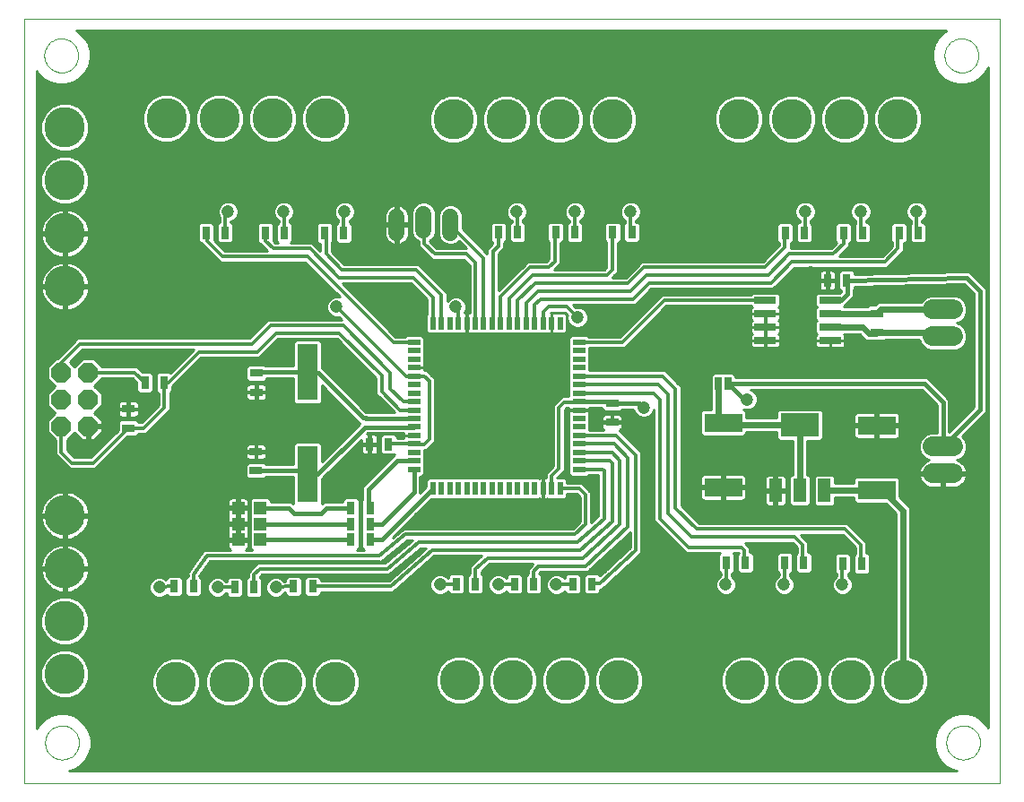
<source format=gtl>
G75*
G70*
%OFA0B0*%
%FSLAX24Y24*%
%IPPOS*%
%LPD*%
%AMOC8*
5,1,8,0,0,1.08239X$1,22.5*
%
%ADD10C,0.0000*%
%ADD11R,0.0470X0.0220*%
%ADD12R,0.0220X0.0470*%
%ADD13R,0.0315X0.0472*%
%ADD14R,0.0472X0.0315*%
%ADD15R,0.0800X0.0260*%
%ADD16C,0.1500*%
%ADD17R,0.0760X0.2100*%
%ADD18OC8,0.0740*%
%ADD19C,0.0600*%
%ADD20C,0.0740*%
%ADD21R,0.0480X0.0880*%
%ADD22R,0.1417X0.0866*%
%ADD23R,0.0250X0.0500*%
%ADD24R,0.1400X0.0700*%
%ADD25R,0.0472X0.0472*%
%ADD26C,0.0475*%
%ADD27C,0.0100*%
%ADD28C,0.0160*%
%ADD29C,0.0120*%
%ADD30C,0.0240*%
D10*
X000326Y000188D02*
X000326Y028617D01*
X036598Y028617D01*
X036598Y000188D01*
X000326Y000188D01*
X001098Y001688D02*
X001100Y001738D01*
X001106Y001788D01*
X001116Y001837D01*
X001130Y001885D01*
X001147Y001932D01*
X001168Y001977D01*
X001193Y002021D01*
X001221Y002062D01*
X001253Y002101D01*
X001287Y002138D01*
X001324Y002172D01*
X001364Y002202D01*
X001406Y002229D01*
X001450Y002253D01*
X001496Y002274D01*
X001543Y002290D01*
X001591Y002303D01*
X001641Y002312D01*
X001690Y002317D01*
X001741Y002318D01*
X001791Y002315D01*
X001840Y002308D01*
X001889Y002297D01*
X001937Y002282D01*
X001983Y002264D01*
X002028Y002242D01*
X002071Y002216D01*
X002112Y002187D01*
X002151Y002155D01*
X002187Y002120D01*
X002219Y002082D01*
X002249Y002042D01*
X002276Y001999D01*
X002299Y001955D01*
X002318Y001909D01*
X002334Y001861D01*
X002346Y001812D01*
X002354Y001763D01*
X002358Y001713D01*
X002358Y001663D01*
X002354Y001613D01*
X002346Y001564D01*
X002334Y001515D01*
X002318Y001467D01*
X002299Y001421D01*
X002276Y001377D01*
X002249Y001334D01*
X002219Y001294D01*
X002187Y001256D01*
X002151Y001221D01*
X002112Y001189D01*
X002071Y001160D01*
X002028Y001134D01*
X001983Y001112D01*
X001937Y001094D01*
X001889Y001079D01*
X001840Y001068D01*
X001791Y001061D01*
X001741Y001058D01*
X001690Y001059D01*
X001641Y001064D01*
X001591Y001073D01*
X001543Y001086D01*
X001496Y001102D01*
X001450Y001123D01*
X001406Y001147D01*
X001364Y001174D01*
X001324Y001204D01*
X001287Y001238D01*
X001253Y001275D01*
X001221Y001314D01*
X001193Y001355D01*
X001168Y001399D01*
X001147Y001444D01*
X001130Y001491D01*
X001116Y001539D01*
X001106Y001588D01*
X001100Y001638D01*
X001098Y001688D01*
X001066Y027247D02*
X001068Y027297D01*
X001074Y027347D01*
X001084Y027396D01*
X001098Y027444D01*
X001115Y027491D01*
X001136Y027536D01*
X001161Y027580D01*
X001189Y027621D01*
X001221Y027660D01*
X001255Y027697D01*
X001292Y027731D01*
X001332Y027761D01*
X001374Y027788D01*
X001418Y027812D01*
X001464Y027833D01*
X001511Y027849D01*
X001559Y027862D01*
X001609Y027871D01*
X001658Y027876D01*
X001709Y027877D01*
X001759Y027874D01*
X001808Y027867D01*
X001857Y027856D01*
X001905Y027841D01*
X001951Y027823D01*
X001996Y027801D01*
X002039Y027775D01*
X002080Y027746D01*
X002119Y027714D01*
X002155Y027679D01*
X002187Y027641D01*
X002217Y027601D01*
X002244Y027558D01*
X002267Y027514D01*
X002286Y027468D01*
X002302Y027420D01*
X002314Y027371D01*
X002322Y027322D01*
X002326Y027272D01*
X002326Y027222D01*
X002322Y027172D01*
X002314Y027123D01*
X002302Y027074D01*
X002286Y027026D01*
X002267Y026980D01*
X002244Y026936D01*
X002217Y026893D01*
X002187Y026853D01*
X002155Y026815D01*
X002119Y026780D01*
X002080Y026748D01*
X002039Y026719D01*
X001996Y026693D01*
X001951Y026671D01*
X001905Y026653D01*
X001857Y026638D01*
X001808Y026627D01*
X001759Y026620D01*
X001709Y026617D01*
X001658Y026618D01*
X001609Y026623D01*
X001559Y026632D01*
X001511Y026645D01*
X001464Y026661D01*
X001418Y026682D01*
X001374Y026706D01*
X001332Y026733D01*
X001292Y026763D01*
X001255Y026797D01*
X001221Y026834D01*
X001189Y026873D01*
X001161Y026914D01*
X001136Y026958D01*
X001115Y027003D01*
X001098Y027050D01*
X001084Y027098D01*
X001074Y027147D01*
X001068Y027197D01*
X001066Y027247D01*
X034531Y027247D02*
X034533Y027297D01*
X034539Y027347D01*
X034549Y027396D01*
X034563Y027444D01*
X034580Y027491D01*
X034601Y027536D01*
X034626Y027580D01*
X034654Y027621D01*
X034686Y027660D01*
X034720Y027697D01*
X034757Y027731D01*
X034797Y027761D01*
X034839Y027788D01*
X034883Y027812D01*
X034929Y027833D01*
X034976Y027849D01*
X035024Y027862D01*
X035074Y027871D01*
X035123Y027876D01*
X035174Y027877D01*
X035224Y027874D01*
X035273Y027867D01*
X035322Y027856D01*
X035370Y027841D01*
X035416Y027823D01*
X035461Y027801D01*
X035504Y027775D01*
X035545Y027746D01*
X035584Y027714D01*
X035620Y027679D01*
X035652Y027641D01*
X035682Y027601D01*
X035709Y027558D01*
X035732Y027514D01*
X035751Y027468D01*
X035767Y027420D01*
X035779Y027371D01*
X035787Y027322D01*
X035791Y027272D01*
X035791Y027222D01*
X035787Y027172D01*
X035779Y027123D01*
X035767Y027074D01*
X035751Y027026D01*
X035732Y026980D01*
X035709Y026936D01*
X035682Y026893D01*
X035652Y026853D01*
X035620Y026815D01*
X035584Y026780D01*
X035545Y026748D01*
X035504Y026719D01*
X035461Y026693D01*
X035416Y026671D01*
X035370Y026653D01*
X035322Y026638D01*
X035273Y026627D01*
X035224Y026620D01*
X035174Y026617D01*
X035123Y026618D01*
X035074Y026623D01*
X035024Y026632D01*
X034976Y026645D01*
X034929Y026661D01*
X034883Y026682D01*
X034839Y026706D01*
X034797Y026733D01*
X034757Y026763D01*
X034720Y026797D01*
X034686Y026834D01*
X034654Y026873D01*
X034626Y026914D01*
X034601Y026958D01*
X034580Y027003D01*
X034563Y027050D01*
X034549Y027098D01*
X034539Y027147D01*
X034533Y027197D01*
X034531Y027247D01*
X034598Y001688D02*
X034600Y001738D01*
X034606Y001788D01*
X034616Y001837D01*
X034630Y001885D01*
X034647Y001932D01*
X034668Y001977D01*
X034693Y002021D01*
X034721Y002062D01*
X034753Y002101D01*
X034787Y002138D01*
X034824Y002172D01*
X034864Y002202D01*
X034906Y002229D01*
X034950Y002253D01*
X034996Y002274D01*
X035043Y002290D01*
X035091Y002303D01*
X035141Y002312D01*
X035190Y002317D01*
X035241Y002318D01*
X035291Y002315D01*
X035340Y002308D01*
X035389Y002297D01*
X035437Y002282D01*
X035483Y002264D01*
X035528Y002242D01*
X035571Y002216D01*
X035612Y002187D01*
X035651Y002155D01*
X035687Y002120D01*
X035719Y002082D01*
X035749Y002042D01*
X035776Y001999D01*
X035799Y001955D01*
X035818Y001909D01*
X035834Y001861D01*
X035846Y001812D01*
X035854Y001763D01*
X035858Y001713D01*
X035858Y001663D01*
X035854Y001613D01*
X035846Y001564D01*
X035834Y001515D01*
X035818Y001467D01*
X035799Y001421D01*
X035776Y001377D01*
X035749Y001334D01*
X035719Y001294D01*
X035687Y001256D01*
X035651Y001221D01*
X035612Y001189D01*
X035571Y001160D01*
X035528Y001134D01*
X035483Y001112D01*
X035437Y001094D01*
X035389Y001079D01*
X035340Y001068D01*
X035291Y001061D01*
X035241Y001058D01*
X035190Y001059D01*
X035141Y001064D01*
X035091Y001073D01*
X035043Y001086D01*
X034996Y001102D01*
X034950Y001123D01*
X034906Y001147D01*
X034864Y001174D01*
X034824Y001204D01*
X034787Y001238D01*
X034753Y001275D01*
X034721Y001314D01*
X034693Y001355D01*
X034668Y001399D01*
X034647Y001444D01*
X034630Y001491D01*
X034616Y001539D01*
X034606Y001588D01*
X034600Y001638D01*
X034598Y001688D01*
D11*
X020944Y011853D03*
X020944Y012168D03*
X020944Y012483D03*
X020944Y012798D03*
X020944Y013113D03*
X020944Y013428D03*
X020944Y013743D03*
X020944Y014058D03*
X020944Y014373D03*
X020944Y014688D03*
X020944Y015003D03*
X020944Y015318D03*
X020944Y015633D03*
X020944Y015948D03*
X020944Y016263D03*
X020944Y016578D03*
X014803Y016578D03*
X014803Y016263D03*
X014803Y015948D03*
X014803Y015633D03*
X014803Y015318D03*
X014803Y015003D03*
X014803Y014688D03*
X014803Y014373D03*
X014803Y014058D03*
X014803Y013743D03*
X014803Y013428D03*
X014803Y013113D03*
X014803Y012798D03*
X014803Y012483D03*
X014803Y012168D03*
X014803Y011853D03*
D12*
X015511Y011145D03*
X015826Y011145D03*
X016141Y011145D03*
X016456Y011145D03*
X016771Y011145D03*
X017086Y011145D03*
X017401Y011145D03*
X017716Y011145D03*
X018031Y011145D03*
X018346Y011145D03*
X018661Y011145D03*
X018976Y011145D03*
X019291Y011145D03*
X019606Y011145D03*
X019921Y011145D03*
X020236Y011145D03*
X020236Y017286D03*
X019921Y017286D03*
X019606Y017286D03*
X019291Y017286D03*
X018976Y017286D03*
X018661Y017286D03*
X018346Y017286D03*
X018031Y017286D03*
X017716Y017286D03*
X017401Y017286D03*
X017086Y017286D03*
X016771Y017286D03*
X016456Y017286D03*
X016141Y017286D03*
X015826Y017286D03*
X015511Y017286D03*
D13*
X017948Y020670D03*
X018657Y020670D03*
X020074Y020670D03*
X020783Y020670D03*
X022200Y020670D03*
X022909Y020670D03*
X028606Y020652D03*
X029314Y020652D03*
X030771Y020652D03*
X031480Y020652D03*
X032838Y020652D03*
X033547Y020652D03*
X030889Y018881D03*
X030181Y018881D03*
X029299Y008377D03*
X028590Y008377D03*
X027133Y008376D03*
X026425Y008376D03*
X030744Y008343D03*
X031452Y008343D03*
X021423Y007589D03*
X020714Y007589D03*
X019258Y007589D03*
X018549Y007589D03*
X017092Y007589D03*
X016384Y007589D03*
X013173Y009236D03*
X013173Y009826D03*
X013173Y010417D03*
X012465Y010417D03*
X012465Y009826D03*
X012465Y009236D03*
X011037Y007494D03*
X010328Y007494D03*
X008854Y007461D03*
X008146Y007461D03*
X006608Y007495D03*
X005899Y007495D03*
X013153Y012780D03*
X013862Y012780D03*
X005514Y015079D03*
X004806Y015079D03*
X007078Y020658D03*
X007787Y020658D03*
X009283Y020647D03*
X009992Y020647D03*
X011488Y020647D03*
X012196Y020647D03*
D14*
X008942Y015433D03*
X008942Y014724D03*
X008935Y012510D03*
X008935Y011801D03*
X004194Y013390D03*
X004194Y014098D03*
X022169Y014314D03*
X022169Y013605D03*
X032011Y016952D03*
X032011Y017660D03*
D15*
X030284Y017643D03*
X030284Y018143D03*
X030284Y017143D03*
X030284Y016643D03*
X027864Y016643D03*
X027864Y017143D03*
X027864Y017643D03*
X027864Y018143D03*
D16*
X026893Y024885D03*
X028862Y024885D03*
X030830Y024885D03*
X032799Y024885D03*
X022181Y024865D03*
X020212Y024865D03*
X018244Y024865D03*
X016275Y024865D03*
X011515Y024904D03*
X009547Y024904D03*
X007578Y024904D03*
X005610Y024904D03*
X001834Y024570D03*
X001834Y022601D03*
X001834Y020633D03*
X001834Y018664D03*
X001834Y010141D03*
X001834Y008172D03*
X001834Y006204D03*
X001834Y004235D03*
X005968Y003940D03*
X007937Y003940D03*
X009905Y003940D03*
X011874Y003940D03*
X016507Y003999D03*
X018476Y003999D03*
X020444Y003999D03*
X022413Y003999D03*
X027126Y003999D03*
X029094Y003999D03*
X031063Y003999D03*
X033031Y003999D03*
D17*
X010850Y011666D03*
X010850Y015466D03*
D18*
X002689Y015452D03*
X002689Y014452D03*
X001689Y014452D03*
X001689Y015452D03*
X001689Y013452D03*
X002689Y013452D03*
D19*
X014165Y020648D02*
X014165Y021248D01*
X015165Y021348D02*
X015165Y020748D01*
X016165Y020648D02*
X016165Y021248D01*
D20*
X034102Y017798D02*
X034842Y017798D01*
X034842Y016798D02*
X034102Y016798D01*
X034102Y012696D02*
X034842Y012696D01*
X034842Y011696D02*
X034102Y011696D01*
D21*
X030067Y011066D03*
X029157Y011066D03*
X028247Y011066D03*
D22*
X029157Y013506D03*
D23*
X026480Y015042D03*
X026126Y015042D03*
D24*
X026303Y013585D03*
X026303Y011185D03*
X032011Y011086D03*
X032011Y013486D03*
D25*
X009098Y010417D03*
X009098Y009826D03*
X009098Y009236D03*
X008272Y009236D03*
X008272Y009826D03*
X008272Y010417D03*
D26*
X007011Y011893D03*
X008881Y013763D03*
X006814Y014452D03*
X004748Y016026D03*
X004157Y014747D03*
X005830Y018487D03*
X005830Y020652D03*
X005535Y022227D03*
X007897Y021440D03*
X009964Y021440D03*
X012228Y021440D03*
X013901Y024097D03*
X018626Y021440D03*
X020791Y021440D03*
X022858Y021440D03*
X024728Y023408D03*
X026106Y020751D03*
X029354Y021440D03*
X031421Y021440D03*
X033488Y021440D03*
X035063Y020751D03*
X031618Y018389D03*
X029551Y019176D03*
X026893Y017503D03*
X026007Y016420D03*
X024433Y017503D03*
X023744Y016026D03*
X022267Y017503D03*
X020889Y017503D03*
X019905Y016223D03*
X017838Y014255D03*
X019118Y012286D03*
X019807Y010219D03*
X021381Y011302D03*
X023251Y013271D03*
X023350Y014156D03*
X025122Y013467D03*
X027189Y014452D03*
X029157Y014452D03*
X032011Y014452D03*
X033488Y015830D03*
X035161Y014550D03*
X035063Y010023D03*
X034767Y007562D03*
X031913Y009924D03*
X030732Y007562D03*
X028566Y007562D03*
X026401Y007562D03*
X024137Y007365D03*
X023547Y009137D03*
X020102Y007562D03*
X017937Y007562D03*
X015771Y007562D03*
X013507Y006774D03*
X014098Y004609D03*
X009669Y007463D03*
X007503Y007463D03*
X005338Y007463D03*
X006027Y009432D03*
X012326Y013566D03*
X013015Y014550D03*
X015968Y016223D03*
X016362Y017897D03*
X016362Y018979D03*
X013803Y018487D03*
X011933Y017897D03*
X008783Y018487D03*
X015968Y012188D03*
X012622Y011893D03*
X024925Y005003D03*
X027484Y010219D03*
X035358Y004314D03*
X034964Y023900D03*
D27*
X036148Y024411D02*
X033577Y024411D01*
X033562Y024375D02*
X033699Y024706D01*
X033699Y025064D01*
X033562Y025395D01*
X033309Y025648D01*
X032978Y025785D01*
X032620Y025785D01*
X032289Y025648D01*
X032036Y025395D01*
X031899Y025064D01*
X031899Y024706D01*
X032036Y024375D01*
X032289Y024122D01*
X032620Y023985D01*
X032978Y023985D01*
X033309Y024122D01*
X033562Y024375D01*
X033500Y024313D02*
X036148Y024313D01*
X036148Y024214D02*
X033401Y024214D01*
X033295Y024116D02*
X036148Y024116D01*
X036148Y024017D02*
X033057Y024017D01*
X032541Y024017D02*
X031088Y024017D01*
X031009Y023985D02*
X031340Y024122D01*
X031593Y024375D01*
X031730Y024706D01*
X031730Y025064D01*
X031593Y025395D01*
X031340Y025648D01*
X031009Y025785D01*
X030651Y025785D01*
X030320Y025648D01*
X030067Y025395D01*
X029930Y025064D01*
X029930Y024706D01*
X030067Y024375D01*
X030320Y024122D01*
X030651Y023985D01*
X031009Y023985D01*
X031326Y024116D02*
X032303Y024116D01*
X032196Y024214D02*
X031433Y024214D01*
X031531Y024313D02*
X032098Y024313D01*
X032021Y024411D02*
X031608Y024411D01*
X031649Y024510D02*
X031980Y024510D01*
X031939Y024608D02*
X031690Y024608D01*
X031730Y024707D02*
X031899Y024707D01*
X031899Y024805D02*
X031730Y024805D01*
X031730Y024904D02*
X031899Y024904D01*
X031899Y025002D02*
X031730Y025002D01*
X031715Y025101D02*
X031914Y025101D01*
X031955Y025199D02*
X031674Y025199D01*
X031633Y025298D02*
X031996Y025298D01*
X032038Y025396D02*
X031591Y025396D01*
X031493Y025495D02*
X032136Y025495D01*
X032235Y025593D02*
X031394Y025593D01*
X031233Y025692D02*
X032396Y025692D01*
X033202Y025692D02*
X036148Y025692D01*
X036148Y025790D02*
X011728Y025790D01*
X011694Y025804D02*
X011336Y025804D01*
X011005Y025667D01*
X010752Y025414D01*
X010615Y025083D01*
X010615Y024725D01*
X010752Y024395D01*
X011005Y024141D01*
X011336Y024004D01*
X011694Y024004D01*
X012025Y024141D01*
X012278Y024395D01*
X012415Y024725D01*
X012415Y025083D01*
X012278Y025414D01*
X012025Y025667D01*
X011694Y025804D01*
X011966Y025692D02*
X015920Y025692D01*
X015765Y025628D02*
X016096Y025765D01*
X016454Y025765D01*
X016785Y025628D01*
X017038Y025375D01*
X017175Y025044D01*
X017175Y024686D01*
X017038Y024355D01*
X016785Y024102D01*
X016454Y023965D01*
X016096Y023965D01*
X015765Y024102D01*
X015512Y024355D01*
X015375Y024686D01*
X015375Y025044D01*
X015512Y025375D01*
X015765Y025628D01*
X015731Y025593D02*
X012099Y025593D01*
X012198Y025495D02*
X015632Y025495D01*
X015534Y025396D02*
X012286Y025396D01*
X012326Y025298D02*
X015480Y025298D01*
X015439Y025199D02*
X012367Y025199D01*
X012408Y025101D02*
X015399Y025101D01*
X015375Y025002D02*
X012415Y025002D01*
X012415Y024904D02*
X015375Y024904D01*
X015375Y024805D02*
X012415Y024805D01*
X012408Y024707D02*
X015375Y024707D01*
X015407Y024608D02*
X012367Y024608D01*
X012326Y024510D02*
X015448Y024510D01*
X015489Y024411D02*
X012285Y024411D01*
X012197Y024313D02*
X015554Y024313D01*
X015653Y024214D02*
X012098Y024214D01*
X011964Y024116D02*
X015751Y024116D01*
X015970Y024017D02*
X011726Y024017D01*
X011305Y024017D02*
X009757Y024017D01*
X009726Y024004D02*
X010057Y024141D01*
X010310Y024395D01*
X010447Y024725D01*
X010447Y025083D01*
X010310Y025414D01*
X010057Y025667D01*
X009726Y025804D01*
X009368Y025804D01*
X009037Y025667D01*
X008784Y025414D01*
X008647Y025083D01*
X008647Y024725D01*
X008784Y024395D01*
X009037Y024141D01*
X009368Y024004D01*
X009726Y024004D01*
X009995Y024116D02*
X011067Y024116D01*
X010932Y024214D02*
X010130Y024214D01*
X010228Y024313D02*
X010834Y024313D01*
X010745Y024411D02*
X010317Y024411D01*
X010358Y024510D02*
X010705Y024510D01*
X010664Y024608D02*
X010398Y024608D01*
X010439Y024707D02*
X010623Y024707D01*
X010615Y024805D02*
X010447Y024805D01*
X010447Y024904D02*
X010615Y024904D01*
X010615Y025002D02*
X010447Y025002D01*
X010440Y025101D02*
X010623Y025101D01*
X010663Y025199D02*
X010399Y025199D01*
X010358Y025298D02*
X010704Y025298D01*
X010745Y025396D02*
X010317Y025396D01*
X010229Y025495D02*
X010833Y025495D01*
X010932Y025593D02*
X010131Y025593D01*
X009997Y025692D02*
X011065Y025692D01*
X011303Y025790D02*
X009760Y025790D01*
X009334Y025790D02*
X007791Y025790D01*
X007757Y025804D02*
X007399Y025804D01*
X007068Y025667D01*
X006815Y025414D01*
X006678Y025083D01*
X006678Y024725D01*
X006815Y024395D01*
X007068Y024141D01*
X007399Y024004D01*
X007757Y024004D01*
X008088Y024141D01*
X008341Y024395D01*
X008478Y024725D01*
X008478Y025083D01*
X008341Y025414D01*
X008088Y025667D01*
X007757Y025804D01*
X008029Y025692D02*
X009096Y025692D01*
X008963Y025593D02*
X008162Y025593D01*
X008261Y025495D02*
X008865Y025495D01*
X008776Y025396D02*
X008349Y025396D01*
X008389Y025298D02*
X008736Y025298D01*
X008695Y025199D02*
X008430Y025199D01*
X008471Y025101D02*
X008654Y025101D01*
X008647Y025002D02*
X008478Y025002D01*
X008478Y024904D02*
X008647Y024904D01*
X008647Y024805D02*
X008478Y024805D01*
X008471Y024707D02*
X008654Y024707D01*
X008695Y024608D02*
X008430Y024608D01*
X008389Y024510D02*
X008736Y024510D01*
X008777Y024411D02*
X008348Y024411D01*
X008260Y024313D02*
X008865Y024313D01*
X008964Y024214D02*
X008161Y024214D01*
X008027Y024116D02*
X009099Y024116D01*
X009336Y024017D02*
X007789Y024017D01*
X007368Y024017D02*
X005820Y024017D01*
X005789Y024004D02*
X006120Y024141D01*
X006373Y024395D01*
X006510Y024725D01*
X006510Y025083D01*
X006373Y025414D01*
X006120Y025667D01*
X005789Y025804D01*
X005431Y025804D01*
X005100Y025667D01*
X004847Y025414D01*
X004710Y025083D01*
X004710Y024725D01*
X004847Y024395D01*
X005100Y024141D01*
X005431Y024004D01*
X005789Y024004D01*
X006058Y024116D02*
X007130Y024116D01*
X006995Y024214D02*
X006193Y024214D01*
X006291Y024313D02*
X006897Y024313D01*
X006808Y024411D02*
X006380Y024411D01*
X006421Y024510D02*
X006768Y024510D01*
X006727Y024608D02*
X006461Y024608D01*
X006502Y024707D02*
X006686Y024707D01*
X006678Y024805D02*
X006510Y024805D01*
X006510Y024904D02*
X006678Y024904D01*
X006678Y025002D02*
X006510Y025002D01*
X006503Y025101D02*
X006686Y025101D01*
X006726Y025199D02*
X006462Y025199D01*
X006421Y025298D02*
X006767Y025298D01*
X006808Y025396D02*
X006380Y025396D01*
X006292Y025495D02*
X006896Y025495D01*
X006995Y025593D02*
X006194Y025593D01*
X006060Y025692D02*
X007128Y025692D01*
X007366Y025790D02*
X005823Y025790D01*
X005397Y025790D02*
X000776Y025790D01*
X000776Y025692D02*
X005159Y025692D01*
X005026Y025593D02*
X000776Y025593D01*
X000776Y025495D02*
X004928Y025495D01*
X004839Y025396D02*
X002190Y025396D01*
X002344Y025333D02*
X002013Y025470D01*
X001655Y025470D01*
X001324Y025333D01*
X001071Y025080D01*
X000934Y024749D01*
X000934Y024391D01*
X001071Y024060D01*
X001324Y023807D01*
X001655Y023670D01*
X002013Y023670D01*
X002344Y023807D01*
X002597Y024060D01*
X002734Y024391D01*
X002734Y024749D01*
X002597Y025080D01*
X002344Y025333D01*
X002379Y025298D02*
X004799Y025298D01*
X004758Y025199D02*
X002477Y025199D01*
X002576Y025101D02*
X004717Y025101D01*
X004710Y025002D02*
X002629Y025002D01*
X002670Y024904D02*
X004710Y024904D01*
X004710Y024805D02*
X002711Y024805D01*
X002734Y024707D02*
X004717Y024707D01*
X004758Y024608D02*
X002734Y024608D01*
X002734Y024510D02*
X004799Y024510D01*
X004840Y024411D02*
X002734Y024411D01*
X002702Y024313D02*
X004928Y024313D01*
X005027Y024214D02*
X002661Y024214D01*
X002620Y024116D02*
X005161Y024116D01*
X005399Y024017D02*
X002555Y024017D01*
X002456Y023919D02*
X036148Y023919D01*
X036148Y023820D02*
X002358Y023820D01*
X002139Y023722D02*
X036148Y023722D01*
X036148Y023623D02*
X000776Y023623D01*
X000776Y023525D02*
X036148Y023525D01*
X036148Y023426D02*
X002194Y023426D01*
X002344Y023364D02*
X002013Y023501D01*
X001655Y023501D01*
X001324Y023364D01*
X001071Y023111D01*
X000934Y022780D01*
X000934Y022422D01*
X001071Y022091D01*
X001324Y021838D01*
X001655Y021701D01*
X002013Y021701D01*
X002344Y021838D01*
X002597Y022091D01*
X002734Y022422D01*
X002734Y022780D01*
X002597Y023111D01*
X002344Y023364D01*
X002380Y023328D02*
X036148Y023328D01*
X036148Y023229D02*
X002479Y023229D01*
X002577Y023131D02*
X036148Y023131D01*
X036148Y023032D02*
X002630Y023032D01*
X002671Y022934D02*
X036148Y022934D01*
X036148Y022835D02*
X002711Y022835D01*
X002734Y022737D02*
X036148Y022737D01*
X036148Y022638D02*
X002734Y022638D01*
X002734Y022540D02*
X036148Y022540D01*
X036148Y022441D02*
X002734Y022441D01*
X002701Y022343D02*
X036148Y022343D01*
X036148Y022244D02*
X002661Y022244D01*
X002620Y022146D02*
X036148Y022146D01*
X036148Y022047D02*
X002553Y022047D01*
X002455Y021949D02*
X036148Y021949D01*
X036148Y021850D02*
X002356Y021850D01*
X002136Y021752D02*
X007661Y021752D01*
X007678Y021768D02*
X007569Y021659D01*
X007510Y021517D01*
X007510Y021363D01*
X007569Y021220D01*
X007577Y021212D01*
X007577Y021045D01*
X007567Y021045D01*
X007479Y020957D01*
X007479Y020360D01*
X007567Y020272D01*
X008007Y020272D01*
X008094Y020360D01*
X008094Y020957D01*
X008007Y021045D01*
X007997Y021045D01*
X007997Y021062D01*
X008117Y021111D01*
X008226Y021220D01*
X008285Y021363D01*
X008285Y021517D01*
X008226Y021659D01*
X008117Y021768D01*
X007974Y021827D01*
X007820Y021827D01*
X007678Y021768D01*
X007566Y021653D02*
X000776Y021653D01*
X000776Y021555D02*
X007525Y021555D01*
X007510Y021456D02*
X002197Y021456D01*
X002233Y021442D02*
X002124Y021487D01*
X002010Y021517D01*
X001893Y021533D01*
X001884Y021533D01*
X001884Y020683D01*
X001784Y020683D01*
X001784Y021533D01*
X001775Y021533D01*
X001658Y021517D01*
X001544Y021487D01*
X001435Y021442D01*
X001333Y021383D01*
X001239Y021311D01*
X001156Y021227D01*
X001084Y021134D01*
X001025Y021032D01*
X000980Y020923D01*
X000950Y020809D01*
X000934Y020692D01*
X000934Y020683D01*
X001784Y020683D01*
X001784Y020583D01*
X000934Y020583D01*
X000934Y020574D01*
X000950Y020457D01*
X000980Y020343D01*
X001025Y020234D01*
X001084Y020132D01*
X001156Y020038D01*
X001239Y019955D01*
X001333Y019883D01*
X001435Y019824D01*
X001544Y019779D01*
X001658Y019748D01*
X001775Y019733D01*
X001784Y019733D01*
X001784Y020583D01*
X001884Y020583D01*
X001884Y020683D01*
X002734Y020683D01*
X002734Y020692D01*
X002719Y020809D01*
X002688Y020923D01*
X002643Y021032D01*
X002584Y021134D01*
X002512Y021227D01*
X002429Y021311D01*
X002335Y021383D01*
X002233Y021442D01*
X002368Y021358D02*
X007512Y021358D01*
X007552Y021259D02*
X002480Y021259D01*
X002563Y021161D02*
X007577Y021161D01*
X007577Y021062D02*
X002625Y021062D01*
X002671Y020964D02*
X006778Y020964D01*
X006771Y020957D02*
X006771Y020360D01*
X006859Y020272D01*
X006900Y020272D01*
X006900Y020270D01*
X007023Y020147D01*
X007613Y019557D01*
X010763Y019557D01*
X012054Y018266D01*
X012010Y018284D01*
X011856Y018284D01*
X011713Y018225D01*
X011604Y018116D01*
X011545Y017974D01*
X011545Y017819D01*
X011604Y017677D01*
X011713Y017568D01*
X011856Y017509D01*
X012010Y017509D01*
X012019Y017513D01*
X012115Y017418D01*
X009385Y017418D01*
X009262Y017295D01*
X008696Y016729D01*
X002298Y016729D01*
X002175Y016606D01*
X001541Y015972D01*
X001473Y015972D01*
X001169Y015667D01*
X001169Y015236D01*
X001453Y014952D01*
X001169Y014667D01*
X001169Y014236D01*
X001453Y013952D01*
X001169Y013667D01*
X001169Y013236D01*
X001473Y012932D01*
X001486Y012932D01*
X001486Y012396D01*
X001609Y012273D01*
X002003Y011879D01*
X002964Y011879D01*
X003087Y012002D01*
X004167Y013082D01*
X004493Y013082D01*
X004581Y013170D01*
X004581Y013180D01*
X004855Y013180D01*
X005622Y013946D01*
X005745Y014069D01*
X005745Y014704D01*
X005822Y014781D01*
X005822Y014934D01*
X006901Y016013D01*
X009067Y016013D01*
X009190Y016136D01*
X009756Y016702D01*
X011944Y016702D01*
X013396Y015250D01*
X013396Y014660D01*
X012345Y014660D01*
X012443Y014561D02*
X013494Y014561D01*
X013519Y014537D02*
X014083Y013973D01*
X013130Y013973D01*
X013111Y013993D01*
X013012Y013993D01*
X011474Y015531D01*
X011380Y015625D01*
X011380Y016578D01*
X011292Y016666D01*
X010408Y016666D01*
X010320Y016578D01*
X010320Y015696D01*
X009285Y015696D01*
X009240Y015740D01*
X008644Y015740D01*
X008556Y015652D01*
X008556Y015213D01*
X008644Y015125D01*
X009240Y015125D01*
X009328Y015213D01*
X009328Y015236D01*
X010320Y015236D01*
X010320Y014354D01*
X010408Y014266D01*
X011292Y014266D01*
X012088Y014266D01*
X011990Y014364D02*
X011380Y014364D01*
X011380Y014354D02*
X011380Y014974D01*
X012798Y013556D01*
X012763Y013521D01*
X011380Y012138D01*
X011380Y012778D01*
X011292Y012866D01*
X010408Y012866D01*
X010320Y012778D01*
X010320Y012031D01*
X009310Y012031D01*
X009233Y012109D01*
X008636Y012109D01*
X008548Y012021D01*
X008548Y011582D01*
X008636Y011494D01*
X009233Y011494D01*
X009310Y011571D01*
X010320Y011571D01*
X010320Y010584D01*
X010257Y010647D01*
X009485Y010647D01*
X009485Y010715D01*
X009397Y010803D01*
X008800Y010803D01*
X008712Y010715D01*
X008712Y010125D01*
X008712Y010125D01*
X008712Y008937D01*
X008795Y008855D01*
X008547Y008855D01*
X008566Y008860D01*
X008600Y008879D01*
X008628Y008907D01*
X008648Y008941D01*
X008658Y008980D01*
X008658Y009186D01*
X008322Y009186D01*
X008322Y009286D01*
X008658Y009286D01*
X008658Y009492D01*
X008648Y009530D01*
X008647Y009531D01*
X008648Y009532D01*
X008658Y009570D01*
X008658Y009776D01*
X008322Y009776D01*
X008322Y009876D01*
X008658Y009876D01*
X008658Y010082D01*
X008648Y010120D01*
X008647Y010121D01*
X008648Y010123D01*
X008658Y010161D01*
X008658Y010367D01*
X008322Y010367D01*
X008322Y010467D01*
X008658Y010467D01*
X008658Y010673D01*
X008648Y010711D01*
X008628Y010745D01*
X008600Y010773D01*
X008566Y010793D01*
X008528Y010803D01*
X008322Y010803D01*
X008322Y010467D01*
X008222Y010467D01*
X008222Y010803D01*
X008016Y010803D01*
X007978Y010793D01*
X007943Y010773D01*
X007915Y010745D01*
X007896Y010711D01*
X007885Y010673D01*
X007885Y010467D01*
X008222Y010467D01*
X008222Y010367D01*
X008322Y010367D01*
X008322Y010212D01*
X008322Y010212D01*
X008322Y009876D01*
X008222Y009876D01*
X008222Y010031D01*
X008222Y010367D01*
X007885Y010367D01*
X007885Y010161D01*
X007896Y010123D01*
X007896Y010121D01*
X007896Y010120D01*
X007885Y010082D01*
X007885Y009876D01*
X008222Y009876D01*
X008222Y009776D01*
X008322Y009776D01*
X008322Y009286D01*
X008222Y009286D01*
X008222Y009622D01*
X008222Y009776D01*
X007885Y009776D01*
X007885Y009570D01*
X007896Y009532D01*
X007896Y009531D01*
X007896Y009530D01*
X007885Y009492D01*
X007885Y009286D01*
X008222Y009286D01*
X008222Y009186D01*
X007885Y009186D01*
X007885Y008980D01*
X007896Y008941D01*
X007915Y008907D01*
X007943Y008879D01*
X007977Y008860D01*
X007996Y008855D01*
X007886Y008855D01*
X007806Y008855D01*
X007712Y008855D01*
X007712Y008855D01*
X007175Y008855D01*
X007158Y008867D01*
X007094Y008855D01*
X007029Y008857D01*
X007027Y008855D01*
X007023Y008855D01*
X007008Y008839D01*
X006986Y008835D01*
X006950Y008782D01*
X006903Y008738D01*
X006902Y008734D01*
X006900Y008732D01*
X006900Y008710D01*
X006459Y008071D01*
X006411Y008026D01*
X006411Y008002D01*
X006397Y007981D01*
X006409Y007917D01*
X006408Y007881D01*
X006388Y007881D01*
X006300Y007793D01*
X006300Y007196D01*
X006388Y007108D01*
X006828Y007108D01*
X006915Y007196D01*
X006915Y007793D01*
X006834Y007875D01*
X007220Y008435D01*
X007807Y008435D01*
X008105Y008435D01*
X008105Y008435D01*
X008185Y008435D01*
X008279Y008435D01*
X010369Y008435D01*
X010369Y008435D01*
X010457Y008435D01*
X010543Y008435D01*
X010554Y008435D01*
X013496Y008435D01*
X013571Y008426D01*
X013581Y008435D01*
X013594Y008435D01*
X013648Y008488D01*
X014565Y009222D01*
X014758Y009222D01*
X013727Y008362D01*
X010445Y008362D01*
X010445Y008362D01*
X010340Y008362D01*
X010271Y008362D01*
X009163Y008362D01*
X009161Y008364D01*
X009076Y008362D01*
X008991Y008362D01*
X008989Y008361D01*
X008987Y008361D01*
X008928Y008299D01*
X008868Y008239D01*
X008868Y008237D01*
X008717Y008079D01*
X008657Y008022D01*
X008657Y008016D01*
X008653Y008013D01*
X008655Y007930D01*
X008653Y007848D01*
X008635Y007848D01*
X008547Y007760D01*
X008547Y007163D01*
X008635Y007075D01*
X009074Y007075D01*
X009162Y007163D01*
X009162Y007760D01*
X009075Y007846D01*
X009168Y007942D01*
X010342Y007942D01*
X013793Y007942D01*
X013870Y007935D01*
X013879Y007942D01*
X013890Y007942D01*
X013944Y007997D01*
X015060Y008927D01*
X015255Y008927D01*
X013869Y007707D01*
X012383Y007707D01*
X012383Y007708D01*
X012296Y007707D01*
X012209Y007707D01*
X011344Y007705D01*
X011344Y007793D01*
X011256Y007881D01*
X010817Y007881D01*
X010729Y007793D01*
X010729Y007196D01*
X010817Y007108D01*
X011256Y007108D01*
X011344Y007196D01*
X011344Y007285D01*
X012297Y007287D01*
X013942Y007287D01*
X014022Y007282D01*
X014028Y007287D01*
X014035Y007287D01*
X014092Y007344D01*
X015555Y008631D01*
X017323Y008631D01*
X017020Y008362D01*
X017013Y008362D01*
X016956Y008305D01*
X016895Y008252D01*
X016895Y008244D01*
X016890Y008239D01*
X016890Y008159D01*
X015018Y008159D01*
X014906Y008060D02*
X016890Y008060D01*
X016890Y008073D02*
X016890Y007976D01*
X016873Y007976D01*
X016785Y007888D01*
X016785Y007291D01*
X016873Y007203D01*
X017312Y007203D01*
X017400Y007291D01*
X017400Y007888D01*
X017312Y007976D01*
X017310Y007976D01*
X017310Y008058D01*
X017623Y008336D01*
X019203Y008336D01*
X019203Y008324D01*
X019093Y008186D01*
X019040Y008131D01*
X019040Y008119D01*
X019033Y008109D01*
X019041Y008033D01*
X019042Y007975D01*
X019038Y007975D01*
X018950Y007888D01*
X018950Y007291D01*
X019038Y007203D01*
X019477Y007203D01*
X019565Y007291D01*
X019565Y007888D01*
X019477Y007975D01*
X019463Y007975D01*
X019514Y008041D01*
X021181Y008041D01*
X021265Y008038D01*
X021268Y008041D01*
X021272Y008041D01*
X021331Y008100D01*
X022842Y009517D01*
X022845Y009517D01*
X022845Y008933D01*
X021723Y007894D01*
X021642Y007975D01*
X021203Y007975D01*
X021115Y007887D01*
X021115Y007290D01*
X021203Y007202D01*
X021642Y007202D01*
X021730Y007290D01*
X021730Y007393D01*
X021798Y007391D01*
X021801Y007394D01*
X021806Y007394D01*
X021865Y007453D01*
X023137Y008631D01*
X023142Y008631D01*
X023200Y008690D01*
X023261Y008746D01*
X023261Y008751D01*
X023265Y008754D01*
X023265Y008837D01*
X023268Y008920D01*
X023265Y008924D01*
X023265Y012472D01*
X023142Y012595D01*
X022436Y013301D01*
X022463Y013308D01*
X022497Y013328D01*
X022525Y013356D01*
X022545Y013390D01*
X022555Y013428D01*
X022555Y013576D01*
X023730Y013576D01*
X023730Y013478D02*
X022555Y013478D01*
X022555Y013576D02*
X022198Y013576D01*
X022198Y013634D01*
X022555Y013634D01*
X022555Y013782D01*
X022545Y013821D01*
X022525Y013855D01*
X022497Y013883D01*
X022463Y013902D01*
X022425Y013913D01*
X022198Y013913D01*
X022198Y013634D01*
X022140Y013634D01*
X022140Y013576D01*
X021783Y013576D01*
X021329Y013576D01*
X021329Y013478D02*
X021783Y013478D01*
X021783Y013428D02*
X021793Y013390D01*
X021813Y013356D01*
X021840Y013328D01*
X021848Y013323D01*
X021329Y013323D01*
X021329Y013915D01*
X021327Y013918D01*
X021329Y013928D01*
X021329Y014053D01*
X020949Y014053D01*
X020949Y014063D01*
X021329Y014063D01*
X021329Y014143D01*
X021783Y014143D01*
X021783Y014094D01*
X021870Y014006D01*
X022467Y014006D01*
X022545Y014084D01*
X022962Y014084D01*
X022962Y014079D01*
X023021Y013937D01*
X023130Y013828D01*
X023273Y013769D01*
X023427Y013769D01*
X023569Y013828D01*
X023678Y013937D01*
X023730Y014063D01*
X023730Y009936D01*
X024813Y008853D01*
X024936Y008730D01*
X026172Y008730D01*
X026117Y008675D01*
X026117Y008078D01*
X026205Y007990D01*
X026215Y007990D01*
X026215Y007904D01*
X026182Y007890D01*
X026073Y007781D01*
X026014Y007639D01*
X026014Y007485D01*
X026073Y007342D01*
X026182Y007233D01*
X026324Y007174D01*
X026478Y007174D01*
X026621Y007233D01*
X026730Y007342D01*
X026789Y007485D01*
X026789Y007639D01*
X026730Y007781D01*
X026635Y007876D01*
X026635Y007990D01*
X026644Y007990D01*
X026732Y008078D01*
X026732Y008675D01*
X026677Y008730D01*
X026880Y008730D01*
X026880Y008729D01*
X026826Y008675D01*
X026826Y008078D01*
X026914Y007990D01*
X027353Y007990D01*
X027441Y008078D01*
X027441Y008675D01*
X027353Y008763D01*
X027300Y008763D01*
X027300Y008928D01*
X027177Y009051D01*
X027105Y009124D01*
X028873Y009124D01*
X029045Y008951D01*
X029045Y008730D01*
X028991Y008676D01*
X028991Y008079D01*
X029079Y007991D01*
X029519Y007991D01*
X029606Y008079D01*
X029606Y008676D01*
X029519Y008763D01*
X029465Y008763D01*
X029465Y009125D01*
X029342Y009248D01*
X029172Y009419D01*
X030743Y009419D01*
X031211Y008951D01*
X031211Y008708D01*
X031145Y008642D01*
X031145Y008045D01*
X031233Y007957D01*
X031672Y007957D01*
X031760Y008045D01*
X031760Y008642D01*
X031672Y008730D01*
X031631Y008730D01*
X031631Y009125D01*
X031508Y009248D01*
X030917Y009839D01*
X025405Y009839D01*
X024741Y010503D01*
X024741Y014932D01*
X024618Y015055D01*
X024146Y015528D01*
X021329Y015528D01*
X021329Y016370D01*
X022635Y016370D01*
X022758Y016493D01*
X024198Y017933D01*
X027332Y017933D01*
X027372Y017893D01*
X027344Y017865D01*
X027325Y017830D01*
X027314Y017792D01*
X027314Y017658D01*
X027849Y017658D01*
X027849Y017628D01*
X027314Y017628D01*
X027314Y017493D01*
X027325Y017455D01*
X027344Y017420D01*
X027372Y017393D01*
X027344Y017365D01*
X027325Y017330D01*
X027314Y017292D01*
X027314Y017158D01*
X027849Y017158D01*
X027849Y017363D01*
X027849Y017628D01*
X027879Y017628D01*
X027879Y017658D01*
X028414Y017658D01*
X028414Y017792D01*
X028404Y017830D01*
X028384Y017865D01*
X028356Y017893D01*
X028414Y017950D01*
X028414Y018335D01*
X028326Y018423D01*
X027402Y018423D01*
X027332Y018353D01*
X024024Y018353D01*
X022461Y016790D01*
X021289Y016790D01*
X021242Y016838D01*
X020647Y016838D01*
X020559Y016750D01*
X020559Y014563D01*
X020310Y014563D01*
X020187Y014440D01*
X019990Y014243D01*
X019990Y011980D01*
X019711Y011700D01*
X019711Y011530D01*
X019611Y011530D01*
X019611Y011150D01*
X019601Y011150D01*
X019601Y011530D01*
X019476Y011530D01*
X019466Y011527D01*
X019463Y011530D01*
X015339Y011530D01*
X015251Y011442D01*
X015251Y011210D01*
X015033Y010991D01*
X015033Y011593D01*
X015100Y011593D01*
X015188Y011681D01*
X015188Y012568D01*
X015268Y012568D01*
X015391Y012691D01*
X015587Y012888D01*
X015587Y015228D01*
X015464Y015351D01*
X015287Y015528D01*
X015188Y015528D01*
X015188Y015628D01*
X014808Y015628D01*
X014808Y015638D01*
X015188Y015638D01*
X015188Y015763D01*
X015185Y015773D01*
X015188Y015776D01*
X015188Y016750D01*
X015100Y016838D01*
X014506Y016838D01*
X014456Y016788D01*
X014126Y016788D01*
X012144Y018769D01*
X014700Y018769D01*
X015301Y018168D01*
X015301Y017633D01*
X015251Y017583D01*
X015251Y016989D01*
X015339Y016901D01*
X016628Y016901D01*
X016631Y016904D01*
X016641Y016901D01*
X016766Y016901D01*
X016766Y017281D01*
X016776Y017281D01*
X016776Y016901D01*
X016901Y016901D01*
X016911Y016904D01*
X016914Y016901D01*
X019778Y016901D01*
X019781Y016904D01*
X019791Y016901D01*
X019916Y016901D01*
X019916Y017281D01*
X019926Y017281D01*
X019926Y016901D01*
X020051Y016901D01*
X020061Y016904D01*
X020064Y016901D01*
X020408Y016901D01*
X020496Y016989D01*
X020496Y017583D01*
X020408Y017671D01*
X020064Y017671D01*
X020061Y017669D01*
X020051Y017671D01*
X019926Y017671D01*
X019926Y017291D01*
X019916Y017291D01*
X019916Y017671D01*
X019878Y017671D01*
X019894Y017687D01*
X020409Y017687D01*
X020506Y017589D01*
X020502Y017580D01*
X020502Y017426D01*
X020561Y017283D01*
X020670Y017174D01*
X020812Y017115D01*
X020966Y017115D01*
X021109Y017174D01*
X021218Y017283D01*
X021277Y017426D01*
X021277Y017580D01*
X021218Y017722D01*
X021109Y017831D01*
X020966Y017890D01*
X020812Y017890D01*
X020803Y017886D01*
X020707Y017982D01*
X023043Y017982D01*
X023634Y018572D01*
X028161Y018572D01*
X028949Y019360D01*
X032394Y019360D01*
X032886Y019852D01*
X033009Y019975D01*
X033009Y020266D01*
X033058Y020266D01*
X033146Y020354D01*
X033146Y020951D01*
X033058Y021039D01*
X032618Y021039D01*
X032531Y020951D01*
X032531Y020354D01*
X032589Y020296D01*
X032589Y020149D01*
X032220Y019780D01*
X030610Y019780D01*
X030857Y020026D01*
X030980Y020149D01*
X030980Y020266D01*
X030991Y020266D01*
X031079Y020354D01*
X031079Y020951D01*
X030991Y021039D01*
X030552Y021039D01*
X030464Y020951D01*
X030464Y020354D01*
X030527Y020291D01*
X030312Y020075D01*
X028810Y020075D01*
X028810Y020266D01*
X028825Y020266D01*
X028913Y020354D01*
X028913Y020951D01*
X028825Y021039D01*
X028386Y021039D01*
X028298Y020951D01*
X028298Y020354D01*
X028386Y020266D01*
X028390Y020266D01*
X028390Y020196D01*
X027777Y019583D01*
X023263Y019583D01*
X023140Y019460D01*
X023140Y019460D01*
X022672Y018992D01*
X022184Y018992D01*
X022256Y019064D01*
X022379Y019188D01*
X022379Y020284D01*
X022420Y020284D01*
X022508Y020372D01*
X022508Y020969D01*
X022420Y021056D01*
X021981Y021056D01*
X021893Y020969D01*
X021893Y020372D01*
X021959Y020306D01*
X021959Y019361D01*
X021885Y019288D01*
X020034Y019288D01*
X020129Y019382D01*
X020252Y019505D01*
X020252Y020284D01*
X020294Y020284D01*
X020382Y020372D01*
X020382Y020969D01*
X020294Y021056D01*
X019855Y021056D01*
X019767Y020969D01*
X019767Y020372D01*
X019832Y020307D01*
X019832Y019679D01*
X019735Y019583D01*
X019031Y019583D01*
X018908Y019460D01*
X017950Y018502D01*
X017950Y019876D01*
X018024Y019950D01*
X018147Y020073D01*
X018147Y020284D01*
X018168Y020284D01*
X018256Y020372D01*
X018256Y020969D01*
X018168Y021056D01*
X017729Y021056D01*
X017641Y020969D01*
X017641Y020372D01*
X017727Y020286D01*
X017727Y020247D01*
X017530Y020050D01*
X017530Y019880D01*
X016615Y020795D01*
X016615Y021337D01*
X016546Y021503D01*
X016420Y021629D01*
X016254Y021698D01*
X016075Y021698D01*
X015910Y021629D01*
X015783Y021503D01*
X015715Y021337D01*
X015715Y020558D01*
X015783Y020393D01*
X015910Y020266D01*
X016075Y020198D01*
X016254Y020198D01*
X016420Y020266D01*
X016485Y020331D01*
X016741Y020075D01*
X015661Y020075D01*
X015391Y020346D01*
X015391Y020354D01*
X015420Y020366D01*
X015546Y020493D01*
X015615Y020658D01*
X015615Y021437D01*
X015546Y021603D01*
X015420Y021729D01*
X015254Y021798D01*
X015075Y021798D01*
X014910Y021729D01*
X014783Y021603D01*
X014715Y021437D01*
X014715Y020658D01*
X014783Y020493D01*
X014910Y020366D01*
X014971Y020341D01*
X014971Y020172D01*
X015094Y020049D01*
X015487Y019655D01*
X016668Y019655D01*
X016876Y019447D01*
X016876Y017671D01*
X016776Y017671D01*
X016776Y017291D01*
X016766Y017291D01*
X016766Y017671D01*
X016684Y017671D01*
X016690Y017677D01*
X016749Y017819D01*
X016749Y017974D01*
X016690Y018116D01*
X016581Y018225D01*
X016439Y018284D01*
X016285Y018284D01*
X016142Y018225D01*
X016036Y018119D01*
X016036Y018421D01*
X015095Y019361D01*
X014972Y019484D01*
X012216Y019484D01*
X011749Y019952D01*
X011749Y020302D01*
X011795Y020348D01*
X011795Y020945D01*
X011707Y021033D01*
X011268Y021033D01*
X011180Y020945D01*
X011180Y020348D01*
X011268Y020260D01*
X011329Y020260D01*
X011329Y019978D01*
X011158Y020149D01*
X011035Y020272D01*
X010223Y020272D01*
X010299Y020348D01*
X010299Y020945D01*
X010211Y021033D01*
X010202Y021033D01*
X010202Y021129D01*
X010293Y021220D01*
X010352Y021363D01*
X010352Y021517D01*
X010293Y021659D01*
X010184Y021768D01*
X010041Y021827D01*
X009887Y021827D01*
X009745Y021768D01*
X009636Y021659D01*
X009577Y021517D01*
X009577Y021363D01*
X009636Y021220D01*
X009745Y021111D01*
X009782Y021096D01*
X009782Y021033D01*
X009772Y021033D01*
X009684Y020945D01*
X009684Y020348D01*
X009760Y020272D01*
X009657Y020272D01*
X009586Y020343D01*
X009590Y020348D01*
X009590Y020945D01*
X009503Y021033D01*
X009063Y021033D01*
X008976Y020945D01*
X008976Y020348D01*
X009063Y020260D01*
X009075Y020260D01*
X009188Y020147D01*
X009359Y019977D01*
X007787Y019977D01*
X007386Y020378D01*
X007386Y020957D01*
X007298Y021045D01*
X006859Y021045D01*
X006771Y020957D01*
X006771Y020865D02*
X002704Y020865D01*
X002724Y020767D02*
X006771Y020767D01*
X006771Y020668D02*
X001884Y020668D01*
X001884Y020583D02*
X002734Y020583D01*
X002734Y020574D01*
X002719Y020457D01*
X002688Y020343D01*
X002643Y020234D01*
X002584Y020132D01*
X002512Y020038D01*
X002429Y019955D01*
X002335Y019883D01*
X002233Y019824D01*
X002124Y019779D01*
X002010Y019748D01*
X001893Y019733D01*
X001884Y019733D01*
X001884Y020583D01*
X001884Y020570D02*
X001784Y020570D01*
X001784Y020668D02*
X000776Y020668D01*
X000776Y020570D02*
X000935Y020570D01*
X000948Y020471D02*
X000776Y020471D01*
X000776Y020373D02*
X000972Y020373D01*
X001008Y020274D02*
X000776Y020274D01*
X000776Y020176D02*
X001059Y020176D01*
X001126Y020077D02*
X000776Y020077D01*
X000776Y019979D02*
X001215Y019979D01*
X001337Y019880D02*
X000776Y019880D01*
X000776Y019782D02*
X001536Y019782D01*
X001784Y019782D02*
X001884Y019782D01*
X001884Y019880D02*
X001784Y019880D01*
X001784Y019979D02*
X001884Y019979D01*
X001884Y020077D02*
X001784Y020077D01*
X001784Y020176D02*
X001884Y020176D01*
X001884Y020274D02*
X001784Y020274D01*
X001784Y020373D02*
X001884Y020373D01*
X001884Y020471D02*
X001784Y020471D01*
X001784Y020767D02*
X001884Y020767D01*
X001884Y020865D02*
X001784Y020865D01*
X001784Y020964D02*
X001884Y020964D01*
X001884Y021062D02*
X001784Y021062D01*
X001784Y021161D02*
X001884Y021161D01*
X001884Y021259D02*
X001784Y021259D01*
X001784Y021358D02*
X001884Y021358D01*
X001884Y021456D02*
X001784Y021456D01*
X001471Y021456D02*
X000776Y021456D01*
X000776Y021358D02*
X001301Y021358D01*
X001188Y021259D02*
X000776Y021259D01*
X000776Y021161D02*
X001105Y021161D01*
X001043Y021062D02*
X000776Y021062D01*
X000776Y020964D02*
X000997Y020964D01*
X000965Y020865D02*
X000776Y020865D01*
X000776Y020767D02*
X000944Y020767D01*
X000776Y019683D02*
X007487Y019683D01*
X007585Y019585D02*
X000776Y019585D01*
X000776Y019486D02*
X001467Y019486D01*
X001435Y019473D02*
X001333Y019414D01*
X001239Y019342D01*
X001156Y019259D01*
X001084Y019165D01*
X001025Y019063D01*
X000980Y018954D01*
X000950Y018840D01*
X000934Y018723D01*
X000934Y018714D01*
X001784Y018714D01*
X001784Y018614D01*
X001884Y018614D01*
X001884Y017764D01*
X001893Y017764D01*
X002010Y017780D01*
X002124Y017810D01*
X002233Y017855D01*
X002335Y017914D01*
X002429Y017986D01*
X002512Y018070D01*
X002584Y018163D01*
X002643Y018265D01*
X002688Y018374D01*
X002719Y018488D01*
X002734Y018605D01*
X002734Y018614D01*
X001884Y018614D01*
X001884Y018714D01*
X002734Y018714D01*
X002734Y018723D01*
X002719Y018840D01*
X002688Y018954D01*
X002643Y019063D01*
X002584Y019165D01*
X002512Y019259D01*
X002429Y019342D01*
X002335Y019414D01*
X002233Y019473D01*
X002124Y019518D01*
X002010Y019549D01*
X001893Y019564D01*
X001884Y019564D01*
X001884Y018714D01*
X001784Y018714D01*
X001784Y019564D01*
X001775Y019564D01*
X001658Y019549D01*
X001544Y019518D01*
X001435Y019473D01*
X001299Y019388D02*
X000776Y019388D01*
X000776Y019289D02*
X001187Y019289D01*
X001104Y019191D02*
X000776Y019191D01*
X000776Y019092D02*
X001042Y019092D01*
X000997Y018994D02*
X000776Y018994D01*
X000776Y018895D02*
X000964Y018895D01*
X000944Y018797D02*
X000776Y018797D01*
X000776Y018698D02*
X001784Y018698D01*
X001784Y018614D02*
X000934Y018614D01*
X000934Y018605D01*
X000950Y018488D01*
X000980Y018374D01*
X001025Y018265D01*
X001084Y018163D01*
X001156Y018070D01*
X001239Y017986D01*
X001333Y017914D01*
X001435Y017855D01*
X001544Y017810D01*
X001658Y017780D01*
X001775Y017764D01*
X001784Y017764D01*
X001784Y018614D01*
X001784Y018600D02*
X001884Y018600D01*
X001884Y018698D02*
X011621Y018698D01*
X011720Y018600D02*
X002733Y018600D01*
X002721Y018501D02*
X011818Y018501D01*
X011917Y018403D02*
X002696Y018403D01*
X002659Y018304D02*
X012015Y018304D01*
X011694Y018206D02*
X002609Y018206D01*
X002541Y018107D02*
X011601Y018107D01*
X011560Y018009D02*
X002452Y018009D01*
X002328Y017910D02*
X011545Y017910D01*
X011548Y017812D02*
X002128Y017812D01*
X001884Y017812D02*
X001784Y017812D01*
X001784Y017910D02*
X001884Y017910D01*
X001884Y018009D02*
X001784Y018009D01*
X001784Y018107D02*
X001884Y018107D01*
X001884Y018206D02*
X001784Y018206D01*
X001784Y018304D02*
X001884Y018304D01*
X001884Y018403D02*
X001784Y018403D01*
X001784Y018501D02*
X001884Y018501D01*
X001884Y018797D02*
X001784Y018797D01*
X001784Y018895D02*
X001884Y018895D01*
X001884Y018994D02*
X001784Y018994D01*
X001784Y019092D02*
X001884Y019092D01*
X001884Y019191D02*
X001784Y019191D01*
X001784Y019289D02*
X001884Y019289D01*
X001884Y019388D02*
X001784Y019388D01*
X001784Y019486D02*
X001884Y019486D01*
X002201Y019486D02*
X010833Y019486D01*
X010932Y019388D02*
X002369Y019388D01*
X002482Y019289D02*
X011030Y019289D01*
X011129Y019191D02*
X002564Y019191D01*
X002626Y019092D02*
X011227Y019092D01*
X011326Y018994D02*
X002672Y018994D01*
X002704Y018895D02*
X011424Y018895D01*
X011523Y018797D02*
X002724Y018797D01*
X002132Y019782D02*
X007388Y019782D01*
X007290Y019880D02*
X002331Y019880D01*
X002453Y019979D02*
X007191Y019979D01*
X007093Y020077D02*
X002542Y020077D01*
X002610Y020176D02*
X006994Y020176D01*
X006856Y020274D02*
X002660Y020274D01*
X002696Y020373D02*
X006771Y020373D01*
X006771Y020471D02*
X002721Y020471D01*
X002734Y020570D02*
X006771Y020570D01*
X007386Y020570D02*
X007479Y020570D01*
X007479Y020668D02*
X007386Y020668D01*
X007386Y020767D02*
X007479Y020767D01*
X007479Y020865D02*
X007386Y020865D01*
X007379Y020964D02*
X007487Y020964D01*
X007999Y021062D02*
X009782Y021062D01*
X009703Y020964D02*
X009571Y020964D01*
X009590Y020865D02*
X009684Y020865D01*
X009684Y020767D02*
X009590Y020767D01*
X009590Y020668D02*
X009684Y020668D01*
X009684Y020570D02*
X009590Y020570D01*
X009590Y020471D02*
X009684Y020471D01*
X009684Y020373D02*
X009590Y020373D01*
X009655Y020274D02*
X009758Y020274D01*
X010225Y020274D02*
X011254Y020274D01*
X011180Y020373D02*
X010299Y020373D01*
X010299Y020471D02*
X011180Y020471D01*
X011180Y020570D02*
X010299Y020570D01*
X010299Y020668D02*
X011180Y020668D01*
X011180Y020767D02*
X010299Y020767D01*
X010299Y020865D02*
X011180Y020865D01*
X011199Y020964D02*
X010280Y020964D01*
X010202Y021062D02*
X011986Y021062D01*
X011986Y021033D02*
X011986Y021133D01*
X011899Y021220D01*
X011840Y021363D01*
X011840Y021517D01*
X011899Y021659D01*
X012008Y021768D01*
X012151Y021827D01*
X012305Y021827D01*
X012447Y021768D01*
X012556Y021659D01*
X012615Y021517D01*
X012615Y021363D01*
X012556Y021220D01*
X012447Y021111D01*
X012406Y021094D01*
X012406Y021033D01*
X012416Y021033D01*
X012504Y020945D01*
X012504Y020348D01*
X012416Y020260D01*
X011977Y020260D01*
X011889Y020348D01*
X011889Y020945D01*
X011977Y021033D01*
X011986Y021033D01*
X011908Y020964D02*
X011776Y020964D01*
X011795Y020865D02*
X011889Y020865D01*
X011889Y020767D02*
X011795Y020767D01*
X011795Y020668D02*
X011889Y020668D01*
X011889Y020570D02*
X011795Y020570D01*
X011795Y020471D02*
X011889Y020471D01*
X011889Y020373D02*
X011795Y020373D01*
X011749Y020274D02*
X011963Y020274D01*
X011749Y020176D02*
X014971Y020176D01*
X014971Y020274D02*
X014417Y020274D01*
X014401Y020263D02*
X014458Y020304D01*
X014508Y020355D01*
X014550Y020412D01*
X014582Y020475D01*
X014604Y020542D01*
X014615Y020612D01*
X014615Y020898D01*
X014215Y020898D01*
X014215Y020998D01*
X014115Y020998D01*
X014115Y021695D01*
X014060Y021687D01*
X013992Y021665D01*
X013929Y021633D01*
X013872Y021591D01*
X013822Y021541D01*
X013780Y021484D01*
X013748Y021420D01*
X013726Y021353D01*
X013715Y021283D01*
X013715Y020998D01*
X014115Y020998D01*
X014115Y020898D01*
X013715Y020898D01*
X013715Y020612D01*
X013726Y020542D01*
X013748Y020475D01*
X013780Y020412D01*
X013822Y020355D01*
X013872Y020304D01*
X013929Y020263D01*
X013992Y020231D01*
X014060Y020209D01*
X014115Y020200D01*
X014115Y020898D01*
X014215Y020898D01*
X014215Y020200D01*
X014270Y020209D01*
X014338Y020231D01*
X014401Y020263D01*
X014521Y020373D02*
X014903Y020373D01*
X014805Y020471D02*
X014580Y020471D01*
X014608Y020570D02*
X014751Y020570D01*
X014715Y020668D02*
X014615Y020668D01*
X014615Y020767D02*
X014715Y020767D01*
X014715Y020865D02*
X014615Y020865D01*
X014615Y020998D02*
X014615Y021283D01*
X014604Y021353D01*
X014582Y021420D01*
X014550Y021484D01*
X014508Y021541D01*
X014458Y021591D01*
X014401Y021633D01*
X014338Y021665D01*
X014270Y021687D01*
X014215Y021695D01*
X014215Y020998D01*
X014615Y020998D01*
X014615Y021062D02*
X014715Y021062D01*
X014715Y020964D02*
X014215Y020964D01*
X014215Y021062D02*
X014115Y021062D01*
X014115Y020964D02*
X012485Y020964D01*
X012504Y020865D02*
X013715Y020865D01*
X013715Y020767D02*
X012504Y020767D01*
X012504Y020668D02*
X013715Y020668D01*
X013722Y020570D02*
X012504Y020570D01*
X012504Y020471D02*
X013750Y020471D01*
X013808Y020373D02*
X012504Y020373D01*
X012430Y020274D02*
X013913Y020274D01*
X014115Y020274D02*
X014215Y020274D01*
X014215Y020373D02*
X014115Y020373D01*
X014115Y020471D02*
X014215Y020471D01*
X014215Y020570D02*
X014115Y020570D01*
X014115Y020668D02*
X014215Y020668D01*
X014215Y020767D02*
X014115Y020767D01*
X014115Y020865D02*
X014215Y020865D01*
X014215Y021161D02*
X014115Y021161D01*
X014115Y021259D02*
X014215Y021259D01*
X014215Y021358D02*
X014115Y021358D01*
X014115Y021456D02*
X014215Y021456D01*
X014215Y021555D02*
X014115Y021555D01*
X014115Y021653D02*
X014215Y021653D01*
X014360Y021653D02*
X014834Y021653D01*
X014764Y021555D02*
X014494Y021555D01*
X014564Y021456D02*
X014723Y021456D01*
X014715Y021358D02*
X014602Y021358D01*
X014615Y021259D02*
X014715Y021259D01*
X014715Y021161D02*
X014615Y021161D01*
X014965Y021752D02*
X012464Y021752D01*
X012559Y021653D02*
X013970Y021653D01*
X013836Y021555D02*
X012600Y021555D01*
X012615Y021456D02*
X013766Y021456D01*
X013728Y021358D02*
X012613Y021358D01*
X012573Y021259D02*
X013715Y021259D01*
X013715Y021161D02*
X012497Y021161D01*
X012406Y021062D02*
X013715Y021062D01*
X015065Y020077D02*
X011749Y020077D01*
X011749Y019979D02*
X015163Y019979D01*
X015262Y019880D02*
X011820Y019880D01*
X011919Y019782D02*
X015360Y019782D01*
X015459Y019683D02*
X012017Y019683D01*
X012116Y019585D02*
X016739Y019585D01*
X016837Y019486D02*
X012214Y019486D01*
X012215Y018698D02*
X014771Y018698D01*
X014869Y018600D02*
X012314Y018600D01*
X012412Y018501D02*
X014968Y018501D01*
X015066Y018403D02*
X012511Y018403D01*
X012609Y018304D02*
X015165Y018304D01*
X015263Y018206D02*
X012708Y018206D01*
X012806Y018107D02*
X015301Y018107D01*
X015301Y018009D02*
X012905Y018009D01*
X013003Y017910D02*
X015301Y017910D01*
X015301Y017812D02*
X013102Y017812D01*
X013200Y017713D02*
X015301Y017713D01*
X015283Y017615D02*
X013299Y017615D01*
X013397Y017516D02*
X015251Y017516D01*
X015251Y017418D02*
X013496Y017418D01*
X013594Y017319D02*
X015251Y017319D01*
X015251Y017221D02*
X013693Y017221D01*
X013791Y017122D02*
X015251Y017122D01*
X015251Y017024D02*
X013890Y017024D01*
X013988Y016925D02*
X015315Y016925D01*
X015111Y016827D02*
X020637Y016827D01*
X020559Y016728D02*
X015188Y016728D01*
X015188Y016630D02*
X020559Y016630D01*
X020559Y016531D02*
X015188Y016531D01*
X015188Y016433D02*
X020559Y016433D01*
X020559Y016334D02*
X015188Y016334D01*
X015188Y016236D02*
X020559Y016236D01*
X020559Y016137D02*
X015188Y016137D01*
X015188Y016039D02*
X020559Y016039D01*
X020559Y015940D02*
X015188Y015940D01*
X015188Y015842D02*
X020559Y015842D01*
X020559Y015743D02*
X015188Y015743D01*
X015188Y015645D02*
X020559Y015645D01*
X020559Y015546D02*
X015188Y015546D01*
X015367Y015448D02*
X020559Y015448D01*
X020559Y015349D02*
X015466Y015349D01*
X015564Y015251D02*
X020559Y015251D01*
X020559Y015152D02*
X015587Y015152D01*
X015587Y015054D02*
X020559Y015054D01*
X020559Y014955D02*
X015587Y014955D01*
X015587Y014857D02*
X020559Y014857D01*
X020559Y014758D02*
X015587Y014758D01*
X015587Y014660D02*
X020559Y014660D01*
X020308Y014561D02*
X015587Y014561D01*
X015587Y014463D02*
X020210Y014463D01*
X020111Y014364D02*
X015587Y014364D01*
X015587Y014266D02*
X020013Y014266D01*
X019990Y014167D02*
X015587Y014167D01*
X015587Y014069D02*
X019990Y014069D01*
X019990Y013970D02*
X015587Y013970D01*
X015587Y013872D02*
X019990Y013872D01*
X019990Y013773D02*
X015587Y013773D01*
X015587Y013675D02*
X019990Y013675D01*
X019990Y013576D02*
X015587Y013576D01*
X015587Y013478D02*
X019990Y013478D01*
X019990Y013379D02*
X015587Y013379D01*
X015587Y013281D02*
X019990Y013281D01*
X019990Y013182D02*
X015587Y013182D01*
X015587Y013084D02*
X019990Y013084D01*
X019990Y012985D02*
X015587Y012985D01*
X015586Y012887D02*
X019990Y012887D01*
X019990Y012788D02*
X015488Y012788D01*
X015389Y012690D02*
X019990Y012690D01*
X019990Y012591D02*
X015291Y012591D01*
X015188Y012493D02*
X019990Y012493D01*
X019990Y012394D02*
X015188Y012394D01*
X015188Y012296D02*
X019990Y012296D01*
X019990Y012197D02*
X015188Y012197D01*
X015188Y012099D02*
X019990Y012099D01*
X019990Y012000D02*
X015188Y012000D01*
X015188Y011902D02*
X019913Y011902D01*
X019814Y011803D02*
X015188Y011803D01*
X015188Y011705D02*
X019716Y011705D01*
X019711Y011606D02*
X015113Y011606D01*
X015033Y011508D02*
X015318Y011508D01*
X015251Y011409D02*
X015033Y011409D01*
X015033Y011311D02*
X015251Y011311D01*
X015251Y011212D02*
X015033Y011212D01*
X015033Y011114D02*
X015155Y011114D01*
X015057Y011015D02*
X015033Y011015D01*
X015412Y010720D02*
X020975Y010720D01*
X020975Y010818D02*
X020467Y010818D01*
X020496Y010847D02*
X020496Y010935D01*
X020766Y010935D01*
X020769Y010932D01*
X020853Y010935D01*
X020866Y010935D01*
X020975Y010823D01*
X020976Y009913D01*
X020704Y009642D01*
X014503Y009642D01*
X014428Y009650D01*
X014418Y009642D01*
X014405Y009642D01*
X014351Y009589D01*
X014019Y009323D01*
X014686Y009990D01*
X014821Y010125D01*
X014821Y010129D01*
X020975Y010129D01*
X020975Y010227D02*
X014919Y010227D01*
X014821Y010129D02*
X015452Y010760D01*
X015683Y010760D01*
X019463Y010760D01*
X019466Y010762D01*
X019476Y010760D01*
X019601Y010760D01*
X019601Y011140D01*
X019611Y011140D01*
X019611Y010760D01*
X019736Y010760D01*
X019746Y010762D01*
X019749Y010760D01*
X020408Y010760D01*
X020496Y010847D01*
X020496Y010917D02*
X020884Y010917D01*
X020975Y010621D02*
X015313Y010621D01*
X015215Y010523D02*
X020975Y010523D01*
X020975Y010424D02*
X015116Y010424D01*
X015018Y010326D02*
X020975Y010326D01*
X020975Y010030D02*
X014727Y010030D01*
X014628Y009932D02*
X020976Y009932D01*
X020896Y009833D02*
X014530Y009833D01*
X014431Y009735D02*
X020797Y009735D01*
X021396Y009875D02*
X021664Y010116D01*
X021664Y011643D01*
X021292Y011643D01*
X021242Y011593D01*
X020647Y011593D01*
X020559Y011681D01*
X020559Y013915D01*
X020562Y013918D01*
X020559Y013928D01*
X020559Y014053D01*
X020939Y014053D01*
X020939Y014063D01*
X020559Y014063D01*
X020559Y014143D01*
X020484Y014143D01*
X020410Y014069D01*
X020559Y014069D01*
X020559Y013970D02*
X020410Y013970D01*
X020410Y013872D02*
X020559Y013872D01*
X020559Y013773D02*
X020410Y013773D01*
X020410Y013675D02*
X020559Y013675D01*
X020559Y013576D02*
X020410Y013576D01*
X020410Y013478D02*
X020559Y013478D01*
X020559Y013379D02*
X020410Y013379D01*
X020410Y013281D02*
X020559Y013281D01*
X020559Y013182D02*
X020410Y013182D01*
X020410Y013084D02*
X020559Y013084D01*
X020559Y012985D02*
X020410Y012985D01*
X020410Y012887D02*
X020559Y012887D01*
X020559Y012788D02*
X020410Y012788D01*
X020410Y012690D02*
X020559Y012690D01*
X020559Y012591D02*
X020410Y012591D01*
X020410Y012493D02*
X020559Y012493D01*
X020559Y012394D02*
X020410Y012394D01*
X020410Y012296D02*
X020559Y012296D01*
X020559Y012197D02*
X020410Y012197D01*
X020410Y012099D02*
X020559Y012099D01*
X020559Y012000D02*
X020410Y012000D01*
X020410Y011902D02*
X020559Y011902D01*
X020559Y011803D02*
X020408Y011803D01*
X020410Y011806D02*
X020410Y014069D01*
X021329Y014069D02*
X021808Y014069D01*
X021875Y013902D02*
X021840Y013883D01*
X021813Y013855D01*
X021793Y013821D01*
X021783Y013782D01*
X021783Y013634D01*
X022140Y013634D01*
X022140Y013913D01*
X021913Y013913D01*
X021875Y013902D01*
X021830Y013872D02*
X021329Y013872D01*
X021329Y013970D02*
X023008Y013970D01*
X022967Y014069D02*
X022530Y014069D01*
X022508Y013872D02*
X023086Y013872D01*
X023262Y013773D02*
X022555Y013773D01*
X022555Y013675D02*
X023730Y013675D01*
X023730Y013773D02*
X023438Y013773D01*
X023613Y013872D02*
X023730Y013872D01*
X023730Y013970D02*
X023692Y013970D01*
X023730Y013379D02*
X022539Y013379D01*
X022455Y013281D02*
X023730Y013281D01*
X023730Y013182D02*
X022554Y013182D01*
X022652Y013084D02*
X023730Y013084D01*
X023730Y012985D02*
X022751Y012985D01*
X022849Y012887D02*
X023730Y012887D01*
X023730Y012788D02*
X022948Y012788D01*
X023046Y012690D02*
X023730Y012690D01*
X023730Y012591D02*
X023145Y012591D01*
X023243Y012493D02*
X023730Y012493D01*
X023730Y012394D02*
X023265Y012394D01*
X023265Y012296D02*
X023730Y012296D01*
X023730Y012197D02*
X023265Y012197D01*
X023265Y012099D02*
X023730Y012099D01*
X023730Y012000D02*
X023265Y012000D01*
X023265Y011902D02*
X023730Y011902D01*
X023730Y011803D02*
X023265Y011803D01*
X023265Y011705D02*
X023730Y011705D01*
X023730Y011606D02*
X023265Y011606D01*
X023265Y011508D02*
X023730Y011508D01*
X023730Y011409D02*
X023265Y011409D01*
X023265Y011311D02*
X023730Y011311D01*
X023730Y011212D02*
X023265Y011212D01*
X023265Y011114D02*
X023730Y011114D01*
X023730Y011015D02*
X023265Y011015D01*
X023265Y010917D02*
X023730Y010917D01*
X023730Y010818D02*
X023265Y010818D01*
X023265Y010720D02*
X023730Y010720D01*
X023730Y010621D02*
X023265Y010621D01*
X023265Y010523D02*
X023730Y010523D01*
X023730Y010424D02*
X023265Y010424D01*
X023265Y010326D02*
X023730Y010326D01*
X023730Y010227D02*
X023265Y010227D01*
X023265Y010129D02*
X023730Y010129D01*
X023730Y010030D02*
X023265Y010030D01*
X023265Y009932D02*
X023734Y009932D01*
X023833Y009833D02*
X023265Y009833D01*
X023265Y009735D02*
X023931Y009735D01*
X024030Y009636D02*
X023265Y009636D01*
X023265Y009538D02*
X024128Y009538D01*
X024227Y009439D02*
X023265Y009439D01*
X023265Y009341D02*
X024325Y009341D01*
X024424Y009242D02*
X023265Y009242D01*
X023265Y009144D02*
X024522Y009144D01*
X024621Y009045D02*
X023265Y009045D01*
X023265Y008947D02*
X024719Y008947D01*
X024818Y008848D02*
X023265Y008848D01*
X023261Y008750D02*
X024916Y008750D01*
X026117Y008651D02*
X023162Y008651D01*
X023052Y008553D02*
X026117Y008553D01*
X026117Y008454D02*
X022946Y008454D01*
X022840Y008356D02*
X026117Y008356D01*
X026117Y008257D02*
X022733Y008257D01*
X022627Y008159D02*
X026117Y008159D01*
X026135Y008060D02*
X022521Y008060D01*
X022414Y007962D02*
X026215Y007962D01*
X026155Y007863D02*
X022308Y007863D01*
X022202Y007765D02*
X026066Y007765D01*
X026025Y007666D02*
X022095Y007666D01*
X021989Y007568D02*
X026014Y007568D01*
X026020Y007469D02*
X021883Y007469D01*
X021730Y007371D02*
X026061Y007371D01*
X026143Y007272D02*
X021712Y007272D01*
X021133Y007272D02*
X021004Y007272D01*
X021022Y007290D02*
X020934Y007202D01*
X020494Y007202D01*
X020407Y007290D01*
X020407Y007319D01*
X020321Y007233D01*
X020179Y007174D01*
X020025Y007174D01*
X019882Y007233D01*
X019773Y007342D01*
X019714Y007485D01*
X019714Y007639D01*
X019773Y007781D01*
X019882Y007890D01*
X020025Y007949D01*
X020179Y007949D01*
X020321Y007890D01*
X020407Y007805D01*
X020407Y007887D01*
X020494Y007975D01*
X020934Y007975D01*
X021022Y007887D01*
X021022Y007290D01*
X021022Y007371D02*
X021115Y007371D01*
X021115Y007469D02*
X021022Y007469D01*
X021022Y007568D02*
X021115Y007568D01*
X021115Y007666D02*
X021022Y007666D01*
X021022Y007765D02*
X021115Y007765D01*
X021115Y007863D02*
X021022Y007863D01*
X020947Y007962D02*
X021190Y007962D01*
X021291Y008060D02*
X021903Y008060D01*
X022009Y008159D02*
X021394Y008159D01*
X021499Y008257D02*
X022115Y008257D01*
X022222Y008356D02*
X021604Y008356D01*
X021709Y008454D02*
X022328Y008454D01*
X022434Y008553D02*
X021814Y008553D01*
X021919Y008651D02*
X022541Y008651D01*
X022647Y008750D02*
X022024Y008750D01*
X022129Y008848D02*
X022753Y008848D01*
X022845Y008947D02*
X022234Y008947D01*
X022339Y009045D02*
X022845Y009045D01*
X022845Y009144D02*
X022444Y009144D01*
X022549Y009242D02*
X022845Y009242D01*
X022845Y009341D02*
X022654Y009341D01*
X022759Y009439D02*
X022845Y009439D01*
X021664Y010129D02*
X021395Y010129D01*
X021395Y010227D02*
X021664Y010227D01*
X021664Y010326D02*
X021395Y010326D01*
X021395Y010424D02*
X021664Y010424D01*
X021664Y010523D02*
X021395Y010523D01*
X021395Y010621D02*
X021664Y010621D01*
X021664Y010720D02*
X021395Y010720D01*
X021395Y010818D02*
X021664Y010818D01*
X021664Y010917D02*
X021395Y010917D01*
X021395Y010907D02*
X021396Y010992D01*
X021394Y010994D01*
X021394Y010996D01*
X021334Y011056D01*
X021160Y011235D01*
X021160Y011240D01*
X021100Y011297D01*
X021042Y011356D01*
X021037Y011356D01*
X021034Y011360D01*
X020951Y011357D01*
X020869Y011359D01*
X020865Y011355D01*
X020847Y011355D01*
X020496Y011355D01*
X020496Y011442D01*
X020408Y011530D01*
X020134Y011530D01*
X020287Y011683D01*
X020410Y011806D01*
X020310Y011705D02*
X020559Y011705D01*
X020634Y011606D02*
X020211Y011606D01*
X020430Y011508D02*
X021664Y011508D01*
X021664Y011606D02*
X021255Y011606D01*
X021086Y011311D02*
X021664Y011311D01*
X021664Y011409D02*
X020496Y011409D01*
X021182Y011212D02*
X021664Y011212D01*
X021664Y011114D02*
X021278Y011114D01*
X021375Y011015D02*
X021664Y011015D01*
X021395Y010907D02*
X021396Y009913D01*
X021396Y009875D01*
X021396Y009913D02*
X021396Y009913D01*
X021396Y009932D02*
X021459Y009932D01*
X021395Y010030D02*
X021568Y010030D01*
X019611Y010818D02*
X019601Y010818D01*
X019601Y010917D02*
X019611Y010917D01*
X019601Y011015D02*
X019611Y011015D01*
X019601Y011114D02*
X019611Y011114D01*
X019601Y011212D02*
X019611Y011212D01*
X019601Y011311D02*
X019611Y011311D01*
X019601Y011409D02*
X019611Y011409D01*
X019601Y011508D02*
X019611Y011508D01*
X021329Y013379D02*
X021799Y013379D01*
X021783Y013428D02*
X021783Y013576D01*
X021783Y013675D02*
X021329Y013675D01*
X021329Y013773D02*
X021783Y013773D01*
X022140Y013773D02*
X022198Y013773D01*
X022198Y013675D02*
X022140Y013675D01*
X022140Y013872D02*
X022198Y013872D01*
X021329Y015546D02*
X035620Y015546D01*
X035620Y015448D02*
X024225Y015448D01*
X024324Y015349D02*
X025851Y015349D01*
X025851Y015354D02*
X025851Y015112D01*
X025836Y015076D01*
X025836Y014085D01*
X025541Y014085D01*
X025453Y013997D01*
X025453Y013173D01*
X025541Y013085D01*
X027065Y013085D01*
X027153Y013173D01*
X027153Y013236D01*
X028298Y013236D01*
X028298Y013011D01*
X028386Y012923D01*
X028887Y012923D01*
X028887Y011656D01*
X028855Y011656D01*
X028767Y011568D01*
X028767Y010564D01*
X028855Y010476D01*
X029459Y010476D01*
X029547Y010564D01*
X029547Y011568D01*
X029459Y011656D01*
X029427Y011656D01*
X029427Y012923D01*
X029928Y012923D01*
X030016Y013011D01*
X030016Y014002D01*
X029928Y014089D01*
X028386Y014089D01*
X028298Y014002D01*
X028298Y013776D01*
X027153Y013776D01*
X027153Y013997D01*
X027067Y014083D01*
X027111Y014064D01*
X027266Y014064D01*
X027408Y014123D01*
X027517Y014232D01*
X027576Y014375D01*
X027576Y014529D01*
X027517Y014671D01*
X027408Y014780D01*
X027331Y014812D01*
X033688Y014812D01*
X034242Y014258D01*
X034242Y013216D01*
X033999Y013216D01*
X033807Y013137D01*
X033661Y012990D01*
X033582Y012799D01*
X033582Y012592D01*
X033661Y012401D01*
X033807Y012255D01*
X033954Y012194D01*
X033902Y012178D01*
X033829Y012140D01*
X033763Y012092D01*
X033705Y012035D01*
X033657Y011968D01*
X033620Y011895D01*
X033595Y011818D01*
X033583Y011746D01*
X034422Y011746D01*
X034422Y011646D01*
X033583Y011646D01*
X033595Y011574D01*
X033620Y011496D01*
X033657Y011423D01*
X033705Y011357D01*
X033763Y011299D01*
X033829Y011251D01*
X033902Y011214D01*
X033980Y011189D01*
X034061Y011176D01*
X034422Y011176D01*
X034422Y011646D01*
X034522Y011646D01*
X034522Y011746D01*
X035361Y011746D01*
X035349Y011818D01*
X035324Y011895D01*
X035287Y011968D01*
X035239Y012035D01*
X035181Y012092D01*
X035115Y012140D01*
X035042Y012178D01*
X034990Y012194D01*
X035137Y012255D01*
X035283Y012401D01*
X035362Y012592D01*
X035362Y012799D01*
X035283Y012990D01*
X035187Y013086D01*
X036080Y013978D01*
X036080Y018582D01*
X035945Y018717D01*
X035586Y019077D01*
X035586Y019080D01*
X035519Y019144D01*
X035453Y019209D01*
X035450Y019209D01*
X035448Y019211D01*
X035355Y019209D01*
X035263Y019209D01*
X035260Y019207D01*
X031197Y019118D01*
X031197Y019179D01*
X031109Y019267D01*
X030670Y019267D01*
X030582Y019179D01*
X030582Y018582D01*
X030670Y018495D01*
X030699Y018495D01*
X030699Y018484D01*
X030637Y018423D01*
X029822Y018423D01*
X029734Y018335D01*
X029734Y017950D01*
X029792Y017893D01*
X029734Y017835D01*
X029734Y017450D01*
X029792Y017393D01*
X029734Y017335D01*
X029734Y016950D01*
X029792Y016893D01*
X029764Y016865D01*
X029745Y016830D01*
X029734Y016792D01*
X029734Y016658D01*
X030269Y016658D01*
X030269Y016628D01*
X029734Y016628D01*
X029734Y016493D01*
X029745Y016455D01*
X029764Y016420D01*
X029792Y016393D01*
X029826Y016373D01*
X029865Y016363D01*
X030269Y016363D01*
X030269Y016628D01*
X030299Y016628D01*
X030299Y016658D01*
X030834Y016658D01*
X030834Y016792D01*
X030824Y016830D01*
X030804Y016865D01*
X030796Y016873D01*
X031374Y016873D01*
X031487Y016759D01*
X031563Y016683D01*
X031662Y016642D01*
X032026Y016642D01*
X032030Y016644D01*
X032310Y016644D01*
X032347Y016682D01*
X033587Y016682D01*
X033661Y016504D01*
X033807Y016357D01*
X033999Y016278D01*
X034945Y016278D01*
X035137Y016357D01*
X035283Y016504D01*
X035362Y016695D01*
X035362Y016902D01*
X035283Y017093D01*
X035137Y017239D01*
X034994Y017298D01*
X035137Y017357D01*
X035283Y017504D01*
X035362Y017695D01*
X035362Y017902D01*
X035283Y018093D01*
X035137Y018239D01*
X034945Y018318D01*
X033999Y018318D01*
X033807Y018239D01*
X033661Y018093D01*
X033651Y018068D01*
X032095Y018068D01*
X031996Y018027D01*
X031937Y017968D01*
X031713Y017968D01*
X031658Y017913D01*
X030796Y017913D01*
X030834Y017950D01*
X030834Y017969D01*
X031024Y018159D01*
X031159Y018293D01*
X031159Y018544D01*
X031197Y018582D01*
X031197Y018658D01*
X035265Y018747D01*
X035620Y018392D01*
X035620Y014169D01*
X034702Y013251D01*
X034702Y014448D01*
X034013Y015137D01*
X034013Y015137D01*
X033878Y015272D01*
X026755Y015272D01*
X026755Y015354D01*
X026667Y015442D01*
X025938Y015442D01*
X025851Y015354D01*
X025851Y015251D02*
X024422Y015251D01*
X024521Y015152D02*
X025851Y015152D01*
X025836Y015054D02*
X024619Y015054D01*
X024718Y014955D02*
X025836Y014955D01*
X025836Y014857D02*
X024741Y014857D01*
X024741Y014758D02*
X025836Y014758D01*
X025836Y014660D02*
X024741Y014660D01*
X024741Y014561D02*
X025836Y014561D01*
X025836Y014463D02*
X024741Y014463D01*
X024741Y014364D02*
X025836Y014364D01*
X025836Y014266D02*
X024741Y014266D01*
X024741Y014167D02*
X025836Y014167D01*
X025525Y014069D02*
X024741Y014069D01*
X024741Y013970D02*
X025453Y013970D01*
X025453Y013872D02*
X024741Y013872D01*
X024741Y013773D02*
X025453Y013773D01*
X025453Y013675D02*
X024741Y013675D01*
X024741Y013576D02*
X025453Y013576D01*
X025453Y013478D02*
X024741Y013478D01*
X024741Y013379D02*
X025453Y013379D01*
X025453Y013281D02*
X024741Y013281D01*
X024741Y013182D02*
X025453Y013182D01*
X024741Y013084D02*
X028298Y013084D01*
X028298Y013182D02*
X027153Y013182D01*
X027153Y013872D02*
X028298Y013872D01*
X028298Y013970D02*
X027153Y013970D01*
X027100Y014069D02*
X027081Y014069D01*
X027277Y014069D02*
X028366Y014069D01*
X027572Y014364D02*
X034136Y014364D01*
X034234Y014266D02*
X027531Y014266D01*
X027452Y014167D02*
X034242Y014167D01*
X034242Y014069D02*
X029948Y014069D01*
X030016Y013970D02*
X031244Y013970D01*
X031253Y013976D02*
X031219Y013956D01*
X031191Y013928D01*
X031172Y013894D01*
X031161Y013856D01*
X031161Y013536D01*
X031961Y013536D01*
X031961Y013436D01*
X031161Y013436D01*
X031161Y013117D01*
X031172Y013078D01*
X031191Y013044D01*
X031219Y013016D01*
X031253Y012997D01*
X031292Y012986D01*
X031961Y012986D01*
X031961Y013436D01*
X032061Y013436D01*
X032061Y012986D01*
X032731Y012986D01*
X032769Y012997D01*
X032803Y013016D01*
X032831Y013044D01*
X032851Y013078D01*
X032861Y013117D01*
X032861Y013436D01*
X032061Y013436D01*
X032061Y013536D01*
X031961Y013536D01*
X031961Y013986D01*
X031292Y013986D01*
X031253Y013976D01*
X031166Y013872D02*
X030016Y013872D01*
X030016Y013773D02*
X031161Y013773D01*
X031161Y013675D02*
X030016Y013675D01*
X030016Y013576D02*
X031161Y013576D01*
X031161Y013379D02*
X030016Y013379D01*
X030016Y013281D02*
X031161Y013281D01*
X031161Y013182D02*
X030016Y013182D01*
X030016Y013084D02*
X031170Y013084D01*
X031961Y013084D02*
X032061Y013084D01*
X032061Y013182D02*
X031961Y013182D01*
X031961Y013281D02*
X032061Y013281D01*
X032061Y013379D02*
X031961Y013379D01*
X031961Y013478D02*
X030016Y013478D01*
X029990Y012985D02*
X033659Y012985D01*
X033618Y012887D02*
X029427Y012887D01*
X029427Y012788D02*
X033582Y012788D01*
X033582Y012690D02*
X029427Y012690D01*
X029427Y012591D02*
X033582Y012591D01*
X033623Y012493D02*
X029427Y012493D01*
X029427Y012394D02*
X033668Y012394D01*
X033766Y012296D02*
X029427Y012296D01*
X029427Y012197D02*
X033946Y012197D01*
X033772Y012099D02*
X029427Y012099D01*
X029427Y012000D02*
X033681Y012000D01*
X033623Y011902D02*
X029427Y011902D01*
X029427Y011803D02*
X033593Y011803D01*
X033590Y011606D02*
X030419Y011606D01*
X030457Y011568D02*
X030369Y011656D01*
X029765Y011656D01*
X029677Y011568D01*
X029677Y010564D01*
X029765Y010476D01*
X030369Y010476D01*
X030457Y010564D01*
X030457Y010796D01*
X031161Y010796D01*
X031161Y010674D01*
X031249Y010586D01*
X032345Y010586D01*
X032726Y010206D01*
X032726Y004847D01*
X032521Y004762D01*
X032268Y004509D01*
X032131Y004178D01*
X032131Y003820D01*
X032268Y003489D01*
X032521Y003236D01*
X032852Y003099D01*
X033210Y003099D01*
X033541Y003236D01*
X033794Y003489D01*
X033931Y003820D01*
X033931Y004178D01*
X033794Y004509D01*
X033541Y004762D01*
X033266Y004876D01*
X033266Y010372D01*
X033224Y010471D01*
X033149Y010547D01*
X032861Y010834D01*
X032861Y011498D01*
X032773Y011586D01*
X031249Y011586D01*
X031161Y011498D01*
X031161Y011336D01*
X030457Y011336D01*
X030457Y011568D01*
X030457Y011508D02*
X031171Y011508D01*
X031161Y011409D02*
X030457Y011409D01*
X030457Y010720D02*
X031161Y010720D01*
X031214Y010621D02*
X030457Y010621D01*
X030416Y010523D02*
X032409Y010523D01*
X032507Y010424D02*
X024820Y010424D01*
X024741Y010523D02*
X027898Y010523D01*
X027887Y010534D02*
X027915Y010506D01*
X027949Y010486D01*
X027987Y010476D01*
X028197Y010476D01*
X028197Y011016D01*
X028297Y011016D01*
X028297Y010476D01*
X028507Y010476D01*
X028545Y010486D01*
X028579Y010506D01*
X028607Y010534D01*
X028627Y010568D01*
X028637Y010607D01*
X028637Y011016D01*
X028297Y011016D01*
X028297Y011116D01*
X028637Y011116D01*
X028637Y011526D01*
X028627Y011564D01*
X028607Y011598D01*
X028579Y011626D01*
X028545Y011646D01*
X028507Y011656D01*
X028297Y011656D01*
X028297Y011116D01*
X028197Y011116D01*
X028197Y011016D01*
X027857Y011016D01*
X027857Y010607D01*
X027867Y010568D01*
X027887Y010534D01*
X027857Y010621D02*
X024741Y010621D01*
X024741Y010720D02*
X025505Y010720D01*
X025511Y010715D02*
X025545Y010695D01*
X025583Y010685D01*
X026253Y010685D01*
X026253Y011135D01*
X026353Y011135D01*
X026353Y011235D01*
X027153Y011235D01*
X027153Y011554D01*
X027142Y011593D01*
X027123Y011627D01*
X027095Y011655D01*
X027061Y011675D01*
X027022Y011685D01*
X026353Y011685D01*
X026353Y011235D01*
X026253Y011235D01*
X026253Y011685D01*
X025583Y011685D01*
X025545Y011675D01*
X025511Y011655D01*
X025483Y011627D01*
X025463Y011593D01*
X025453Y011554D01*
X025453Y011235D01*
X026253Y011235D01*
X026253Y011135D01*
X025453Y011135D01*
X025453Y010815D01*
X025463Y010777D01*
X025483Y010743D01*
X025511Y010715D01*
X025453Y010818D02*
X024741Y010818D01*
X024741Y010917D02*
X025453Y010917D01*
X025453Y011015D02*
X024741Y011015D01*
X024741Y011114D02*
X025453Y011114D01*
X025453Y011311D02*
X024741Y011311D01*
X024741Y011409D02*
X025453Y011409D01*
X025453Y011508D02*
X024741Y011508D01*
X024741Y011606D02*
X025471Y011606D01*
X024741Y011705D02*
X028887Y011705D01*
X028887Y011803D02*
X024741Y011803D01*
X024741Y011902D02*
X028887Y011902D01*
X028887Y012000D02*
X024741Y012000D01*
X024741Y012099D02*
X028887Y012099D01*
X028887Y012197D02*
X024741Y012197D01*
X024741Y012296D02*
X028887Y012296D01*
X028887Y012394D02*
X024741Y012394D01*
X024741Y012493D02*
X028887Y012493D01*
X028887Y012591D02*
X024741Y012591D01*
X024741Y012690D02*
X028887Y012690D01*
X028887Y012788D02*
X024741Y012788D01*
X024741Y012887D02*
X028887Y012887D01*
X028324Y012985D02*
X024741Y012985D01*
X026253Y011606D02*
X026353Y011606D01*
X026353Y011508D02*
X026253Y011508D01*
X026253Y011409D02*
X026353Y011409D01*
X026353Y011311D02*
X026253Y011311D01*
X026253Y011212D02*
X024741Y011212D01*
X024918Y010326D02*
X032606Y010326D01*
X032704Y010227D02*
X025017Y010227D01*
X025115Y010129D02*
X032726Y010129D01*
X032726Y010030D02*
X025214Y010030D01*
X025312Y009932D02*
X032726Y009932D01*
X032726Y009833D02*
X030923Y009833D01*
X031021Y009735D02*
X032726Y009735D01*
X032726Y009636D02*
X031120Y009636D01*
X031218Y009538D02*
X032726Y009538D01*
X032726Y009439D02*
X031317Y009439D01*
X031415Y009341D02*
X032726Y009341D01*
X032726Y009242D02*
X031514Y009242D01*
X031612Y009144D02*
X032726Y009144D01*
X032726Y009045D02*
X031631Y009045D01*
X031631Y008947D02*
X032726Y008947D01*
X032726Y008848D02*
X031631Y008848D01*
X031631Y008750D02*
X032726Y008750D01*
X032726Y008651D02*
X031750Y008651D01*
X031760Y008553D02*
X032726Y008553D01*
X032726Y008454D02*
X031760Y008454D01*
X031760Y008356D02*
X032726Y008356D01*
X032726Y008257D02*
X031760Y008257D01*
X031760Y008159D02*
X032726Y008159D01*
X032726Y008060D02*
X031760Y008060D01*
X031677Y007962D02*
X032726Y007962D01*
X032726Y007863D02*
X030978Y007863D01*
X030951Y007890D02*
X031060Y007781D01*
X031119Y007639D01*
X031119Y007485D01*
X031060Y007342D01*
X030951Y007233D01*
X030809Y007174D01*
X030655Y007174D01*
X030512Y007233D01*
X030403Y007342D01*
X030344Y007485D01*
X030344Y007639D01*
X030403Y007781D01*
X030512Y007890D01*
X030522Y007894D01*
X030522Y007959D01*
X030436Y008045D01*
X030436Y008642D01*
X030524Y008730D01*
X030963Y008730D01*
X031051Y008642D01*
X031051Y008045D01*
X030963Y007957D01*
X030942Y007957D01*
X030942Y007894D01*
X030951Y007890D01*
X030968Y007962D02*
X031228Y007962D01*
X031145Y008060D02*
X031051Y008060D01*
X031051Y008159D02*
X031145Y008159D01*
X031145Y008257D02*
X031051Y008257D01*
X031051Y008356D02*
X031145Y008356D01*
X031145Y008454D02*
X031051Y008454D01*
X031051Y008553D02*
X031145Y008553D01*
X031154Y008651D02*
X031041Y008651D01*
X031211Y008750D02*
X029532Y008750D01*
X029465Y008848D02*
X031211Y008848D01*
X031211Y008947D02*
X029465Y008947D01*
X029465Y009045D02*
X031117Y009045D01*
X031018Y009144D02*
X029447Y009144D01*
X029348Y009242D02*
X030920Y009242D01*
X030821Y009341D02*
X029250Y009341D01*
X028951Y009045D02*
X027183Y009045D01*
X027282Y008947D02*
X029045Y008947D01*
X029045Y008848D02*
X027300Y008848D01*
X027366Y008750D02*
X028357Y008750D01*
X028371Y008763D02*
X028283Y008676D01*
X028283Y008079D01*
X028371Y007991D01*
X028380Y007991D01*
X028380Y007904D01*
X028347Y007890D01*
X028238Y007781D01*
X028179Y007639D01*
X028179Y007485D01*
X028238Y007342D01*
X028347Y007233D01*
X028489Y007174D01*
X028644Y007174D01*
X028786Y007233D01*
X028895Y007342D01*
X028954Y007485D01*
X028954Y007639D01*
X028895Y007781D01*
X028800Y007876D01*
X028800Y007991D01*
X028810Y007991D01*
X028898Y008079D01*
X028898Y008676D01*
X028810Y008763D01*
X028371Y008763D01*
X028283Y008651D02*
X027441Y008651D01*
X027441Y008553D02*
X028283Y008553D01*
X028283Y008454D02*
X027441Y008454D01*
X027441Y008356D02*
X028283Y008356D01*
X028283Y008257D02*
X027441Y008257D01*
X027441Y008159D02*
X028283Y008159D01*
X028301Y008060D02*
X027423Y008060D01*
X026844Y008060D02*
X026715Y008060D01*
X026732Y008159D02*
X026826Y008159D01*
X026826Y008257D02*
X026732Y008257D01*
X026732Y008356D02*
X026826Y008356D01*
X026826Y008454D02*
X026732Y008454D01*
X026732Y008553D02*
X026826Y008553D01*
X026826Y008651D02*
X026732Y008651D01*
X026635Y007962D02*
X028380Y007962D01*
X028320Y007863D02*
X026648Y007863D01*
X026736Y007765D02*
X028231Y007765D01*
X028190Y007666D02*
X026777Y007666D01*
X026789Y007568D02*
X028179Y007568D01*
X028185Y007469D02*
X026782Y007469D01*
X026741Y007371D02*
X028226Y007371D01*
X028308Y007272D02*
X026660Y007272D01*
X028825Y007272D02*
X030473Y007272D01*
X030392Y007371D02*
X028907Y007371D01*
X028948Y007469D02*
X030351Y007469D01*
X030344Y007568D02*
X028954Y007568D01*
X028943Y007666D02*
X030356Y007666D01*
X030396Y007765D02*
X028902Y007765D01*
X028813Y007863D02*
X030485Y007863D01*
X030519Y007962D02*
X028800Y007962D01*
X028879Y008060D02*
X029010Y008060D01*
X028991Y008159D02*
X028898Y008159D01*
X028898Y008257D02*
X028991Y008257D01*
X028991Y008356D02*
X028898Y008356D01*
X028898Y008454D02*
X028991Y008454D01*
X028991Y008553D02*
X028898Y008553D01*
X028898Y008651D02*
X028991Y008651D01*
X029045Y008750D02*
X028823Y008750D01*
X029606Y008651D02*
X030446Y008651D01*
X030436Y008553D02*
X029606Y008553D01*
X029606Y008454D02*
X030436Y008454D01*
X030436Y008356D02*
X029606Y008356D01*
X029606Y008257D02*
X030436Y008257D01*
X030436Y008159D02*
X029606Y008159D01*
X029588Y008060D02*
X030436Y008060D01*
X031067Y007765D02*
X032726Y007765D01*
X032726Y007666D02*
X031108Y007666D01*
X031119Y007568D02*
X032726Y007568D01*
X032726Y007469D02*
X031113Y007469D01*
X031072Y007371D02*
X032726Y007371D01*
X032726Y007272D02*
X030990Y007272D01*
X032726Y007174D02*
X011322Y007174D01*
X011344Y007272D02*
X015513Y007272D01*
X015552Y007233D02*
X015694Y007174D01*
X015848Y007174D01*
X015991Y007233D01*
X016076Y007319D01*
X016076Y007291D01*
X016164Y007203D01*
X016603Y007203D01*
X016691Y007291D01*
X016691Y007888D01*
X016603Y007976D01*
X016164Y007976D01*
X016076Y007888D01*
X016076Y007805D01*
X015991Y007890D01*
X015848Y007949D01*
X015694Y007949D01*
X015552Y007890D01*
X015443Y007781D01*
X015384Y007639D01*
X015384Y007485D01*
X015443Y007342D01*
X015552Y007233D01*
X015431Y007371D02*
X014123Y007371D01*
X014234Y007469D02*
X015390Y007469D01*
X015384Y007568D02*
X014346Y007568D01*
X014458Y007666D02*
X015395Y007666D01*
X015436Y007765D02*
X014570Y007765D01*
X014682Y007863D02*
X015525Y007863D01*
X016018Y007863D02*
X016076Y007863D01*
X016150Y007962D02*
X014794Y007962D01*
X014494Y008257D02*
X014257Y008257D01*
X014375Y008356D02*
X014606Y008356D01*
X014718Y008454D02*
X014493Y008454D01*
X014611Y008553D02*
X014830Y008553D01*
X014729Y008651D02*
X014942Y008651D01*
X014848Y008750D02*
X015054Y008750D01*
X014966Y008848D02*
X015166Y008848D01*
X015466Y008553D02*
X017234Y008553D01*
X017124Y008454D02*
X015354Y008454D01*
X015242Y008356D02*
X017006Y008356D01*
X016902Y008257D02*
X015130Y008257D01*
X014382Y008159D02*
X014138Y008159D01*
X014020Y008060D02*
X014270Y008060D01*
X014158Y007962D02*
X013909Y007962D01*
X014046Y007863D02*
X011274Y007863D01*
X011344Y007765D02*
X013934Y007765D01*
X013837Y008454D02*
X013614Y008454D01*
X013729Y008553D02*
X013955Y008553D01*
X013852Y008651D02*
X014073Y008651D01*
X013975Y008750D02*
X014192Y008750D01*
X014098Y008848D02*
X014310Y008848D01*
X014221Y008947D02*
X014428Y008947D01*
X014345Y009045D02*
X014546Y009045D01*
X014468Y009144D02*
X014664Y009144D01*
X014165Y009439D02*
X014136Y009439D01*
X014042Y009341D02*
X014037Y009341D01*
X014234Y009538D02*
X014288Y009538D01*
X014333Y009636D02*
X014399Y009636D01*
X012949Y008855D02*
X012690Y008855D01*
X012772Y008937D01*
X012772Y009534D01*
X012772Y010118D01*
X012772Y010118D01*
X012772Y010715D01*
X012684Y010803D01*
X012245Y010803D01*
X012157Y010715D01*
X012157Y010647D01*
X011444Y010647D01*
X011380Y010582D01*
X011380Y011488D01*
X011463Y011571D01*
X012846Y012954D01*
X012846Y012808D01*
X013124Y012808D01*
X013124Y012751D01*
X012846Y012751D01*
X012846Y012524D01*
X012856Y012486D01*
X012876Y012451D01*
X012904Y012424D01*
X012938Y012404D01*
X012976Y012394D01*
X013124Y012394D01*
X013182Y012394D01*
X013330Y012394D01*
X013369Y012404D01*
X013403Y012424D01*
X013431Y012451D01*
X013450Y012486D01*
X013461Y012524D01*
X013461Y012751D01*
X013182Y012751D01*
X013182Y012808D01*
X013461Y012808D01*
X013461Y013036D01*
X013450Y013074D01*
X013431Y013108D01*
X013403Y013136D01*
X013369Y013156D01*
X013330Y013166D01*
X013182Y013166D01*
X013182Y012809D01*
X013124Y012809D01*
X013124Y013166D01*
X013058Y013166D01*
X013088Y013196D01*
X014418Y013196D01*
X014418Y013118D01*
X014798Y013118D01*
X014798Y013108D01*
X014418Y013108D01*
X014418Y013008D01*
X014169Y013008D01*
X014169Y013078D01*
X014081Y013166D01*
X013642Y013166D01*
X013554Y013078D01*
X013554Y012481D01*
X013642Y012394D01*
X014077Y012394D01*
X013019Y011336D01*
X012884Y011201D01*
X012884Y010734D01*
X012866Y010715D01*
X012866Y010125D01*
X012866Y010125D01*
X012866Y009528D01*
X012866Y008937D01*
X012949Y008855D01*
X012866Y008947D02*
X012772Y008947D01*
X012772Y009045D02*
X012866Y009045D01*
X012866Y009144D02*
X012772Y009144D01*
X012772Y009242D02*
X012866Y009242D01*
X012866Y009341D02*
X012772Y009341D01*
X012772Y009439D02*
X012866Y009439D01*
X012866Y009528D02*
X012866Y009528D01*
X012866Y009538D02*
X012772Y009538D01*
X012772Y009534D02*
X012772Y009534D01*
X012772Y009636D02*
X012866Y009636D01*
X012866Y009735D02*
X012772Y009735D01*
X012772Y009833D02*
X012866Y009833D01*
X012866Y009932D02*
X012772Y009932D01*
X012772Y010030D02*
X012866Y010030D01*
X012866Y010129D02*
X012772Y010129D01*
X012772Y010227D02*
X012866Y010227D01*
X012866Y010326D02*
X012772Y010326D01*
X012772Y010424D02*
X012866Y010424D01*
X012866Y010523D02*
X012772Y010523D01*
X012772Y010621D02*
X012866Y010621D01*
X012871Y010720D02*
X012767Y010720D01*
X012884Y010818D02*
X011380Y010818D01*
X011380Y010720D02*
X012162Y010720D01*
X012884Y010917D02*
X011380Y010917D01*
X011380Y011015D02*
X012884Y011015D01*
X012884Y011114D02*
X011380Y011114D01*
X011380Y011212D02*
X012896Y011212D01*
X012994Y011311D02*
X011380Y011311D01*
X011380Y011409D02*
X013093Y011409D01*
X013191Y011508D02*
X011400Y011508D01*
X011463Y011571D02*
X011463Y011571D01*
X011498Y011606D02*
X013290Y011606D01*
X013388Y011705D02*
X011597Y011705D01*
X011695Y011803D02*
X013487Y011803D01*
X013585Y011902D02*
X011794Y011902D01*
X011892Y012000D02*
X013684Y012000D01*
X013782Y012099D02*
X011991Y012099D01*
X012089Y012197D02*
X013881Y012197D01*
X013979Y012296D02*
X012188Y012296D01*
X012286Y012394D02*
X012973Y012394D01*
X013124Y012394D02*
X013124Y012751D01*
X013182Y012751D01*
X013182Y012394D01*
X013182Y012493D02*
X013124Y012493D01*
X013124Y012591D02*
X013182Y012591D01*
X013182Y012690D02*
X013124Y012690D01*
X013124Y012788D02*
X012680Y012788D01*
X012582Y012690D02*
X012846Y012690D01*
X012846Y012591D02*
X012483Y012591D01*
X012385Y012493D02*
X012854Y012493D01*
X012846Y012887D02*
X012779Y012887D01*
X013124Y012887D02*
X013182Y012887D01*
X013182Y012985D02*
X013124Y012985D01*
X013124Y013084D02*
X013182Y013084D01*
X013074Y013182D02*
X014418Y013182D01*
X014418Y013084D02*
X014163Y013084D01*
X013560Y013084D02*
X013445Y013084D01*
X013461Y012985D02*
X013554Y012985D01*
X013554Y012887D02*
X013461Y012887D01*
X013554Y012788D02*
X013182Y012788D01*
X013461Y012690D02*
X013554Y012690D01*
X013554Y012591D02*
X013461Y012591D01*
X013452Y012493D02*
X013554Y012493D01*
X013641Y012394D02*
X013334Y012394D01*
X012424Y013182D02*
X004858Y013182D01*
X004956Y013281D02*
X012522Y013281D01*
X012621Y013379D02*
X005055Y013379D01*
X005153Y013478D02*
X012719Y013478D01*
X012763Y013521D02*
X012763Y013521D01*
X012778Y013576D02*
X005252Y013576D01*
X005350Y013675D02*
X012679Y013675D01*
X012581Y013773D02*
X005449Y013773D01*
X005547Y013872D02*
X012482Y013872D01*
X012384Y013970D02*
X005646Y013970D01*
X005744Y014069D02*
X012285Y014069D01*
X012187Y014167D02*
X005745Y014167D01*
X005745Y014266D02*
X010408Y014266D01*
X010320Y014364D02*
X005745Y014364D01*
X005745Y014463D02*
X008597Y014463D01*
X008586Y014475D02*
X008614Y014447D01*
X008648Y014427D01*
X008686Y014417D01*
X008913Y014417D01*
X008913Y014695D01*
X008971Y014695D01*
X008971Y014417D01*
X009198Y014417D01*
X009236Y014427D01*
X009270Y014447D01*
X009298Y014475D01*
X009318Y014509D01*
X009328Y014547D01*
X009328Y014695D01*
X008971Y014695D01*
X008971Y014753D01*
X009328Y014753D01*
X009328Y014901D01*
X009318Y014940D01*
X009298Y014974D01*
X009270Y015002D01*
X009236Y015021D01*
X009198Y015032D01*
X008971Y015032D01*
X008971Y014753D01*
X008913Y014753D01*
X008913Y014695D01*
X008556Y014695D01*
X008556Y014547D01*
X008566Y014509D01*
X008586Y014475D01*
X008556Y014561D02*
X005745Y014561D01*
X005745Y014660D02*
X008556Y014660D01*
X008556Y014753D02*
X008913Y014753D01*
X008913Y015032D01*
X008686Y015032D01*
X008648Y015021D01*
X008614Y015002D01*
X008586Y014974D01*
X008566Y014940D01*
X008556Y014901D01*
X008556Y014753D01*
X008556Y014758D02*
X005799Y014758D01*
X005822Y014857D02*
X008556Y014857D01*
X008575Y014955D02*
X005844Y014955D01*
X005942Y015054D02*
X010320Y015054D01*
X010320Y015152D02*
X009267Y015152D01*
X009309Y014955D02*
X010320Y014955D01*
X010320Y014857D02*
X009328Y014857D01*
X009328Y014758D02*
X010320Y014758D01*
X010320Y014660D02*
X009328Y014660D01*
X009328Y014561D02*
X010320Y014561D01*
X010320Y014463D02*
X009287Y014463D01*
X008971Y014463D02*
X008913Y014463D01*
X008913Y014561D02*
X008971Y014561D01*
X008971Y014660D02*
X008913Y014660D01*
X008913Y014758D02*
X008971Y014758D01*
X008971Y014857D02*
X008913Y014857D01*
X008913Y014955D02*
X008971Y014955D01*
X008617Y015152D02*
X006041Y015152D01*
X006139Y015251D02*
X008556Y015251D01*
X008556Y015349D02*
X006238Y015349D01*
X006336Y015448D02*
X008556Y015448D01*
X008556Y015546D02*
X006435Y015546D01*
X006533Y015645D02*
X008556Y015645D01*
X009092Y016039D02*
X010320Y016039D01*
X010320Y016137D02*
X009191Y016137D01*
X009289Y016236D02*
X010320Y016236D01*
X010320Y016334D02*
X009388Y016334D01*
X009486Y016433D02*
X010320Y016433D01*
X010320Y016531D02*
X009585Y016531D01*
X009683Y016630D02*
X010372Y016630D01*
X010320Y015940D02*
X006829Y015940D01*
X006730Y015842D02*
X010320Y015842D01*
X010320Y015743D02*
X006632Y015743D01*
X006333Y016039D02*
X002203Y016039D01*
X002301Y016137D02*
X006432Y016137D01*
X006530Y016236D02*
X002400Y016236D01*
X002472Y016309D02*
X006603Y016309D01*
X005747Y015453D01*
X005734Y015466D01*
X005295Y015466D01*
X005207Y015378D01*
X005207Y014781D01*
X005295Y014693D01*
X005325Y014693D01*
X005325Y014243D01*
X004681Y013600D01*
X004581Y013600D01*
X004581Y013609D01*
X004493Y013697D01*
X003896Y013697D01*
X003808Y013609D01*
X003808Y013317D01*
X002790Y012299D01*
X002177Y012299D01*
X001906Y012570D01*
X001906Y012934D01*
X002189Y013216D01*
X002473Y012932D01*
X002639Y012932D01*
X002639Y013402D01*
X002739Y013402D01*
X002739Y013502D01*
X003209Y013502D01*
X003209Y013667D01*
X002924Y013952D01*
X003209Y014236D01*
X003209Y014667D01*
X002924Y014952D01*
X003209Y015236D01*
X003209Y015242D01*
X004347Y015242D01*
X004498Y015090D01*
X004498Y014781D01*
X004586Y014693D01*
X005025Y014693D01*
X005113Y014781D01*
X005113Y015378D01*
X005025Y015466D01*
X004716Y015466D01*
X004520Y015662D01*
X003209Y015662D01*
X003209Y015667D01*
X002904Y015972D01*
X002473Y015972D01*
X002189Y015687D01*
X002020Y015856D01*
X002472Y016309D01*
X002442Y015940D02*
X002104Y015940D01*
X002034Y015842D02*
X002343Y015842D01*
X002245Y015743D02*
X002132Y015743D01*
X001707Y016137D02*
X000776Y016137D01*
X000776Y016039D02*
X001609Y016039D01*
X001442Y015940D02*
X000776Y015940D01*
X000776Y015842D02*
X001343Y015842D01*
X001245Y015743D02*
X000776Y015743D01*
X000776Y015645D02*
X001169Y015645D01*
X001169Y015546D02*
X000776Y015546D01*
X000776Y015448D02*
X001169Y015448D01*
X001169Y015349D02*
X000776Y015349D01*
X000776Y015251D02*
X001169Y015251D01*
X001252Y015152D02*
X000776Y015152D01*
X000776Y015054D02*
X001351Y015054D01*
X001449Y014955D02*
X000776Y014955D01*
X000776Y014857D02*
X001358Y014857D01*
X001260Y014758D02*
X000776Y014758D01*
X000776Y014660D02*
X001169Y014660D01*
X001169Y014561D02*
X000776Y014561D01*
X000776Y014463D02*
X001169Y014463D01*
X001169Y014364D02*
X000776Y014364D01*
X000776Y014266D02*
X001169Y014266D01*
X001237Y014167D02*
X000776Y014167D01*
X000776Y014069D02*
X001336Y014069D01*
X001434Y013970D02*
X000776Y013970D01*
X000776Y013872D02*
X001373Y013872D01*
X001275Y013773D02*
X000776Y013773D01*
X000776Y013675D02*
X001176Y013675D01*
X001169Y013576D02*
X000776Y013576D01*
X000776Y013478D02*
X001169Y013478D01*
X001169Y013379D02*
X000776Y013379D01*
X000776Y013281D02*
X001169Y013281D01*
X001222Y013182D02*
X000776Y013182D01*
X000776Y013084D02*
X001321Y013084D01*
X001419Y012985D02*
X000776Y012985D01*
X000776Y012887D02*
X001486Y012887D01*
X001486Y012788D02*
X000776Y012788D01*
X000776Y012690D02*
X001486Y012690D01*
X001486Y012591D02*
X000776Y012591D01*
X000776Y012493D02*
X001486Y012493D01*
X001488Y012394D02*
X000776Y012394D01*
X000776Y012296D02*
X001587Y012296D01*
X001685Y012197D02*
X000776Y012197D01*
X000776Y012099D02*
X001784Y012099D01*
X001882Y012000D02*
X000776Y012000D01*
X000776Y011902D02*
X001981Y011902D01*
X002082Y012394D02*
X002885Y012394D01*
X002984Y012493D02*
X001984Y012493D01*
X001906Y012591D02*
X003082Y012591D01*
X003181Y012690D02*
X001906Y012690D01*
X001906Y012788D02*
X003279Y012788D01*
X003378Y012887D02*
X001906Y012887D01*
X001958Y012985D02*
X002419Y012985D01*
X002321Y013084D02*
X002056Y013084D01*
X002155Y013182D02*
X002222Y013182D01*
X002639Y013182D02*
X002739Y013182D01*
X002739Y013084D02*
X002639Y013084D01*
X002639Y012985D02*
X002739Y012985D01*
X002739Y012932D02*
X002904Y012932D01*
X003209Y013236D01*
X003209Y013402D01*
X002739Y013402D01*
X002739Y012932D01*
X002958Y012985D02*
X003476Y012985D01*
X003575Y013084D02*
X003056Y013084D01*
X003155Y013182D02*
X003673Y013182D01*
X003772Y013281D02*
X003209Y013281D01*
X003209Y013379D02*
X003808Y013379D01*
X003808Y013478D02*
X002739Y013478D01*
X002739Y013379D02*
X002639Y013379D01*
X002639Y013281D02*
X002739Y013281D01*
X003209Y013576D02*
X003808Y013576D01*
X003874Y013675D02*
X003201Y013675D01*
X003102Y013773D02*
X004855Y013773D01*
X004757Y013675D02*
X004515Y013675D01*
X004489Y013801D02*
X004523Y013821D01*
X004551Y013849D01*
X004570Y013883D01*
X004581Y013921D01*
X004581Y014070D01*
X004223Y014070D01*
X004223Y014127D01*
X004166Y014127D01*
X004166Y014406D01*
X003938Y014406D01*
X003900Y014396D01*
X003866Y014376D01*
X003838Y014348D01*
X003818Y014314D01*
X003808Y014276D01*
X003808Y014127D01*
X004166Y014127D01*
X004166Y014070D01*
X003808Y014070D01*
X003808Y013921D01*
X003818Y013883D01*
X003838Y013849D01*
X003866Y013821D01*
X003900Y013801D01*
X003938Y013791D01*
X004166Y013791D01*
X004166Y014070D01*
X004223Y014070D01*
X004223Y013791D01*
X004450Y013791D01*
X004489Y013801D01*
X004564Y013872D02*
X004954Y013872D01*
X005052Y013970D02*
X004581Y013970D01*
X004581Y014069D02*
X005151Y014069D01*
X005249Y014167D02*
X004581Y014167D01*
X004581Y014127D02*
X004581Y014276D01*
X004570Y014314D01*
X004551Y014348D01*
X004523Y014376D01*
X004489Y014396D01*
X004450Y014406D01*
X004223Y014406D01*
X004223Y014127D01*
X004581Y014127D01*
X004581Y014266D02*
X005325Y014266D01*
X005325Y014364D02*
X004534Y014364D01*
X004223Y014364D02*
X004166Y014364D01*
X004166Y014266D02*
X004223Y014266D01*
X004223Y014167D02*
X004166Y014167D01*
X004166Y014069D02*
X004223Y014069D01*
X004223Y013970D02*
X004166Y013970D01*
X004166Y013872D02*
X004223Y013872D01*
X003825Y013872D02*
X003004Y013872D01*
X002943Y013970D02*
X003808Y013970D01*
X003808Y014069D02*
X003041Y014069D01*
X003140Y014167D02*
X003808Y014167D01*
X003808Y014266D02*
X003209Y014266D01*
X003209Y014364D02*
X003855Y014364D01*
X003209Y014463D02*
X005325Y014463D01*
X005325Y014561D02*
X003209Y014561D01*
X003209Y014660D02*
X005325Y014660D01*
X005230Y014758D02*
X005090Y014758D01*
X005113Y014857D02*
X005207Y014857D01*
X005207Y014955D02*
X005113Y014955D01*
X005113Y015054D02*
X005207Y015054D01*
X005207Y015152D02*
X005113Y015152D01*
X005113Y015251D02*
X005207Y015251D01*
X005207Y015349D02*
X005113Y015349D01*
X005043Y015448D02*
X005277Y015448D01*
X005841Y015546D02*
X004636Y015546D01*
X004537Y015645D02*
X005939Y015645D01*
X006038Y015743D02*
X003132Y015743D01*
X003034Y015842D02*
X006136Y015842D01*
X006235Y015940D02*
X002935Y015940D01*
X002200Y016630D02*
X000776Y016630D01*
X000776Y016728D02*
X002298Y016728D01*
X002101Y016531D02*
X000776Y016531D01*
X000776Y016433D02*
X002003Y016433D01*
X001904Y016334D02*
X000776Y016334D01*
X000776Y016236D02*
X001806Y016236D01*
X000776Y016827D02*
X008794Y016827D01*
X008893Y016925D02*
X000776Y016925D01*
X000776Y017024D02*
X008991Y017024D01*
X009090Y017122D02*
X000776Y017122D01*
X000776Y017221D02*
X009188Y017221D01*
X009287Y017319D02*
X000776Y017319D01*
X000776Y017418D02*
X012114Y017418D01*
X011838Y017516D02*
X000776Y017516D01*
X000776Y017615D02*
X011666Y017615D01*
X011589Y017713D02*
X000776Y017713D01*
X000776Y017812D02*
X001540Y017812D01*
X001340Y017910D02*
X000776Y017910D01*
X000776Y018009D02*
X001217Y018009D01*
X001127Y018107D02*
X000776Y018107D01*
X000776Y018206D02*
X001060Y018206D01*
X001009Y018304D02*
X000776Y018304D01*
X000776Y018403D02*
X000972Y018403D01*
X000948Y018501D02*
X000776Y018501D01*
X000776Y018600D02*
X000935Y018600D01*
X000776Y021752D02*
X001533Y021752D01*
X001312Y021850D02*
X000776Y021850D01*
X000776Y021949D02*
X001214Y021949D01*
X001115Y022047D02*
X000776Y022047D01*
X000776Y022146D02*
X001049Y022146D01*
X001008Y022244D02*
X000776Y022244D01*
X000776Y022343D02*
X000967Y022343D01*
X000934Y022441D02*
X000776Y022441D01*
X000776Y022540D02*
X000934Y022540D01*
X000934Y022638D02*
X000776Y022638D01*
X000776Y022737D02*
X000934Y022737D01*
X000957Y022835D02*
X000776Y022835D01*
X000776Y022934D02*
X000998Y022934D01*
X001039Y023032D02*
X000776Y023032D01*
X000776Y023131D02*
X001091Y023131D01*
X001190Y023229D02*
X000776Y023229D01*
X000776Y023328D02*
X001288Y023328D01*
X001475Y023426D02*
X000776Y023426D01*
X000776Y023722D02*
X001529Y023722D01*
X001311Y023820D02*
X000776Y023820D01*
X000776Y023919D02*
X001212Y023919D01*
X001114Y024017D02*
X000776Y024017D01*
X000776Y024116D02*
X001048Y024116D01*
X001007Y024214D02*
X000776Y024214D01*
X000776Y024313D02*
X000966Y024313D01*
X000934Y024411D02*
X000776Y024411D01*
X000776Y024510D02*
X000934Y024510D01*
X000934Y024608D02*
X000776Y024608D01*
X000776Y024707D02*
X000934Y024707D01*
X000958Y024805D02*
X000776Y024805D01*
X000776Y024904D02*
X000998Y024904D01*
X001039Y025002D02*
X000776Y025002D01*
X000776Y025101D02*
X001093Y025101D01*
X001191Y025199D02*
X000776Y025199D01*
X000776Y025298D02*
X001290Y025298D01*
X001478Y025396D02*
X000776Y025396D01*
X000776Y025889D02*
X036148Y025889D01*
X036148Y025987D02*
X000776Y025987D01*
X000776Y026086D02*
X036148Y026086D01*
X036148Y026184D02*
X035368Y026184D01*
X035303Y026167D02*
X035578Y026241D01*
X035824Y026383D01*
X036025Y026584D01*
X036148Y026797D01*
X036148Y002254D01*
X036092Y002351D01*
X035891Y002552D01*
X035645Y002694D01*
X035370Y002768D01*
X035086Y002768D01*
X034811Y002694D01*
X034565Y002552D01*
X034364Y002351D01*
X034222Y002105D01*
X034148Y001830D01*
X034148Y001546D01*
X034222Y001271D01*
X034364Y001025D01*
X034565Y000824D01*
X034811Y000682D01*
X034974Y000638D01*
X001982Y000638D01*
X002145Y000682D01*
X002391Y000824D01*
X002592Y001025D01*
X002734Y001271D01*
X002808Y001546D01*
X002808Y001830D01*
X002734Y002105D01*
X002592Y002351D01*
X002391Y002552D01*
X002145Y002694D01*
X001870Y002768D01*
X001586Y002768D01*
X001311Y002694D01*
X001065Y002552D01*
X000864Y002351D01*
X000776Y002200D01*
X000776Y026681D01*
X000832Y026584D01*
X001033Y026383D01*
X001280Y026241D01*
X001554Y026167D01*
X001839Y026167D01*
X002113Y026241D01*
X002359Y026383D01*
X002561Y026584D01*
X002703Y026830D01*
X002776Y027105D01*
X002776Y027389D01*
X002703Y027664D01*
X002561Y027910D01*
X002359Y028111D01*
X002263Y028167D01*
X034595Y028167D01*
X034498Y028111D01*
X034297Y027910D01*
X034155Y027664D01*
X034081Y027389D01*
X034081Y027105D01*
X034155Y026830D01*
X034297Y026584D01*
X034498Y026383D01*
X034744Y026241D01*
X035019Y026167D01*
X035303Y026167D01*
X034954Y026184D02*
X001904Y026184D01*
X002187Y026283D02*
X034671Y026283D01*
X034500Y026381D02*
X002357Y026381D01*
X002457Y026480D02*
X034401Y026480D01*
X034302Y026578D02*
X002555Y026578D01*
X002614Y026677D02*
X034243Y026677D01*
X034186Y026775D02*
X002671Y026775D01*
X002714Y026874D02*
X034143Y026874D01*
X034116Y026972D02*
X002741Y026972D01*
X002767Y027071D02*
X034090Y027071D01*
X034081Y027169D02*
X002776Y027169D01*
X002776Y027268D02*
X034081Y027268D01*
X034081Y027366D02*
X002776Y027366D01*
X002756Y027465D02*
X034101Y027465D01*
X034128Y027563D02*
X002730Y027563D01*
X002703Y027662D02*
X034154Y027662D01*
X034210Y027760D02*
X002647Y027760D01*
X002590Y027859D02*
X034267Y027859D01*
X034344Y027957D02*
X002513Y027957D01*
X002415Y028056D02*
X034443Y028056D01*
X034573Y028154D02*
X002284Y028154D01*
X000778Y026677D02*
X000776Y026677D01*
X000776Y026578D02*
X000838Y026578D01*
X000776Y026480D02*
X000936Y026480D01*
X001036Y026381D02*
X000776Y026381D01*
X000776Y026283D02*
X001206Y026283D01*
X001489Y026184D02*
X000776Y026184D01*
X008087Y020964D02*
X008995Y020964D01*
X008976Y020865D02*
X008094Y020865D01*
X008094Y020767D02*
X008976Y020767D01*
X008976Y020668D02*
X008094Y020668D01*
X008094Y020570D02*
X008976Y020570D01*
X008976Y020471D02*
X008094Y020471D01*
X008094Y020373D02*
X008976Y020373D01*
X009049Y020274D02*
X008009Y020274D01*
X007785Y019979D02*
X009356Y019979D01*
X009258Y020077D02*
X007686Y020077D01*
X007588Y020176D02*
X009159Y020176D01*
X009695Y021161D02*
X008166Y021161D01*
X008242Y021259D02*
X009619Y021259D01*
X009579Y021358D02*
X008283Y021358D01*
X008285Y021456D02*
X009577Y021456D01*
X009592Y021555D02*
X008269Y021555D01*
X008228Y021653D02*
X009633Y021653D01*
X009728Y021752D02*
X008133Y021752D01*
X007479Y020471D02*
X007386Y020471D01*
X007391Y020373D02*
X007479Y020373D01*
X007489Y020274D02*
X007565Y020274D01*
X010233Y021161D02*
X011959Y021161D01*
X011883Y021259D02*
X010309Y021259D01*
X010350Y021358D02*
X011842Y021358D01*
X011840Y021456D02*
X010352Y021456D01*
X010336Y021555D02*
X011856Y021555D01*
X011897Y021653D02*
X010295Y021653D01*
X010200Y021752D02*
X011992Y021752D01*
X011329Y020176D02*
X011131Y020176D01*
X011230Y020077D02*
X011329Y020077D01*
X011328Y019979D02*
X011329Y019979D01*
X015069Y019388D02*
X016876Y019388D01*
X016876Y019289D02*
X015167Y019289D01*
X015266Y019191D02*
X016876Y019191D01*
X016876Y019092D02*
X015364Y019092D01*
X015463Y018994D02*
X016876Y018994D01*
X016876Y018895D02*
X015561Y018895D01*
X015660Y018797D02*
X016876Y018797D01*
X016876Y018698D02*
X015758Y018698D01*
X015857Y018600D02*
X016876Y018600D01*
X016876Y018501D02*
X015955Y018501D01*
X016036Y018403D02*
X016876Y018403D01*
X016876Y018304D02*
X016036Y018304D01*
X016036Y018206D02*
X016123Y018206D01*
X016600Y018206D02*
X016876Y018206D01*
X016876Y018107D02*
X016694Y018107D01*
X016735Y018009D02*
X016876Y018009D01*
X016876Y017910D02*
X016749Y017910D01*
X016746Y017812D02*
X016876Y017812D01*
X016876Y017713D02*
X016705Y017713D01*
X016766Y017615D02*
X016776Y017615D01*
X016766Y017516D02*
X016776Y017516D01*
X016766Y017418D02*
X016776Y017418D01*
X016766Y017319D02*
X016776Y017319D01*
X016766Y017221D02*
X016776Y017221D01*
X016766Y017122D02*
X016776Y017122D01*
X016766Y017024D02*
X016776Y017024D01*
X016766Y016925D02*
X016776Y016925D01*
X017950Y018600D02*
X018048Y018600D01*
X017950Y018698D02*
X018146Y018698D01*
X018245Y018797D02*
X017950Y018797D01*
X017950Y018895D02*
X018343Y018895D01*
X018442Y018994D02*
X017950Y018994D01*
X017950Y019092D02*
X018540Y019092D01*
X018639Y019191D02*
X017950Y019191D01*
X017950Y019289D02*
X018737Y019289D01*
X018836Y019388D02*
X017950Y019388D01*
X017950Y019486D02*
X018934Y019486D01*
X019737Y019585D02*
X017950Y019585D01*
X017950Y019683D02*
X019832Y019683D01*
X019832Y019782D02*
X017950Y019782D01*
X017954Y019880D02*
X019832Y019880D01*
X019832Y019979D02*
X018052Y019979D01*
X018147Y020077D02*
X019832Y020077D01*
X019832Y020176D02*
X018147Y020176D01*
X018147Y020274D02*
X019832Y020274D01*
X019767Y020373D02*
X018964Y020373D01*
X018964Y020372D02*
X018964Y020969D01*
X018877Y021056D01*
X018867Y021056D01*
X018867Y021133D01*
X018954Y021220D01*
X019013Y021363D01*
X019013Y021517D01*
X018954Y021659D01*
X018845Y021768D01*
X018703Y021827D01*
X018548Y021827D01*
X018406Y021768D01*
X018297Y021659D01*
X018238Y021517D01*
X018238Y021363D01*
X018297Y021220D01*
X018406Y021111D01*
X018447Y021094D01*
X018447Y021056D01*
X018437Y021056D01*
X018350Y020969D01*
X018350Y020372D01*
X018437Y020284D01*
X018877Y020284D01*
X018964Y020372D01*
X018964Y020471D02*
X019767Y020471D01*
X019767Y020570D02*
X018964Y020570D01*
X018964Y020668D02*
X019767Y020668D01*
X019767Y020767D02*
X018964Y020767D01*
X018964Y020865D02*
X019767Y020865D01*
X019767Y020964D02*
X018964Y020964D01*
X018867Y021062D02*
X020581Y021062D01*
X020581Y021056D02*
X020581Y021107D01*
X020571Y021111D01*
X020462Y021220D01*
X020403Y021363D01*
X020403Y021517D01*
X020462Y021659D01*
X020571Y021768D01*
X020714Y021827D01*
X020868Y021827D01*
X021010Y021768D01*
X021119Y021659D01*
X021178Y021517D01*
X021178Y021363D01*
X021119Y021220D01*
X021010Y021111D01*
X021001Y021107D01*
X021001Y021056D01*
X021003Y021056D01*
X021090Y020969D01*
X021090Y020372D01*
X021003Y020284D01*
X020563Y020284D01*
X020476Y020372D01*
X020476Y020969D01*
X020563Y021056D01*
X020581Y021056D01*
X020522Y021161D02*
X018895Y021161D01*
X018970Y021259D02*
X020446Y021259D01*
X020405Y021358D02*
X019011Y021358D01*
X019013Y021456D02*
X020403Y021456D01*
X020419Y021555D02*
X018997Y021555D01*
X018956Y021653D02*
X020460Y021653D01*
X020555Y021752D02*
X018861Y021752D01*
X018390Y021752D02*
X015365Y021752D01*
X015496Y021653D02*
X015968Y021653D01*
X015836Y021555D02*
X015566Y021555D01*
X015607Y021456D02*
X015764Y021456D01*
X015723Y021358D02*
X015615Y021358D01*
X015615Y021259D02*
X015715Y021259D01*
X015715Y021161D02*
X015615Y021161D01*
X015615Y021062D02*
X015715Y021062D01*
X015715Y020964D02*
X015615Y020964D01*
X015615Y020865D02*
X015715Y020865D01*
X015715Y020767D02*
X015615Y020767D01*
X015615Y020668D02*
X015715Y020668D01*
X015715Y020570D02*
X015578Y020570D01*
X015525Y020471D02*
X015751Y020471D01*
X015803Y020373D02*
X015426Y020373D01*
X015462Y020274D02*
X015902Y020274D01*
X015659Y020077D02*
X016738Y020077D01*
X016640Y020176D02*
X015560Y020176D01*
X016428Y020274D02*
X016541Y020274D01*
X016840Y020570D02*
X017641Y020570D01*
X017641Y020668D02*
X016741Y020668D01*
X016643Y020767D02*
X017641Y020767D01*
X017641Y020865D02*
X016615Y020865D01*
X016615Y020964D02*
X017641Y020964D01*
X017641Y020471D02*
X016938Y020471D01*
X017037Y020373D02*
X017641Y020373D01*
X017727Y020274D02*
X017135Y020274D01*
X017234Y020176D02*
X017655Y020176D01*
X017557Y020077D02*
X017332Y020077D01*
X017431Y019979D02*
X017530Y019979D01*
X017529Y019880D02*
X017530Y019880D01*
X018256Y020373D02*
X018350Y020373D01*
X018350Y020471D02*
X018256Y020471D01*
X018256Y020570D02*
X018350Y020570D01*
X018350Y020668D02*
X018256Y020668D01*
X018256Y020767D02*
X018350Y020767D01*
X018350Y020865D02*
X018256Y020865D01*
X018256Y020964D02*
X018350Y020964D01*
X018447Y021062D02*
X016615Y021062D01*
X016615Y021161D02*
X018356Y021161D01*
X018281Y021259D02*
X016615Y021259D01*
X016606Y021358D02*
X018240Y021358D01*
X018238Y021456D02*
X016566Y021456D01*
X016494Y021555D02*
X018254Y021555D01*
X018295Y021653D02*
X016361Y021653D01*
X016581Y024017D02*
X017938Y024017D01*
X018065Y023965D02*
X017734Y024102D01*
X017481Y024355D01*
X017344Y024686D01*
X017344Y025044D01*
X017481Y025375D01*
X017734Y025628D01*
X018065Y025765D01*
X018423Y025765D01*
X018753Y025628D01*
X019007Y025375D01*
X019144Y025044D01*
X019144Y024686D01*
X019007Y024355D01*
X018753Y024102D01*
X018423Y023965D01*
X018065Y023965D01*
X017720Y024116D02*
X016799Y024116D01*
X016897Y024214D02*
X017621Y024214D01*
X017523Y024313D02*
X016996Y024313D01*
X017061Y024411D02*
X017457Y024411D01*
X017417Y024510D02*
X017102Y024510D01*
X017143Y024608D02*
X017376Y024608D01*
X017344Y024707D02*
X017175Y024707D01*
X017175Y024805D02*
X017344Y024805D01*
X017344Y024904D02*
X017175Y024904D01*
X017175Y025002D02*
X017344Y025002D01*
X017367Y025101D02*
X017152Y025101D01*
X017111Y025199D02*
X017408Y025199D01*
X017449Y025298D02*
X017070Y025298D01*
X017017Y025396D02*
X017502Y025396D01*
X017601Y025495D02*
X016918Y025495D01*
X016820Y025593D02*
X017699Y025593D01*
X017888Y025692D02*
X016631Y025692D01*
X018599Y025692D02*
X019857Y025692D01*
X019702Y025628D02*
X019449Y025375D01*
X019312Y025044D01*
X019312Y024686D01*
X019449Y024355D01*
X019702Y024102D01*
X020033Y023965D01*
X020391Y023965D01*
X020722Y024102D01*
X020975Y024355D01*
X021112Y024686D01*
X021112Y025044D01*
X020975Y025375D01*
X020722Y025628D01*
X020391Y025765D01*
X020033Y025765D01*
X019702Y025628D01*
X019668Y025593D02*
X018788Y025593D01*
X018887Y025495D02*
X019569Y025495D01*
X019471Y025396D02*
X018985Y025396D01*
X019038Y025298D02*
X019417Y025298D01*
X019376Y025199D02*
X019079Y025199D01*
X019120Y025101D02*
X019336Y025101D01*
X019312Y025002D02*
X019144Y025002D01*
X019144Y024904D02*
X019312Y024904D01*
X019312Y024805D02*
X019144Y024805D01*
X019144Y024707D02*
X019312Y024707D01*
X019344Y024608D02*
X019111Y024608D01*
X019071Y024510D02*
X019385Y024510D01*
X019426Y024411D02*
X019030Y024411D01*
X018964Y024313D02*
X019491Y024313D01*
X019590Y024214D02*
X018866Y024214D01*
X018767Y024116D02*
X019688Y024116D01*
X019907Y024017D02*
X018549Y024017D01*
X020518Y024017D02*
X021875Y024017D01*
X022002Y023965D02*
X022360Y023965D01*
X022690Y024102D01*
X022944Y024355D01*
X023081Y024686D01*
X023081Y025044D01*
X022944Y025375D01*
X022690Y025628D01*
X022360Y025765D01*
X022002Y025765D01*
X021671Y025628D01*
X021418Y025375D01*
X021281Y025044D01*
X021281Y024686D01*
X021418Y024355D01*
X021671Y024102D01*
X022002Y023965D01*
X021657Y024116D02*
X020736Y024116D01*
X020834Y024214D02*
X021558Y024214D01*
X021460Y024313D02*
X020933Y024313D01*
X020998Y024411D02*
X021394Y024411D01*
X021354Y024510D02*
X021039Y024510D01*
X021080Y024608D02*
X021313Y024608D01*
X021281Y024707D02*
X021112Y024707D01*
X021112Y024805D02*
X021281Y024805D01*
X021281Y024904D02*
X021112Y024904D01*
X021112Y025002D02*
X021281Y025002D01*
X021304Y025101D02*
X021089Y025101D01*
X021048Y025199D02*
X021345Y025199D01*
X021386Y025298D02*
X021007Y025298D01*
X020954Y025396D02*
X021439Y025396D01*
X021538Y025495D02*
X020855Y025495D01*
X020757Y025593D02*
X021636Y025593D01*
X021825Y025692D02*
X020568Y025692D01*
X022536Y025692D02*
X026490Y025692D01*
X026383Y025648D02*
X026130Y025395D01*
X025993Y025064D01*
X025993Y024706D01*
X026130Y024375D01*
X026383Y024122D01*
X026714Y023985D01*
X027072Y023985D01*
X027403Y024122D01*
X027656Y024375D01*
X027793Y024706D01*
X027793Y025064D01*
X027656Y025395D01*
X027403Y025648D01*
X027072Y025785D01*
X026714Y025785D01*
X026383Y025648D01*
X026329Y025593D02*
X022725Y025593D01*
X022824Y025495D02*
X026231Y025495D01*
X026132Y025396D02*
X022922Y025396D01*
X022975Y025298D02*
X026090Y025298D01*
X026049Y025199D02*
X023016Y025199D01*
X023057Y025101D02*
X026009Y025101D01*
X025993Y025002D02*
X023081Y025002D01*
X023081Y024904D02*
X025993Y024904D01*
X025993Y024805D02*
X023081Y024805D01*
X023081Y024707D02*
X025993Y024707D01*
X026034Y024608D02*
X023048Y024608D01*
X023008Y024510D02*
X026074Y024510D01*
X026115Y024411D02*
X022967Y024411D01*
X022901Y024313D02*
X026192Y024313D01*
X026291Y024214D02*
X022803Y024214D01*
X022704Y024116D02*
X026397Y024116D01*
X026635Y024017D02*
X022486Y024017D01*
X022781Y021827D02*
X022638Y021768D01*
X022529Y021659D01*
X022470Y021517D01*
X022470Y021363D01*
X022529Y021220D01*
X022638Y021111D01*
X022648Y021107D01*
X022648Y021015D01*
X022601Y020969D01*
X022601Y020372D01*
X022689Y020284D01*
X023129Y020284D01*
X023216Y020372D01*
X023216Y020969D01*
X023129Y021056D01*
X023068Y021056D01*
X023068Y021107D01*
X023077Y021111D01*
X023186Y021220D01*
X023245Y021363D01*
X023245Y021517D01*
X023186Y021659D01*
X023077Y021768D01*
X022935Y021827D01*
X022781Y021827D01*
X022622Y021752D02*
X021027Y021752D01*
X021122Y021653D02*
X022527Y021653D01*
X022486Y021555D02*
X021163Y021555D01*
X021178Y021456D02*
X022470Y021456D01*
X022472Y021358D02*
X021176Y021358D01*
X021136Y021259D02*
X022513Y021259D01*
X022589Y021161D02*
X021060Y021161D01*
X021001Y021062D02*
X022648Y021062D01*
X022601Y020964D02*
X022508Y020964D01*
X022508Y020865D02*
X022601Y020865D01*
X022601Y020767D02*
X022508Y020767D01*
X022508Y020668D02*
X022601Y020668D01*
X022601Y020570D02*
X022508Y020570D01*
X022508Y020471D02*
X022601Y020471D01*
X022601Y020373D02*
X022508Y020373D01*
X022379Y020274D02*
X028378Y020274D01*
X028370Y020176D02*
X022379Y020176D01*
X022379Y020077D02*
X028271Y020077D01*
X028173Y019979D02*
X022379Y019979D01*
X022379Y019880D02*
X028074Y019880D01*
X027976Y019782D02*
X022379Y019782D01*
X022379Y019683D02*
X027877Y019683D01*
X027779Y019585D02*
X022379Y019585D01*
X022379Y019486D02*
X023166Y019486D01*
X023068Y019388D02*
X022379Y019388D01*
X022379Y019289D02*
X022969Y019289D01*
X022871Y019191D02*
X022379Y019191D01*
X022284Y019092D02*
X022772Y019092D01*
X022674Y018994D02*
X022185Y018994D01*
X021887Y019289D02*
X020036Y019289D01*
X020134Y019388D02*
X021959Y019388D01*
X021959Y019486D02*
X020233Y019486D01*
X020252Y019585D02*
X021959Y019585D01*
X021959Y019683D02*
X020252Y019683D01*
X020252Y019782D02*
X021959Y019782D01*
X021959Y019880D02*
X020252Y019880D01*
X020252Y019979D02*
X021959Y019979D01*
X021959Y020077D02*
X020252Y020077D01*
X020252Y020176D02*
X021959Y020176D01*
X021959Y020274D02*
X020252Y020274D01*
X020382Y020373D02*
X020476Y020373D01*
X020476Y020471D02*
X020382Y020471D01*
X020382Y020570D02*
X020476Y020570D01*
X020476Y020668D02*
X020382Y020668D01*
X020382Y020767D02*
X020476Y020767D01*
X020476Y020865D02*
X020382Y020865D01*
X020382Y020964D02*
X020476Y020964D01*
X021090Y020964D02*
X021893Y020964D01*
X021893Y020865D02*
X021090Y020865D01*
X021090Y020767D02*
X021893Y020767D01*
X021893Y020668D02*
X021090Y020668D01*
X021090Y020570D02*
X021893Y020570D01*
X021893Y020471D02*
X021090Y020471D01*
X021090Y020373D02*
X021893Y020373D01*
X023216Y020373D02*
X028298Y020373D01*
X028298Y020471D02*
X023216Y020471D01*
X023216Y020570D02*
X028298Y020570D01*
X028298Y020668D02*
X023216Y020668D01*
X023216Y020767D02*
X028298Y020767D01*
X028298Y020865D02*
X023216Y020865D01*
X023216Y020964D02*
X028311Y020964D01*
X028900Y020964D02*
X029020Y020964D01*
X029007Y020951D02*
X029007Y020354D01*
X029095Y020266D01*
X029534Y020266D01*
X029622Y020354D01*
X029622Y020951D01*
X029564Y021009D01*
X029564Y021107D01*
X029573Y021111D01*
X029682Y021220D01*
X029741Y021363D01*
X029741Y021517D01*
X029682Y021659D01*
X029573Y021768D01*
X029431Y021827D01*
X029277Y021827D01*
X029134Y021768D01*
X029025Y021659D01*
X028966Y021517D01*
X028966Y021363D01*
X029025Y021220D01*
X029134Y021111D01*
X029144Y021107D01*
X029144Y021039D01*
X029095Y021039D01*
X029007Y020951D01*
X029007Y020865D02*
X028913Y020865D01*
X028913Y020767D02*
X029007Y020767D01*
X029007Y020668D02*
X028913Y020668D01*
X028913Y020570D02*
X029007Y020570D01*
X029007Y020471D02*
X028913Y020471D01*
X028913Y020373D02*
X029007Y020373D01*
X029087Y020274D02*
X028834Y020274D01*
X028810Y020176D02*
X030413Y020176D01*
X030511Y020274D02*
X029542Y020274D01*
X029622Y020373D02*
X030464Y020373D01*
X030464Y020471D02*
X029622Y020471D01*
X029622Y020570D02*
X030464Y020570D01*
X030464Y020668D02*
X029622Y020668D01*
X029622Y020767D02*
X030464Y020767D01*
X030464Y020865D02*
X029622Y020865D01*
X029609Y020964D02*
X030477Y020964D01*
X031066Y020964D02*
X031185Y020964D01*
X031172Y020951D02*
X031172Y020354D01*
X031260Y020266D01*
X031699Y020266D01*
X031787Y020354D01*
X031787Y020951D01*
X031699Y021039D01*
X031631Y021039D01*
X031631Y021107D01*
X031640Y021111D01*
X031749Y021220D01*
X031808Y021363D01*
X031808Y021517D01*
X031749Y021659D01*
X031640Y021768D01*
X031498Y021827D01*
X031344Y021827D01*
X031201Y021768D01*
X031092Y021659D01*
X031033Y021517D01*
X031033Y021363D01*
X031092Y021220D01*
X031201Y021111D01*
X031211Y021107D01*
X031211Y020989D01*
X031172Y020951D01*
X031172Y020865D02*
X031079Y020865D01*
X031079Y020767D02*
X031172Y020767D01*
X031172Y020668D02*
X031079Y020668D01*
X031079Y020570D02*
X031172Y020570D01*
X031172Y020471D02*
X031079Y020471D01*
X031079Y020373D02*
X031172Y020373D01*
X031252Y020274D02*
X030999Y020274D01*
X030980Y020176D02*
X032589Y020176D01*
X032589Y020274D02*
X031708Y020274D01*
X031787Y020373D02*
X032531Y020373D01*
X032531Y020471D02*
X031787Y020471D01*
X031787Y020570D02*
X032531Y020570D01*
X032531Y020668D02*
X031787Y020668D01*
X031787Y020767D02*
X032531Y020767D01*
X032531Y020865D02*
X031787Y020865D01*
X031774Y020964D02*
X032544Y020964D01*
X033132Y020964D02*
X033252Y020964D01*
X033239Y020951D02*
X033239Y020354D01*
X033327Y020266D01*
X033766Y020266D01*
X033854Y020354D01*
X033854Y020951D01*
X033766Y021039D01*
X033698Y021039D01*
X033698Y021107D01*
X033707Y021111D01*
X033816Y021220D01*
X033875Y021363D01*
X033875Y021517D01*
X033816Y021659D01*
X033707Y021768D01*
X033565Y021827D01*
X033411Y021827D01*
X033268Y021768D01*
X033159Y021659D01*
X033100Y021517D01*
X033100Y021363D01*
X033159Y021220D01*
X033268Y021111D01*
X033278Y021107D01*
X033278Y020989D01*
X033239Y020951D01*
X033239Y020865D02*
X033146Y020865D01*
X033146Y020767D02*
X033239Y020767D01*
X033239Y020668D02*
X033146Y020668D01*
X033146Y020570D02*
X033239Y020570D01*
X033239Y020471D02*
X033146Y020471D01*
X033146Y020373D02*
X033239Y020373D01*
X033319Y020274D02*
X033066Y020274D01*
X033009Y020176D02*
X036148Y020176D01*
X036148Y020274D02*
X033775Y020274D01*
X033854Y020373D02*
X036148Y020373D01*
X036148Y020471D02*
X033854Y020471D01*
X033854Y020570D02*
X036148Y020570D01*
X036148Y020668D02*
X033854Y020668D01*
X033854Y020767D02*
X036148Y020767D01*
X036148Y020865D02*
X033854Y020865D01*
X033841Y020964D02*
X036148Y020964D01*
X036148Y021062D02*
X033698Y021062D01*
X033757Y021161D02*
X036148Y021161D01*
X036148Y021259D02*
X033832Y021259D01*
X033873Y021358D02*
X036148Y021358D01*
X036148Y021456D02*
X033875Y021456D01*
X033859Y021555D02*
X036148Y021555D01*
X036148Y021653D02*
X033819Y021653D01*
X033724Y021752D02*
X036148Y021752D01*
X036148Y020077D02*
X033009Y020077D01*
X033009Y019979D02*
X036148Y019979D01*
X036148Y019880D02*
X032914Y019880D01*
X032816Y019782D02*
X036148Y019782D01*
X036148Y019683D02*
X032717Y019683D01*
X032619Y019585D02*
X036148Y019585D01*
X036148Y019486D02*
X032520Y019486D01*
X032422Y019388D02*
X036148Y019388D01*
X036148Y019289D02*
X028878Y019289D01*
X028780Y019191D02*
X029893Y019191D01*
X029883Y019175D02*
X029873Y019137D01*
X029873Y018910D01*
X030152Y018910D01*
X030152Y019267D01*
X030003Y019267D01*
X029965Y019257D01*
X029931Y019237D01*
X029903Y019209D01*
X029883Y019175D01*
X029873Y019092D02*
X028681Y019092D01*
X028583Y018994D02*
X029873Y018994D01*
X029873Y018852D02*
X029873Y018625D01*
X029883Y018587D01*
X029903Y018552D01*
X029931Y018525D01*
X029965Y018505D01*
X030003Y018495D01*
X030152Y018495D01*
X030152Y018852D01*
X030209Y018852D01*
X030209Y018495D01*
X030358Y018495D01*
X030396Y018505D01*
X030430Y018525D01*
X030458Y018552D01*
X030478Y018587D01*
X030488Y018625D01*
X030488Y018852D01*
X030209Y018852D01*
X030209Y018910D01*
X030152Y018910D01*
X030152Y018852D01*
X029873Y018852D01*
X029873Y018797D02*
X028386Y018797D01*
X028484Y018895D02*
X030152Y018895D01*
X030209Y018895D02*
X030582Y018895D01*
X030488Y018910D02*
X030488Y019137D01*
X030478Y019175D01*
X030458Y019209D01*
X030430Y019237D01*
X030396Y019257D01*
X030358Y019267D01*
X030209Y019267D01*
X030209Y018910D01*
X030488Y018910D01*
X030488Y018994D02*
X030582Y018994D01*
X030582Y019092D02*
X030488Y019092D01*
X030469Y019191D02*
X030594Y019191D01*
X030582Y018797D02*
X030488Y018797D01*
X030488Y018698D02*
X030582Y018698D01*
X030582Y018600D02*
X030481Y018600D01*
X030383Y018501D02*
X030663Y018501D01*
X031159Y018501D02*
X035510Y018501D01*
X035609Y018403D02*
X031159Y018403D01*
X031159Y018304D02*
X033965Y018304D01*
X033774Y018206D02*
X031071Y018206D01*
X030973Y018107D02*
X033676Y018107D01*
X033054Y018698D02*
X035313Y018698D01*
X035412Y018600D02*
X031197Y018600D01*
X031185Y019191D02*
X034525Y019191D01*
X035471Y019191D02*
X036148Y019191D01*
X036148Y019092D02*
X035572Y019092D01*
X035668Y018994D02*
X036148Y018994D01*
X036148Y018895D02*
X035767Y018895D01*
X035865Y018797D02*
X036148Y018797D01*
X036148Y018698D02*
X035964Y018698D01*
X036062Y018600D02*
X036148Y018600D01*
X036148Y018501D02*
X036080Y018501D01*
X036080Y018403D02*
X036148Y018403D01*
X036148Y018304D02*
X036080Y018304D01*
X036080Y018206D02*
X036148Y018206D01*
X036148Y018107D02*
X036080Y018107D01*
X036080Y018009D02*
X036148Y018009D01*
X036148Y017910D02*
X036080Y017910D01*
X036080Y017812D02*
X036148Y017812D01*
X036148Y017713D02*
X036080Y017713D01*
X036080Y017615D02*
X036148Y017615D01*
X036148Y017516D02*
X036080Y017516D01*
X036080Y017418D02*
X036148Y017418D01*
X036148Y017319D02*
X036080Y017319D01*
X036080Y017221D02*
X036148Y017221D01*
X036148Y017122D02*
X036080Y017122D01*
X036080Y017024D02*
X036148Y017024D01*
X036148Y016925D02*
X036080Y016925D01*
X036080Y016827D02*
X036148Y016827D01*
X036148Y016728D02*
X036080Y016728D01*
X036080Y016630D02*
X036148Y016630D01*
X036148Y016531D02*
X036080Y016531D01*
X036080Y016433D02*
X036148Y016433D01*
X036148Y016334D02*
X036080Y016334D01*
X036080Y016236D02*
X036148Y016236D01*
X036148Y016137D02*
X036080Y016137D01*
X036080Y016039D02*
X036148Y016039D01*
X036148Y015940D02*
X036080Y015940D01*
X036080Y015842D02*
X036148Y015842D01*
X036148Y015743D02*
X036080Y015743D01*
X036080Y015645D02*
X036148Y015645D01*
X036148Y015546D02*
X036080Y015546D01*
X036080Y015448D02*
X036148Y015448D01*
X036148Y015349D02*
X036080Y015349D01*
X036080Y015251D02*
X036148Y015251D01*
X036148Y015152D02*
X036080Y015152D01*
X036080Y015054D02*
X036148Y015054D01*
X036148Y014955D02*
X036080Y014955D01*
X036080Y014857D02*
X036148Y014857D01*
X036148Y014758D02*
X036080Y014758D01*
X036080Y014660D02*
X036148Y014660D01*
X036148Y014561D02*
X036080Y014561D01*
X036080Y014463D02*
X036148Y014463D01*
X036148Y014364D02*
X036080Y014364D01*
X036080Y014266D02*
X036148Y014266D01*
X036148Y014167D02*
X036080Y014167D01*
X036080Y014069D02*
X036148Y014069D01*
X036148Y013970D02*
X036072Y013970D01*
X036148Y013872D02*
X035973Y013872D01*
X035875Y013773D02*
X036148Y013773D01*
X036148Y013675D02*
X035776Y013675D01*
X035678Y013576D02*
X036148Y013576D01*
X036148Y013478D02*
X035579Y013478D01*
X035481Y013379D02*
X036148Y013379D01*
X036148Y013281D02*
X035382Y013281D01*
X035284Y013182D02*
X036148Y013182D01*
X036148Y013084D02*
X035189Y013084D01*
X035285Y012985D02*
X036148Y012985D01*
X036148Y012887D02*
X035326Y012887D01*
X035362Y012788D02*
X036148Y012788D01*
X036148Y012690D02*
X035362Y012690D01*
X035362Y012591D02*
X036148Y012591D01*
X036148Y012493D02*
X035321Y012493D01*
X035276Y012394D02*
X036148Y012394D01*
X036148Y012296D02*
X035178Y012296D01*
X035172Y012099D02*
X036148Y012099D01*
X036148Y012197D02*
X034998Y012197D01*
X035263Y012000D02*
X036148Y012000D01*
X036148Y011902D02*
X035321Y011902D01*
X035351Y011803D02*
X036148Y011803D01*
X036148Y011705D02*
X034522Y011705D01*
X034522Y011646D02*
X035361Y011646D01*
X035349Y011574D01*
X035324Y011496D01*
X035287Y011423D01*
X035239Y011357D01*
X035181Y011299D01*
X035115Y011251D01*
X035042Y011214D01*
X034964Y011189D01*
X034883Y011176D01*
X034522Y011176D01*
X034522Y011646D01*
X034522Y011606D02*
X034422Y011606D01*
X034422Y011508D02*
X034522Y011508D01*
X034522Y011409D02*
X034422Y011409D01*
X034422Y011311D02*
X034522Y011311D01*
X034522Y011212D02*
X034422Y011212D01*
X034422Y011705D02*
X029427Y011705D01*
X029509Y011606D02*
X029715Y011606D01*
X029677Y011508D02*
X029547Y011508D01*
X029547Y011409D02*
X029677Y011409D01*
X029677Y011311D02*
X029547Y011311D01*
X029547Y011212D02*
X029677Y011212D01*
X029677Y011114D02*
X029547Y011114D01*
X029547Y011015D02*
X029677Y011015D01*
X029677Y010917D02*
X029547Y010917D01*
X029547Y010818D02*
X029677Y010818D01*
X029677Y010720D02*
X029547Y010720D01*
X029547Y010621D02*
X029677Y010621D01*
X029718Y010523D02*
X029506Y010523D01*
X028808Y010523D02*
X028596Y010523D01*
X028637Y010621D02*
X028767Y010621D01*
X028767Y010720D02*
X028637Y010720D01*
X028637Y010818D02*
X028767Y010818D01*
X028767Y010917D02*
X028637Y010917D01*
X028637Y011015D02*
X028767Y011015D01*
X028767Y011114D02*
X028297Y011114D01*
X028297Y011212D02*
X028197Y011212D01*
X028197Y011116D02*
X028197Y011656D01*
X027987Y011656D01*
X027949Y011646D01*
X027915Y011626D01*
X027887Y011598D01*
X027867Y011564D01*
X027857Y011526D01*
X027857Y011116D01*
X028197Y011116D01*
X028197Y011114D02*
X027153Y011114D01*
X027153Y011135D02*
X026353Y011135D01*
X026353Y010685D01*
X027022Y010685D01*
X027061Y010695D01*
X027095Y010715D01*
X027123Y010743D01*
X027142Y010777D01*
X027153Y010815D01*
X027153Y011135D01*
X027153Y011015D02*
X027857Y011015D01*
X027857Y010917D02*
X027153Y010917D01*
X027153Y010818D02*
X027857Y010818D01*
X027857Y010720D02*
X027100Y010720D01*
X027153Y011311D02*
X027857Y011311D01*
X027857Y011409D02*
X027153Y011409D01*
X027153Y011508D02*
X027857Y011508D01*
X027895Y011606D02*
X027134Y011606D01*
X027857Y011212D02*
X026353Y011212D01*
X026353Y011114D02*
X026253Y011114D01*
X026253Y011015D02*
X026353Y011015D01*
X026353Y010917D02*
X026253Y010917D01*
X026253Y010818D02*
X026353Y010818D01*
X026353Y010720D02*
X026253Y010720D01*
X028197Y010720D02*
X028297Y010720D01*
X028297Y010818D02*
X028197Y010818D01*
X028197Y010917D02*
X028297Y010917D01*
X028297Y011015D02*
X028197Y011015D01*
X028197Y011311D02*
X028297Y011311D01*
X028297Y011409D02*
X028197Y011409D01*
X028197Y011508D02*
X028297Y011508D01*
X028297Y011606D02*
X028197Y011606D01*
X028599Y011606D02*
X028805Y011606D01*
X028767Y011508D02*
X028637Y011508D01*
X028637Y011409D02*
X028767Y011409D01*
X028767Y011311D02*
X028637Y011311D01*
X028637Y011212D02*
X028767Y011212D01*
X028297Y010621D02*
X028197Y010621D01*
X028197Y010523D02*
X028297Y010523D01*
X032061Y013478D02*
X034242Y013478D01*
X034242Y013576D02*
X032861Y013576D01*
X032861Y013536D02*
X032861Y013856D01*
X032851Y013894D01*
X032831Y013928D01*
X032803Y013956D01*
X032769Y013976D01*
X032731Y013986D01*
X032061Y013986D01*
X032061Y013536D01*
X032861Y013536D01*
X032861Y013675D02*
X034242Y013675D01*
X034242Y013773D02*
X032861Y013773D01*
X032857Y013872D02*
X034242Y013872D01*
X034242Y013970D02*
X032779Y013970D01*
X032861Y013379D02*
X034242Y013379D01*
X034242Y013281D02*
X032861Y013281D01*
X032861Y013182D02*
X033918Y013182D01*
X033755Y013084D02*
X032853Y013084D01*
X032061Y013576D02*
X031961Y013576D01*
X031961Y013675D02*
X032061Y013675D01*
X032061Y013773D02*
X031961Y013773D01*
X031961Y013872D02*
X032061Y013872D01*
X032061Y013970D02*
X031961Y013970D01*
X033742Y014758D02*
X027430Y014758D01*
X027522Y014660D02*
X033840Y014660D01*
X033939Y014561D02*
X027562Y014561D01*
X027576Y014463D02*
X034037Y014463D01*
X034392Y014758D02*
X035620Y014758D01*
X035620Y014660D02*
X034491Y014660D01*
X034589Y014561D02*
X035620Y014561D01*
X035620Y014463D02*
X034688Y014463D01*
X034702Y014364D02*
X035620Y014364D01*
X035620Y014266D02*
X034702Y014266D01*
X034702Y014167D02*
X035618Y014167D01*
X035520Y014069D02*
X034702Y014069D01*
X034702Y013970D02*
X035421Y013970D01*
X035323Y013872D02*
X034702Y013872D01*
X034702Y013773D02*
X035224Y013773D01*
X035126Y013675D02*
X034702Y013675D01*
X034702Y013576D02*
X035027Y013576D01*
X034929Y013478D02*
X034702Y013478D01*
X034702Y013379D02*
X034830Y013379D01*
X034732Y013281D02*
X034702Y013281D01*
X034294Y014857D02*
X035620Y014857D01*
X035620Y014955D02*
X034195Y014955D01*
X034097Y015054D02*
X035620Y015054D01*
X035620Y015152D02*
X033998Y015152D01*
X033900Y015251D02*
X035620Y015251D01*
X035620Y015349D02*
X026755Y015349D01*
X027372Y016393D02*
X027406Y016373D01*
X027445Y016363D01*
X027849Y016363D01*
X027849Y016628D01*
X027314Y016628D01*
X027314Y016493D01*
X027325Y016455D01*
X027344Y016420D01*
X027372Y016393D01*
X027337Y016433D02*
X022698Y016433D01*
X022796Y016531D02*
X027314Y016531D01*
X027314Y016658D02*
X027849Y016658D01*
X027849Y016923D01*
X027849Y017128D01*
X027314Y017128D01*
X027314Y016993D01*
X027325Y016955D01*
X027344Y016920D01*
X027372Y016893D01*
X027344Y016865D01*
X027325Y016830D01*
X027314Y016792D01*
X027314Y016658D01*
X027314Y016728D02*
X022993Y016728D01*
X022895Y016630D02*
X027849Y016630D01*
X027849Y016628D02*
X027849Y016658D01*
X027879Y016658D01*
X027879Y017128D01*
X027879Y017158D01*
X027849Y017158D01*
X027849Y017128D01*
X027879Y017128D01*
X028414Y017128D01*
X028414Y016993D01*
X028404Y016955D01*
X028384Y016920D01*
X028356Y016893D01*
X028384Y016865D01*
X028404Y016830D01*
X028414Y016792D01*
X028414Y016658D01*
X027879Y016658D01*
X027879Y016628D01*
X028414Y016628D01*
X028414Y016493D01*
X028404Y016455D01*
X028384Y016420D01*
X028356Y016393D01*
X028322Y016373D01*
X028284Y016363D01*
X027879Y016363D01*
X027879Y016628D01*
X027849Y016628D01*
X027879Y016630D02*
X030269Y016630D01*
X030299Y016630D02*
X033609Y016630D01*
X033650Y016531D02*
X030834Y016531D01*
X030834Y016493D02*
X030834Y016628D01*
X030299Y016628D01*
X030299Y016363D01*
X030704Y016363D01*
X030742Y016373D01*
X030776Y016393D01*
X030804Y016420D01*
X030824Y016455D01*
X030834Y016493D01*
X030812Y016433D02*
X033732Y016433D01*
X033863Y016334D02*
X021329Y016334D01*
X021329Y016236D02*
X035620Y016236D01*
X035620Y016334D02*
X035081Y016334D01*
X035212Y016433D02*
X035620Y016433D01*
X035620Y016531D02*
X035294Y016531D01*
X035335Y016630D02*
X035620Y016630D01*
X035620Y016728D02*
X035362Y016728D01*
X035362Y016827D02*
X035620Y016827D01*
X035620Y016925D02*
X035352Y016925D01*
X035311Y017024D02*
X035620Y017024D01*
X035620Y017122D02*
X035253Y017122D01*
X035155Y017221D02*
X035620Y017221D01*
X035620Y017319D02*
X035045Y017319D01*
X035197Y017418D02*
X035620Y017418D01*
X035620Y017516D02*
X035288Y017516D01*
X035329Y017615D02*
X035620Y017615D01*
X035620Y017713D02*
X035362Y017713D01*
X035362Y017812D02*
X035620Y017812D01*
X035620Y017910D02*
X035358Y017910D01*
X035317Y018009D02*
X035620Y018009D01*
X035620Y018107D02*
X035268Y018107D01*
X035170Y018206D02*
X035620Y018206D01*
X035620Y018304D02*
X034978Y018304D01*
X032517Y020077D02*
X030908Y020077D01*
X030810Y019979D02*
X032419Y019979D01*
X032320Y019880D02*
X030711Y019880D01*
X030613Y019782D02*
X032222Y019782D01*
X031631Y021062D02*
X033278Y021062D01*
X033219Y021161D02*
X031690Y021161D01*
X031765Y021259D02*
X033143Y021259D01*
X033102Y021358D02*
X031806Y021358D01*
X031808Y021456D02*
X033100Y021456D01*
X033116Y021555D02*
X031793Y021555D01*
X031752Y021653D02*
X033157Y021653D01*
X033252Y021752D02*
X031657Y021752D01*
X031185Y021752D02*
X029590Y021752D01*
X029685Y021653D02*
X031090Y021653D01*
X031049Y021555D02*
X029726Y021555D01*
X029741Y021456D02*
X031033Y021456D01*
X031035Y021358D02*
X029739Y021358D01*
X029699Y021259D02*
X031076Y021259D01*
X031152Y021161D02*
X029623Y021161D01*
X029564Y021062D02*
X031211Y021062D01*
X030314Y020077D02*
X028810Y020077D01*
X030152Y019191D02*
X030209Y019191D01*
X030209Y019092D02*
X030152Y019092D01*
X030152Y018994D02*
X030209Y018994D01*
X030209Y018797D02*
X030152Y018797D01*
X030152Y018698D02*
X030209Y018698D01*
X030209Y018600D02*
X030152Y018600D01*
X030152Y018501D02*
X030209Y018501D01*
X029978Y018501D02*
X023563Y018501D01*
X023464Y018403D02*
X027383Y018403D01*
X027354Y017910D02*
X024175Y017910D01*
X024077Y017812D02*
X027320Y017812D01*
X027314Y017713D02*
X023978Y017713D01*
X023880Y017615D02*
X027314Y017615D01*
X027314Y017516D02*
X023781Y017516D01*
X023683Y017418D02*
X027347Y017418D01*
X027322Y017319D02*
X023584Y017319D01*
X023486Y017221D02*
X027314Y017221D01*
X027314Y017122D02*
X023387Y017122D01*
X023289Y017024D02*
X027314Y017024D01*
X027341Y016925D02*
X023190Y016925D01*
X023092Y016827D02*
X027324Y016827D01*
X027849Y016827D02*
X027879Y016827D01*
X027879Y016925D02*
X027849Y016925D01*
X027849Y017024D02*
X027879Y017024D01*
X027879Y017122D02*
X027849Y017122D01*
X027879Y017158D02*
X028414Y017158D01*
X028414Y017292D01*
X028404Y017330D01*
X028384Y017365D01*
X028356Y017393D01*
X028384Y017420D01*
X028404Y017455D01*
X028414Y017493D01*
X028414Y017628D01*
X027879Y017628D01*
X027879Y017158D01*
X027879Y017221D02*
X027849Y017221D01*
X027849Y017319D02*
X027879Y017319D01*
X027879Y017418D02*
X027849Y017418D01*
X027849Y017516D02*
X027879Y017516D01*
X027879Y017615D02*
X027849Y017615D01*
X028374Y017910D02*
X029774Y017910D01*
X029734Y017812D02*
X028409Y017812D01*
X028414Y017713D02*
X029734Y017713D01*
X029734Y017615D02*
X028414Y017615D01*
X028414Y017516D02*
X029734Y017516D01*
X029767Y017418D02*
X028382Y017418D01*
X028407Y017319D02*
X029734Y017319D01*
X029734Y017221D02*
X028414Y017221D01*
X028414Y017122D02*
X029734Y017122D01*
X029734Y017024D02*
X028414Y017024D01*
X028387Y016925D02*
X029759Y016925D01*
X029744Y016827D02*
X028405Y016827D01*
X028414Y016728D02*
X029734Y016728D01*
X029734Y016531D02*
X028414Y016531D01*
X028392Y016433D02*
X029757Y016433D01*
X030269Y016433D02*
X030299Y016433D01*
X030299Y016531D02*
X030269Y016531D01*
X030834Y016728D02*
X031518Y016728D01*
X031420Y016827D02*
X030825Y016827D01*
X030874Y018009D02*
X031978Y018009D01*
X029880Y018600D02*
X028189Y018600D01*
X028287Y018698D02*
X029873Y018698D01*
X029803Y018403D02*
X028346Y018403D01*
X028414Y018304D02*
X029734Y018304D01*
X029734Y018206D02*
X028414Y018206D01*
X028414Y018107D02*
X029734Y018107D01*
X029734Y018009D02*
X028414Y018009D01*
X027879Y016728D02*
X027849Y016728D01*
X027849Y016531D02*
X027879Y016531D01*
X027879Y016433D02*
X027849Y016433D01*
X023976Y018304D02*
X023366Y018304D01*
X023267Y018206D02*
X023877Y018206D01*
X023779Y018107D02*
X023169Y018107D01*
X023070Y018009D02*
X023680Y018009D01*
X023582Y017910D02*
X020779Y017910D01*
X021128Y017812D02*
X023483Y017812D01*
X023385Y017713D02*
X021221Y017713D01*
X021262Y017615D02*
X023286Y017615D01*
X023188Y017516D02*
X021277Y017516D01*
X021274Y017418D02*
X023089Y017418D01*
X022991Y017319D02*
X021233Y017319D01*
X021155Y017221D02*
X022892Y017221D01*
X022794Y017122D02*
X020983Y017122D01*
X020795Y017122D02*
X020496Y017122D01*
X020496Y017024D02*
X022695Y017024D01*
X022597Y016925D02*
X020432Y016925D01*
X020496Y017221D02*
X020623Y017221D01*
X020546Y017319D02*
X020496Y017319D01*
X020496Y017418D02*
X020505Y017418D01*
X020496Y017516D02*
X020502Y017516D01*
X020480Y017615D02*
X020464Y017615D01*
X019926Y017615D02*
X019916Y017615D01*
X019916Y017516D02*
X019926Y017516D01*
X019916Y017418D02*
X019926Y017418D01*
X019916Y017319D02*
X019926Y017319D01*
X019916Y017221D02*
X019926Y017221D01*
X019916Y017122D02*
X019926Y017122D01*
X019916Y017024D02*
X019926Y017024D01*
X019916Y016925D02*
X019926Y016925D01*
X021252Y016827D02*
X022498Y016827D01*
X021329Y016137D02*
X035620Y016137D01*
X035620Y016039D02*
X021329Y016039D01*
X021329Y015940D02*
X035620Y015940D01*
X035620Y015842D02*
X021329Y015842D01*
X021329Y015743D02*
X035620Y015743D01*
X035620Y015645D02*
X021329Y015645D01*
X014495Y016827D02*
X014087Y016827D01*
X013001Y015645D02*
X011380Y015645D01*
X011380Y015743D02*
X012903Y015743D01*
X012804Y015842D02*
X011380Y015842D01*
X011380Y015940D02*
X012706Y015940D01*
X012607Y016039D02*
X011380Y016039D01*
X011380Y016137D02*
X012509Y016137D01*
X012410Y016236D02*
X011380Y016236D01*
X011380Y016334D02*
X012312Y016334D01*
X012213Y016433D02*
X011380Y016433D01*
X011380Y016531D02*
X012115Y016531D01*
X012016Y016630D02*
X011328Y016630D01*
X011458Y015546D02*
X013100Y015546D01*
X013198Y015448D02*
X011557Y015448D01*
X011655Y015349D02*
X013297Y015349D01*
X013395Y015251D02*
X011754Y015251D01*
X011852Y015152D02*
X013396Y015152D01*
X013396Y015054D02*
X011951Y015054D01*
X012049Y014955D02*
X013396Y014955D01*
X013396Y014857D02*
X012148Y014857D01*
X012246Y014758D02*
X013396Y014758D01*
X013396Y014660D02*
X013519Y014537D01*
X013593Y014463D02*
X012542Y014463D01*
X012640Y014364D02*
X013691Y014364D01*
X013790Y014266D02*
X012739Y014266D01*
X012837Y014167D02*
X013888Y014167D01*
X013987Y014069D02*
X012936Y014069D01*
X011891Y014463D02*
X011380Y014463D01*
X011380Y014561D02*
X011793Y014561D01*
X011694Y014660D02*
X011380Y014660D01*
X011380Y014758D02*
X011596Y014758D01*
X011497Y014857D02*
X011380Y014857D01*
X011380Y014955D02*
X011399Y014955D01*
X011380Y014354D02*
X011292Y014266D01*
X012325Y013084D02*
X004495Y013084D01*
X004070Y012985D02*
X012227Y012985D01*
X012128Y012887D02*
X003972Y012887D01*
X003873Y012788D02*
X008608Y012788D01*
X008606Y012787D02*
X008578Y012759D01*
X008559Y012725D01*
X008548Y012687D01*
X008548Y012539D01*
X008906Y012539D01*
X008906Y012817D01*
X008679Y012817D01*
X008640Y012807D01*
X008606Y012787D01*
X008549Y012690D02*
X003775Y012690D01*
X003676Y012591D02*
X008548Y012591D01*
X008548Y012481D02*
X008548Y012333D01*
X008559Y012294D01*
X008578Y012260D01*
X008606Y012232D01*
X008640Y012213D01*
X008679Y012202D01*
X008906Y012202D01*
X008906Y012481D01*
X008963Y012481D01*
X008963Y012202D01*
X009191Y012202D01*
X009229Y012213D01*
X009263Y012232D01*
X009291Y012260D01*
X009311Y012294D01*
X009321Y012333D01*
X009321Y012481D01*
X008963Y012481D01*
X008963Y012539D01*
X008906Y012539D01*
X008906Y012481D01*
X008548Y012481D01*
X008548Y012394D02*
X003479Y012394D01*
X003381Y012296D02*
X008558Y012296D01*
X008626Y012099D02*
X003184Y012099D01*
X003282Y012197D02*
X010320Y012197D01*
X010320Y012099D02*
X009243Y012099D01*
X009311Y012296D02*
X010320Y012296D01*
X010320Y012394D02*
X009321Y012394D01*
X009321Y012539D02*
X008963Y012539D01*
X008963Y012817D01*
X009191Y012817D01*
X009229Y012807D01*
X009263Y012787D01*
X009291Y012759D01*
X009311Y012725D01*
X009321Y012687D01*
X009321Y012539D01*
X009321Y012591D02*
X010320Y012591D01*
X010320Y012493D02*
X008963Y012493D01*
X008906Y012493D02*
X003578Y012493D01*
X003085Y012000D02*
X008548Y012000D01*
X008548Y011902D02*
X002987Y011902D01*
X002233Y010950D02*
X002124Y010995D01*
X002010Y011025D01*
X001893Y011041D01*
X001884Y011041D01*
X001884Y010191D01*
X001784Y010191D01*
X001784Y011041D01*
X001775Y011041D01*
X001658Y011025D01*
X001544Y010995D01*
X001435Y010950D01*
X001333Y010891D01*
X001239Y010819D01*
X001156Y010735D01*
X001084Y010642D01*
X001025Y010540D01*
X000980Y010431D01*
X000950Y010317D01*
X000934Y010200D01*
X000934Y010191D01*
X001784Y010191D01*
X001784Y010091D01*
X000934Y010091D01*
X000934Y010082D01*
X000950Y009965D01*
X000980Y009851D01*
X001025Y009742D01*
X001084Y009640D01*
X001156Y009546D01*
X001239Y009463D01*
X001333Y009391D01*
X001435Y009332D01*
X001544Y009287D01*
X001658Y009256D01*
X001775Y009241D01*
X001784Y009241D01*
X001784Y010091D01*
X001884Y010091D01*
X001884Y010191D01*
X002734Y010191D01*
X002734Y010200D01*
X002719Y010317D01*
X002688Y010431D01*
X002643Y010540D01*
X002584Y010642D01*
X002512Y010735D01*
X002429Y010819D01*
X002335Y010891D01*
X002233Y010950D01*
X002290Y010917D02*
X010320Y010917D01*
X010320Y011015D02*
X002047Y011015D01*
X001884Y011015D02*
X001784Y011015D01*
X001784Y010917D02*
X001884Y010917D01*
X001884Y010818D02*
X001784Y010818D01*
X001784Y010720D02*
X001884Y010720D01*
X001884Y010621D02*
X001784Y010621D01*
X001784Y010523D02*
X001884Y010523D01*
X001884Y010424D02*
X001784Y010424D01*
X001784Y010326D02*
X001884Y010326D01*
X001884Y010227D02*
X001784Y010227D01*
X001784Y010129D02*
X000776Y010129D01*
X000776Y010227D02*
X000938Y010227D01*
X000952Y010326D02*
X000776Y010326D01*
X000776Y010424D02*
X000978Y010424D01*
X001018Y010523D02*
X000776Y010523D01*
X000776Y010621D02*
X001073Y010621D01*
X001144Y010720D02*
X000776Y010720D01*
X000776Y010818D02*
X001239Y010818D01*
X001379Y010917D02*
X000776Y010917D01*
X000776Y011015D02*
X001622Y011015D01*
X002429Y010818D02*
X010320Y010818D01*
X010320Y010720D02*
X009480Y010720D01*
X008717Y010720D02*
X008642Y010720D01*
X008658Y010621D02*
X008712Y010621D01*
X008712Y010523D02*
X008658Y010523D01*
X008712Y010424D02*
X008322Y010424D01*
X008322Y010326D02*
X008222Y010326D01*
X008222Y010424D02*
X002690Y010424D01*
X002716Y010326D02*
X007885Y010326D01*
X007885Y010227D02*
X002731Y010227D01*
X002734Y010091D02*
X001884Y010091D01*
X001884Y009241D01*
X001893Y009241D01*
X002010Y009256D01*
X002124Y009287D01*
X002233Y009332D01*
X002335Y009391D01*
X002429Y009463D01*
X002512Y009546D01*
X002584Y009640D01*
X002643Y009742D01*
X002688Y009851D01*
X002719Y009965D01*
X002734Y010082D01*
X002734Y010091D01*
X002727Y010030D02*
X007885Y010030D01*
X007885Y009932D02*
X002710Y009932D01*
X002681Y009833D02*
X008222Y009833D01*
X008222Y009735D02*
X008322Y009735D01*
X008322Y009833D02*
X008712Y009833D01*
X008712Y009735D02*
X008658Y009735D01*
X008658Y009636D02*
X008712Y009636D01*
X008712Y009538D02*
X008649Y009538D01*
X008658Y009439D02*
X008712Y009439D01*
X008712Y009341D02*
X008658Y009341D01*
X008712Y009242D02*
X008322Y009242D01*
X008322Y009341D02*
X008222Y009341D01*
X008222Y009439D02*
X008322Y009439D01*
X008322Y009538D02*
X008222Y009538D01*
X008222Y009636D02*
X008322Y009636D01*
X008322Y009932D02*
X008222Y009932D01*
X008222Y010030D02*
X008322Y010030D01*
X008322Y010129D02*
X008222Y010129D01*
X008222Y010227D02*
X008322Y010227D01*
X008222Y010031D02*
X008222Y010031D01*
X007894Y010129D02*
X001884Y010129D01*
X001884Y010030D02*
X001784Y010030D01*
X001784Y009932D02*
X001884Y009932D01*
X001884Y009833D02*
X001784Y009833D01*
X001784Y009735D02*
X001884Y009735D01*
X001884Y009636D02*
X001784Y009636D01*
X001784Y009538D02*
X001884Y009538D01*
X001884Y009439D02*
X001784Y009439D01*
X001784Y009341D02*
X001884Y009341D01*
X001884Y009242D02*
X001784Y009242D01*
X001762Y009242D02*
X000776Y009242D01*
X000776Y009144D02*
X007885Y009144D01*
X007885Y009045D02*
X002052Y009045D01*
X002010Y009057D02*
X001893Y009072D01*
X001884Y009072D01*
X001884Y008222D01*
X001784Y008222D01*
X001784Y008122D01*
X000934Y008122D01*
X000934Y008113D01*
X000950Y007996D01*
X000980Y007882D01*
X001025Y007773D01*
X001084Y007671D01*
X001156Y007577D01*
X001239Y007494D01*
X001333Y007422D01*
X001435Y007363D01*
X001544Y007318D01*
X001658Y007288D01*
X001775Y007272D01*
X001784Y007272D01*
X001784Y008122D01*
X001884Y008122D01*
X001884Y007272D01*
X001893Y007272D01*
X002010Y007288D01*
X002124Y007318D01*
X002233Y007363D01*
X002335Y007422D01*
X002429Y007494D01*
X002512Y007577D01*
X002584Y007671D01*
X002643Y007773D01*
X002688Y007882D01*
X002719Y007996D01*
X002734Y008113D01*
X002734Y008122D01*
X001884Y008122D01*
X001884Y008222D01*
X002734Y008222D01*
X002734Y008231D01*
X002719Y008348D01*
X002688Y008462D01*
X002643Y008571D01*
X002584Y008673D01*
X002512Y008767D01*
X002429Y008850D01*
X002335Y008922D01*
X002233Y008981D01*
X002124Y009026D01*
X002010Y009057D01*
X001884Y009045D02*
X001784Y009045D01*
X001784Y009072D02*
X001775Y009072D01*
X001658Y009057D01*
X001544Y009026D01*
X001435Y008981D01*
X001333Y008922D01*
X001239Y008850D01*
X001156Y008767D01*
X001084Y008673D01*
X001025Y008571D01*
X000980Y008462D01*
X000950Y008348D01*
X000934Y008231D01*
X000934Y008222D01*
X001784Y008222D01*
X001784Y009072D01*
X001784Y008947D02*
X001884Y008947D01*
X001884Y008848D02*
X001784Y008848D01*
X001784Y008750D02*
X001884Y008750D01*
X001884Y008651D02*
X001784Y008651D01*
X001784Y008553D02*
X001884Y008553D01*
X001884Y008454D02*
X001784Y008454D01*
X001784Y008356D02*
X001884Y008356D01*
X001884Y008257D02*
X001784Y008257D01*
X001784Y008159D02*
X000776Y008159D01*
X000776Y008257D02*
X000938Y008257D01*
X000952Y008356D02*
X000776Y008356D01*
X000776Y008454D02*
X000978Y008454D01*
X001018Y008553D02*
X000776Y008553D01*
X000776Y008651D02*
X001072Y008651D01*
X001143Y008750D02*
X000776Y008750D01*
X000776Y008848D02*
X001238Y008848D01*
X001376Y008947D02*
X000776Y008947D01*
X000776Y009045D02*
X001616Y009045D01*
X001907Y009242D02*
X008222Y009242D01*
X007885Y009341D02*
X002249Y009341D01*
X002399Y009439D02*
X007885Y009439D01*
X007894Y009538D02*
X002504Y009538D01*
X002582Y009636D02*
X007885Y009636D01*
X007885Y009735D02*
X002639Y009735D01*
X002292Y008947D02*
X007894Y008947D01*
X007886Y008855D02*
X007886Y008855D01*
X008279Y008435D02*
X008279Y008435D01*
X008794Y008159D02*
X007030Y008159D01*
X007098Y008257D02*
X008886Y008257D01*
X008982Y008356D02*
X007166Y008356D01*
X006962Y008060D02*
X008698Y008060D01*
X008654Y007962D02*
X006894Y007962D01*
X006845Y007863D02*
X008653Y007863D01*
X008552Y007765D02*
X008448Y007765D01*
X008453Y007760D02*
X008365Y007848D01*
X007926Y007848D01*
X007838Y007760D01*
X007838Y007672D01*
X007836Y007672D01*
X007832Y007683D01*
X007723Y007792D01*
X007581Y007851D01*
X007426Y007851D01*
X007284Y007792D01*
X007175Y007683D01*
X007116Y007541D01*
X007116Y007386D01*
X007175Y007244D01*
X007284Y007135D01*
X007426Y007076D01*
X007581Y007076D01*
X007723Y007135D01*
X007832Y007244D01*
X007835Y007252D01*
X007838Y007252D01*
X007838Y007163D01*
X007926Y007075D01*
X008365Y007075D01*
X008453Y007163D01*
X008453Y007760D01*
X008453Y007666D02*
X008547Y007666D01*
X008547Y007568D02*
X008453Y007568D01*
X008453Y007469D02*
X008547Y007469D01*
X008547Y007371D02*
X008453Y007371D01*
X008453Y007272D02*
X008547Y007272D01*
X008547Y007174D02*
X008453Y007174D01*
X008366Y007075D02*
X008635Y007075D01*
X009074Y007075D02*
X032726Y007075D01*
X032726Y006977D02*
X002319Y006977D01*
X002344Y006967D02*
X002013Y007104D01*
X001655Y007104D01*
X001324Y006967D01*
X001071Y006713D01*
X000934Y006383D01*
X000934Y006025D01*
X001071Y005694D01*
X001324Y005441D01*
X001655Y005304D01*
X002013Y005304D01*
X002344Y005441D01*
X002597Y005694D01*
X002734Y006025D01*
X002734Y006383D01*
X002597Y006713D01*
X002344Y006967D01*
X002432Y006878D02*
X032726Y006878D01*
X032726Y006780D02*
X002531Y006780D01*
X002610Y006681D02*
X032726Y006681D01*
X032726Y006583D02*
X002651Y006583D01*
X002692Y006484D02*
X032726Y006484D01*
X032726Y006386D02*
X002733Y006386D01*
X002734Y006287D02*
X032726Y006287D01*
X032726Y006189D02*
X002734Y006189D01*
X002734Y006090D02*
X032726Y006090D01*
X032726Y005992D02*
X002721Y005992D01*
X002680Y005893D02*
X032726Y005893D01*
X032726Y005795D02*
X002639Y005795D01*
X002598Y005696D02*
X032726Y005696D01*
X032726Y005598D02*
X002501Y005598D01*
X002403Y005499D02*
X032726Y005499D01*
X032726Y005401D02*
X002248Y005401D01*
X002085Y005105D02*
X032726Y005105D01*
X032726Y005007D02*
X002323Y005007D01*
X002344Y004998D02*
X002013Y005135D01*
X001655Y005135D01*
X001324Y004998D01*
X001071Y004745D01*
X000934Y004414D01*
X000934Y004056D01*
X001071Y003725D01*
X001324Y003472D01*
X001655Y003335D01*
X002013Y003335D01*
X002344Y003472D01*
X002597Y003725D01*
X002734Y004056D01*
X002734Y004414D01*
X002597Y004745D01*
X002344Y004998D01*
X002434Y004908D02*
X032726Y004908D01*
X032637Y004810D02*
X031456Y004810D01*
X031572Y004762D02*
X031242Y004899D01*
X030883Y004899D01*
X030553Y004762D01*
X030300Y004509D01*
X030163Y004178D01*
X030163Y003820D01*
X030300Y003489D01*
X030553Y003236D01*
X030883Y003099D01*
X031242Y003099D01*
X031572Y003236D01*
X031826Y003489D01*
X031963Y003820D01*
X031963Y004178D01*
X031826Y004509D01*
X031572Y004762D01*
X031623Y004711D02*
X032471Y004711D01*
X032372Y004613D02*
X031721Y004613D01*
X031820Y004514D02*
X032274Y004514D01*
X032230Y004416D02*
X031864Y004416D01*
X031905Y004317D02*
X032189Y004317D01*
X032148Y004219D02*
X031946Y004219D01*
X031963Y004120D02*
X032131Y004120D01*
X032131Y004022D02*
X031963Y004022D01*
X031963Y003923D02*
X032131Y003923D01*
X032131Y003825D02*
X031963Y003825D01*
X031924Y003726D02*
X032170Y003726D01*
X032211Y003628D02*
X031883Y003628D01*
X031842Y003529D02*
X032251Y003529D01*
X032326Y003431D02*
X031767Y003431D01*
X031669Y003332D02*
X032425Y003332D01*
X032526Y003234D02*
X031567Y003234D01*
X031330Y003135D02*
X032764Y003135D01*
X033298Y003135D02*
X036148Y003135D01*
X036148Y003037D02*
X000776Y003037D01*
X000776Y003135D02*
X005558Y003135D01*
X005458Y003177D02*
X005789Y003040D01*
X006147Y003040D01*
X006478Y003177D01*
X006731Y003430D01*
X006868Y003761D01*
X006868Y004119D01*
X006731Y004450D01*
X006478Y004703D01*
X006147Y004840D01*
X005789Y004840D01*
X005458Y004703D01*
X005205Y004450D01*
X005068Y004119D01*
X005068Y003761D01*
X005205Y003430D01*
X005458Y003177D01*
X005401Y003234D02*
X000776Y003234D01*
X000776Y003332D02*
X005303Y003332D01*
X005205Y003431D02*
X002244Y003431D01*
X002401Y003529D02*
X005164Y003529D01*
X005123Y003628D02*
X002500Y003628D01*
X002598Y003726D02*
X005082Y003726D01*
X005068Y003825D02*
X002638Y003825D01*
X002679Y003923D02*
X005068Y003923D01*
X005068Y004022D02*
X002720Y004022D01*
X002734Y004120D02*
X005069Y004120D01*
X005109Y004219D02*
X002734Y004219D01*
X002734Y004317D02*
X005150Y004317D01*
X005191Y004416D02*
X002733Y004416D01*
X002693Y004514D02*
X005270Y004514D01*
X005368Y004613D02*
X002652Y004613D01*
X002611Y004711D02*
X005479Y004711D01*
X005717Y004810D02*
X002532Y004810D01*
X001583Y005105D02*
X000776Y005105D01*
X000776Y005007D02*
X001346Y005007D01*
X001235Y004908D02*
X000776Y004908D01*
X000776Y004810D02*
X001136Y004810D01*
X001057Y004711D02*
X000776Y004711D01*
X000776Y004613D02*
X001016Y004613D01*
X000976Y004514D02*
X000776Y004514D01*
X000776Y004416D02*
X000935Y004416D01*
X000934Y004317D02*
X000776Y004317D01*
X000776Y004219D02*
X000934Y004219D01*
X000934Y004120D02*
X000776Y004120D01*
X000776Y004022D02*
X000948Y004022D01*
X000989Y003923D02*
X000776Y003923D01*
X000776Y003825D02*
X001030Y003825D01*
X001071Y003726D02*
X000776Y003726D01*
X000776Y003628D02*
X001169Y003628D01*
X001267Y003529D02*
X000776Y003529D01*
X000776Y003431D02*
X001424Y003431D01*
X000776Y002938D02*
X036148Y002938D01*
X036148Y002840D02*
X000776Y002840D01*
X000776Y002741D02*
X001487Y002741D01*
X001222Y002643D02*
X000776Y002643D01*
X000776Y002544D02*
X001057Y002544D01*
X000959Y002446D02*
X000776Y002446D01*
X000776Y002347D02*
X000862Y002347D01*
X000805Y002249D02*
X000776Y002249D01*
X001969Y002741D02*
X034987Y002741D01*
X034722Y002643D02*
X002234Y002643D01*
X002399Y002544D02*
X034557Y002544D01*
X034459Y002446D02*
X002497Y002446D01*
X002594Y002347D02*
X034362Y002347D01*
X034305Y002249D02*
X002651Y002249D01*
X002708Y002150D02*
X034248Y002150D01*
X034207Y002052D02*
X002748Y002052D01*
X002775Y001953D02*
X034181Y001953D01*
X034155Y001855D02*
X002801Y001855D01*
X002808Y001756D02*
X034148Y001756D01*
X034148Y001658D02*
X002808Y001658D01*
X002808Y001559D02*
X034148Y001559D01*
X034171Y001461D02*
X002785Y001461D01*
X002759Y001362D02*
X034197Y001362D01*
X034226Y001264D02*
X002730Y001264D01*
X002673Y001165D02*
X034283Y001165D01*
X034339Y001067D02*
X002616Y001067D01*
X002536Y000968D02*
X034420Y000968D01*
X034519Y000870D02*
X002437Y000870D01*
X002300Y000771D02*
X034655Y000771D01*
X034843Y000673D02*
X002112Y000673D01*
X006378Y003135D02*
X007527Y003135D01*
X007427Y003177D02*
X007174Y003430D01*
X007037Y003761D01*
X007037Y004119D01*
X007174Y004450D01*
X007427Y004703D01*
X007758Y004840D01*
X008116Y004840D01*
X008446Y004703D01*
X008700Y004450D01*
X008837Y004119D01*
X008837Y003761D01*
X008700Y003430D01*
X008446Y003177D01*
X008116Y003040D01*
X007758Y003040D01*
X007427Y003177D01*
X007370Y003234D02*
X006535Y003234D01*
X006633Y003332D02*
X007271Y003332D01*
X007173Y003431D02*
X006731Y003431D01*
X006772Y003529D02*
X007132Y003529D01*
X007092Y003628D02*
X006813Y003628D01*
X006854Y003726D02*
X007051Y003726D01*
X007037Y003825D02*
X006868Y003825D01*
X006868Y003923D02*
X007037Y003923D01*
X007037Y004022D02*
X006868Y004022D01*
X006867Y004120D02*
X007037Y004120D01*
X007078Y004219D02*
X006827Y004219D01*
X006786Y004317D02*
X007119Y004317D01*
X007160Y004416D02*
X006745Y004416D01*
X006666Y004514D02*
X007238Y004514D01*
X007337Y004613D02*
X006568Y004613D01*
X006457Y004711D02*
X007447Y004711D01*
X007685Y004810D02*
X006219Y004810D01*
X008188Y004810D02*
X009654Y004810D01*
X009726Y004840D02*
X009395Y004703D01*
X009142Y004450D01*
X009005Y004119D01*
X009005Y003761D01*
X009142Y003430D01*
X009395Y003177D01*
X009726Y003040D01*
X010084Y003040D01*
X010415Y003177D01*
X010668Y003430D01*
X010805Y003761D01*
X010805Y004119D01*
X010668Y004450D01*
X010415Y004703D01*
X010084Y004840D01*
X009726Y004840D01*
X009416Y004711D02*
X008426Y004711D01*
X008536Y004613D02*
X009305Y004613D01*
X009207Y004514D02*
X008635Y004514D01*
X008714Y004416D02*
X009128Y004416D01*
X009087Y004317D02*
X008754Y004317D01*
X008795Y004219D02*
X009046Y004219D01*
X009006Y004120D02*
X008836Y004120D01*
X008837Y004022D02*
X009005Y004022D01*
X009005Y003923D02*
X008837Y003923D01*
X008837Y003825D02*
X009005Y003825D01*
X009019Y003726D02*
X008822Y003726D01*
X008781Y003628D02*
X009060Y003628D01*
X009101Y003529D02*
X008741Y003529D01*
X008700Y003431D02*
X009142Y003431D01*
X009240Y003332D02*
X008602Y003332D01*
X008503Y003234D02*
X009338Y003234D01*
X009495Y003135D02*
X008346Y003135D01*
X010315Y003135D02*
X011464Y003135D01*
X011364Y003177D02*
X011695Y003040D01*
X012053Y003040D01*
X012383Y003177D01*
X012637Y003430D01*
X012774Y003761D01*
X012774Y004119D01*
X012637Y004450D01*
X012383Y004703D01*
X012053Y004840D01*
X011695Y004840D01*
X011364Y004703D01*
X011111Y004450D01*
X010974Y004119D01*
X010974Y003761D01*
X011111Y003430D01*
X011364Y003177D01*
X011307Y003234D02*
X010472Y003234D01*
X010570Y003332D02*
X011208Y003332D01*
X011110Y003431D02*
X010668Y003431D01*
X010709Y003529D02*
X011069Y003529D01*
X011029Y003628D02*
X010750Y003628D01*
X010791Y003726D02*
X010988Y003726D01*
X010974Y003825D02*
X010805Y003825D01*
X010805Y003923D02*
X010974Y003923D01*
X010974Y004022D02*
X010805Y004022D01*
X010804Y004120D02*
X010974Y004120D01*
X011015Y004219D02*
X010764Y004219D01*
X010723Y004317D02*
X011056Y004317D01*
X011097Y004416D02*
X010682Y004416D01*
X010603Y004514D02*
X011175Y004514D01*
X011274Y004613D02*
X010505Y004613D01*
X010394Y004711D02*
X011384Y004711D01*
X011622Y004810D02*
X010156Y004810D01*
X012125Y004810D02*
X016113Y004810D01*
X015998Y004762D02*
X015744Y004509D01*
X015607Y004178D01*
X015607Y003820D01*
X015744Y003489D01*
X015998Y003236D01*
X016328Y003099D01*
X016686Y003099D01*
X017017Y003236D01*
X017270Y003489D01*
X017407Y003820D01*
X017407Y004178D01*
X017270Y004509D01*
X017017Y004762D01*
X016686Y004899D01*
X016328Y004899D01*
X015998Y004762D01*
X015947Y004711D02*
X012363Y004711D01*
X012473Y004613D02*
X015849Y004613D01*
X015750Y004514D02*
X012572Y004514D01*
X012651Y004416D02*
X015706Y004416D01*
X015665Y004317D02*
X012691Y004317D01*
X012732Y004219D02*
X015624Y004219D01*
X015607Y004120D02*
X012773Y004120D01*
X012774Y004022D02*
X015607Y004022D01*
X015607Y003923D02*
X012774Y003923D01*
X012774Y003825D02*
X015607Y003825D01*
X015646Y003726D02*
X012759Y003726D01*
X012718Y003628D02*
X015687Y003628D01*
X015728Y003529D02*
X012678Y003529D01*
X012637Y003431D02*
X015803Y003431D01*
X015901Y003332D02*
X012539Y003332D01*
X012440Y003234D02*
X016002Y003234D01*
X016240Y003135D02*
X012283Y003135D01*
X016775Y003135D02*
X018209Y003135D01*
X018297Y003099D02*
X018655Y003099D01*
X018986Y003236D01*
X019239Y003489D01*
X019376Y003820D01*
X019376Y004178D01*
X019239Y004509D01*
X018986Y004762D01*
X018655Y004899D01*
X018297Y004899D01*
X017966Y004762D01*
X017713Y004509D01*
X017576Y004178D01*
X017576Y003820D01*
X017713Y003489D01*
X017966Y003236D01*
X018297Y003099D01*
X017971Y003234D02*
X017012Y003234D01*
X017114Y003332D02*
X017870Y003332D01*
X017771Y003431D02*
X017212Y003431D01*
X017287Y003529D02*
X017696Y003529D01*
X017655Y003628D02*
X017328Y003628D01*
X017369Y003726D02*
X017615Y003726D01*
X017576Y003825D02*
X017407Y003825D01*
X017407Y003923D02*
X017576Y003923D01*
X017576Y004022D02*
X017407Y004022D01*
X017407Y004120D02*
X017576Y004120D01*
X017593Y004219D02*
X017390Y004219D01*
X017350Y004317D02*
X017634Y004317D01*
X017674Y004416D02*
X017309Y004416D01*
X017265Y004514D02*
X017719Y004514D01*
X017817Y004613D02*
X017166Y004613D01*
X017068Y004711D02*
X017916Y004711D01*
X018082Y004810D02*
X016901Y004810D01*
X018870Y004810D02*
X020050Y004810D01*
X019935Y004762D02*
X019681Y004509D01*
X019544Y004178D01*
X019544Y003820D01*
X019681Y003489D01*
X019935Y003236D01*
X020265Y003099D01*
X020623Y003099D01*
X020954Y003236D01*
X021207Y003489D01*
X021344Y003820D01*
X021344Y004178D01*
X021207Y004509D01*
X020954Y004762D01*
X020623Y004899D01*
X020265Y004899D01*
X019935Y004762D01*
X019884Y004711D02*
X019036Y004711D01*
X019135Y004613D02*
X019786Y004613D01*
X019687Y004514D02*
X019233Y004514D01*
X019277Y004416D02*
X019643Y004416D01*
X019602Y004317D02*
X019318Y004317D01*
X019359Y004219D02*
X019561Y004219D01*
X019544Y004120D02*
X019376Y004120D01*
X019376Y004022D02*
X019544Y004022D01*
X019544Y003923D02*
X019376Y003923D01*
X019376Y003825D02*
X019544Y003825D01*
X019583Y003726D02*
X019337Y003726D01*
X019296Y003628D02*
X019624Y003628D01*
X019665Y003529D02*
X019256Y003529D01*
X019181Y003431D02*
X019740Y003431D01*
X019838Y003332D02*
X019082Y003332D01*
X018981Y003234D02*
X019940Y003234D01*
X020177Y003135D02*
X018743Y003135D01*
X020712Y003135D02*
X022146Y003135D01*
X022234Y003099D02*
X022592Y003099D01*
X022923Y003236D01*
X023176Y003489D01*
X023313Y003820D01*
X023313Y004178D01*
X023176Y004509D01*
X022923Y004762D01*
X022592Y004899D01*
X022234Y004899D01*
X021903Y004762D01*
X021650Y004509D01*
X021513Y004178D01*
X021513Y003820D01*
X021650Y003489D01*
X021903Y003236D01*
X022234Y003099D01*
X021908Y003234D02*
X020949Y003234D01*
X021051Y003332D02*
X021807Y003332D01*
X021708Y003431D02*
X021149Y003431D01*
X021224Y003529D02*
X021633Y003529D01*
X021592Y003628D02*
X021265Y003628D01*
X021306Y003726D02*
X021552Y003726D01*
X021513Y003825D02*
X021344Y003825D01*
X021344Y003923D02*
X021513Y003923D01*
X021513Y004022D02*
X021344Y004022D01*
X021344Y004120D02*
X021513Y004120D01*
X021530Y004219D02*
X021327Y004219D01*
X021287Y004317D02*
X021571Y004317D01*
X021611Y004416D02*
X021246Y004416D01*
X021202Y004514D02*
X021656Y004514D01*
X021754Y004613D02*
X021103Y004613D01*
X021005Y004711D02*
X021853Y004711D01*
X022019Y004810D02*
X020838Y004810D01*
X022807Y004810D02*
X026732Y004810D01*
X026616Y004762D02*
X026363Y004509D01*
X026226Y004178D01*
X026226Y003820D01*
X026363Y003489D01*
X026616Y003236D01*
X026946Y003099D01*
X027305Y003099D01*
X027635Y003236D01*
X027888Y003489D01*
X028026Y003820D01*
X028026Y004178D01*
X027888Y004509D01*
X027635Y004762D01*
X027305Y004899D01*
X026946Y004899D01*
X026616Y004762D01*
X026565Y004711D02*
X022973Y004711D01*
X023072Y004613D02*
X026467Y004613D01*
X026368Y004514D02*
X023170Y004514D01*
X023214Y004416D02*
X026324Y004416D01*
X026283Y004317D02*
X023255Y004317D01*
X023296Y004219D02*
X026242Y004219D01*
X026226Y004120D02*
X023313Y004120D01*
X023313Y004022D02*
X026226Y004022D01*
X026226Y003923D02*
X023313Y003923D01*
X023313Y003825D02*
X026226Y003825D01*
X026264Y003726D02*
X023274Y003726D01*
X023233Y003628D02*
X026305Y003628D01*
X026346Y003529D02*
X023193Y003529D01*
X023118Y003431D02*
X026421Y003431D01*
X026519Y003332D02*
X023019Y003332D01*
X022918Y003234D02*
X026621Y003234D01*
X026858Y003135D02*
X022680Y003135D01*
X027393Y003135D02*
X028827Y003135D01*
X028915Y003099D02*
X029273Y003099D01*
X029604Y003236D01*
X029857Y003489D01*
X029994Y003820D01*
X029994Y004178D01*
X029857Y004509D01*
X029604Y004762D01*
X029273Y004899D01*
X028915Y004899D01*
X028584Y004762D01*
X028331Y004509D01*
X028194Y004178D01*
X028194Y003820D01*
X028331Y003489D01*
X028584Y003236D01*
X028915Y003099D01*
X028589Y003234D02*
X027630Y003234D01*
X027732Y003332D02*
X028488Y003332D01*
X028389Y003431D02*
X027830Y003431D01*
X027905Y003529D02*
X028314Y003529D01*
X028274Y003628D02*
X027946Y003628D01*
X027987Y003726D02*
X028233Y003726D01*
X028194Y003825D02*
X028026Y003825D01*
X028026Y003923D02*
X028194Y003923D01*
X028194Y004022D02*
X028026Y004022D01*
X028026Y004120D02*
X028194Y004120D01*
X028211Y004219D02*
X028009Y004219D01*
X027968Y004317D02*
X028252Y004317D01*
X028293Y004416D02*
X027927Y004416D01*
X027883Y004514D02*
X028337Y004514D01*
X028435Y004613D02*
X027784Y004613D01*
X027686Y004711D02*
X028534Y004711D01*
X028700Y004810D02*
X027519Y004810D01*
X029488Y004810D02*
X030669Y004810D01*
X030502Y004711D02*
X029654Y004711D01*
X029753Y004613D02*
X030404Y004613D01*
X030305Y004514D02*
X029851Y004514D01*
X029895Y004416D02*
X030261Y004416D01*
X030220Y004317D02*
X029936Y004317D01*
X029977Y004219D02*
X030179Y004219D01*
X030163Y004120D02*
X029994Y004120D01*
X029994Y004022D02*
X030163Y004022D01*
X030163Y003923D02*
X029994Y003923D01*
X029994Y003825D02*
X030163Y003825D01*
X030201Y003726D02*
X029955Y003726D01*
X029914Y003628D02*
X030242Y003628D01*
X030283Y003529D02*
X029874Y003529D01*
X029799Y003431D02*
X030358Y003431D01*
X030456Y003332D02*
X029700Y003332D01*
X029599Y003234D02*
X030558Y003234D01*
X030795Y003135D02*
X029361Y003135D01*
X032726Y005204D02*
X000776Y005204D01*
X000776Y005302D02*
X032726Y005302D01*
X033266Y005302D02*
X036148Y005302D01*
X036148Y005204D02*
X033266Y005204D01*
X033266Y005105D02*
X036148Y005105D01*
X036148Y005007D02*
X033266Y005007D01*
X033266Y004908D02*
X036148Y004908D01*
X036148Y004810D02*
X033425Y004810D01*
X033591Y004711D02*
X036148Y004711D01*
X036148Y004613D02*
X033690Y004613D01*
X033788Y004514D02*
X036148Y004514D01*
X036148Y004416D02*
X033832Y004416D01*
X033873Y004317D02*
X036148Y004317D01*
X036148Y004219D02*
X033914Y004219D01*
X033931Y004120D02*
X036148Y004120D01*
X036148Y004022D02*
X033931Y004022D01*
X033931Y003923D02*
X036148Y003923D01*
X036148Y003825D02*
X033931Y003825D01*
X033892Y003726D02*
X036148Y003726D01*
X036148Y003628D02*
X033851Y003628D01*
X033811Y003529D02*
X036148Y003529D01*
X036148Y003431D02*
X033736Y003431D01*
X033637Y003332D02*
X036148Y003332D01*
X036148Y003234D02*
X033536Y003234D01*
X035469Y002741D02*
X036148Y002741D01*
X036148Y002643D02*
X035734Y002643D01*
X035899Y002544D02*
X036148Y002544D01*
X036148Y002446D02*
X035997Y002446D01*
X036094Y002347D02*
X036148Y002347D01*
X036148Y005401D02*
X033266Y005401D01*
X033266Y005499D02*
X036148Y005499D01*
X036148Y005598D02*
X033266Y005598D01*
X033266Y005696D02*
X036148Y005696D01*
X036148Y005795D02*
X033266Y005795D01*
X033266Y005893D02*
X036148Y005893D01*
X036148Y005992D02*
X033266Y005992D01*
X033266Y006090D02*
X036148Y006090D01*
X036148Y006189D02*
X033266Y006189D01*
X033266Y006287D02*
X036148Y006287D01*
X036148Y006386D02*
X033266Y006386D01*
X033266Y006484D02*
X036148Y006484D01*
X036148Y006583D02*
X033266Y006583D01*
X033266Y006681D02*
X036148Y006681D01*
X036148Y006780D02*
X033266Y006780D01*
X033266Y006878D02*
X036148Y006878D01*
X036148Y006977D02*
X033266Y006977D01*
X033266Y007075D02*
X036148Y007075D01*
X036148Y007174D02*
X033266Y007174D01*
X033266Y007272D02*
X036148Y007272D01*
X036148Y007371D02*
X033266Y007371D01*
X033266Y007469D02*
X036148Y007469D01*
X036148Y007568D02*
X033266Y007568D01*
X033266Y007666D02*
X036148Y007666D01*
X036148Y007765D02*
X033266Y007765D01*
X033266Y007863D02*
X036148Y007863D01*
X036148Y007962D02*
X033266Y007962D01*
X033266Y008060D02*
X036148Y008060D01*
X036148Y008159D02*
X033266Y008159D01*
X033266Y008257D02*
X036148Y008257D01*
X036148Y008356D02*
X033266Y008356D01*
X033266Y008454D02*
X036148Y008454D01*
X036148Y008553D02*
X033266Y008553D01*
X033266Y008651D02*
X036148Y008651D01*
X036148Y008750D02*
X033266Y008750D01*
X033266Y008848D02*
X036148Y008848D01*
X036148Y008947D02*
X033266Y008947D01*
X033266Y009045D02*
X036148Y009045D01*
X036148Y009144D02*
X033266Y009144D01*
X033266Y009242D02*
X036148Y009242D01*
X036148Y009341D02*
X033266Y009341D01*
X033266Y009439D02*
X036148Y009439D01*
X036148Y009538D02*
X033266Y009538D01*
X033266Y009636D02*
X036148Y009636D01*
X036148Y009735D02*
X033266Y009735D01*
X033266Y009833D02*
X036148Y009833D01*
X036148Y009932D02*
X033266Y009932D01*
X033266Y010030D02*
X036148Y010030D01*
X036148Y010129D02*
X033266Y010129D01*
X033266Y010227D02*
X036148Y010227D01*
X036148Y010326D02*
X033266Y010326D01*
X033244Y010424D02*
X036148Y010424D01*
X036148Y010523D02*
X033172Y010523D01*
X033074Y010621D02*
X036148Y010621D01*
X036148Y010720D02*
X032975Y010720D01*
X032877Y010818D02*
X036148Y010818D01*
X036148Y010917D02*
X032861Y010917D01*
X032861Y011015D02*
X036148Y011015D01*
X036148Y011114D02*
X032861Y011114D01*
X032861Y011212D02*
X033907Y011212D01*
X033751Y011311D02*
X032861Y011311D01*
X032861Y011409D02*
X033667Y011409D01*
X033616Y011508D02*
X032852Y011508D01*
X035037Y011212D02*
X036148Y011212D01*
X036148Y011311D02*
X035193Y011311D01*
X035277Y011409D02*
X036148Y011409D01*
X036148Y011508D02*
X035328Y011508D01*
X035354Y011606D02*
X036148Y011606D01*
X029144Y021062D02*
X023068Y021062D01*
X023127Y021161D02*
X029085Y021161D01*
X029009Y021259D02*
X023202Y021259D01*
X023243Y021358D02*
X028968Y021358D01*
X028966Y021456D02*
X023245Y021456D01*
X023230Y021555D02*
X028982Y021555D01*
X029023Y021653D02*
X023189Y021653D01*
X023094Y021752D02*
X029118Y021752D01*
X029041Y023985D02*
X028683Y023985D01*
X028352Y024122D01*
X028099Y024375D01*
X027962Y024706D01*
X027962Y025064D01*
X028099Y025395D01*
X028352Y025648D01*
X028683Y025785D01*
X029041Y025785D01*
X029372Y025648D01*
X029625Y025395D01*
X029762Y025064D01*
X029762Y024706D01*
X029625Y024375D01*
X029372Y024122D01*
X029041Y023985D01*
X029120Y024017D02*
X030572Y024017D01*
X030334Y024116D02*
X029358Y024116D01*
X029464Y024214D02*
X030228Y024214D01*
X030129Y024313D02*
X029563Y024313D01*
X029640Y024411D02*
X030052Y024411D01*
X030011Y024510D02*
X029681Y024510D01*
X029721Y024608D02*
X029971Y024608D01*
X029930Y024707D02*
X029762Y024707D01*
X029762Y024805D02*
X029930Y024805D01*
X029930Y024904D02*
X029762Y024904D01*
X029762Y025002D02*
X029930Y025002D01*
X029946Y025101D02*
X029746Y025101D01*
X029706Y025199D02*
X029986Y025199D01*
X030027Y025298D02*
X029665Y025298D01*
X029623Y025396D02*
X030069Y025396D01*
X030168Y025495D02*
X029524Y025495D01*
X029426Y025593D02*
X030266Y025593D01*
X030427Y025692D02*
X029265Y025692D01*
X028459Y025692D02*
X027296Y025692D01*
X027457Y025593D02*
X028298Y025593D01*
X028199Y025495D02*
X027556Y025495D01*
X027654Y025396D02*
X028101Y025396D01*
X028059Y025298D02*
X027696Y025298D01*
X027737Y025199D02*
X028018Y025199D01*
X027977Y025101D02*
X027778Y025101D01*
X027793Y025002D02*
X027962Y025002D01*
X027962Y024904D02*
X027793Y024904D01*
X027793Y024805D02*
X027962Y024805D01*
X027962Y024707D02*
X027793Y024707D01*
X027753Y024608D02*
X028002Y024608D01*
X028043Y024510D02*
X027712Y024510D01*
X027671Y024411D02*
X028084Y024411D01*
X028161Y024313D02*
X027594Y024313D01*
X027496Y024214D02*
X028259Y024214D01*
X028366Y024116D02*
X027389Y024116D01*
X027151Y024017D02*
X028604Y024017D01*
X033363Y025593D02*
X036148Y025593D01*
X036148Y025495D02*
X033461Y025495D01*
X033560Y025396D02*
X036148Y025396D01*
X036148Y025298D02*
X033602Y025298D01*
X033643Y025199D02*
X036148Y025199D01*
X036148Y025101D02*
X033683Y025101D01*
X033699Y025002D02*
X036148Y025002D01*
X036148Y024904D02*
X033699Y024904D01*
X033699Y024805D02*
X036148Y024805D01*
X036148Y024707D02*
X033699Y024707D01*
X033658Y024608D02*
X036148Y024608D01*
X036148Y024510D02*
X033618Y024510D01*
X035651Y026283D02*
X036148Y026283D01*
X036148Y026381D02*
X035822Y026381D01*
X035921Y026480D02*
X036148Y026480D01*
X036148Y026578D02*
X036020Y026578D01*
X036079Y026677D02*
X036148Y026677D01*
X036136Y026775D02*
X036148Y026775D01*
X019150Y008257D02*
X017534Y008257D01*
X017423Y008159D02*
X019067Y008159D01*
X019038Y008060D02*
X017313Y008060D01*
X017326Y007962D02*
X018316Y007962D01*
X018329Y007975D02*
X018241Y007888D01*
X018241Y007805D01*
X018156Y007890D01*
X018014Y007949D01*
X017859Y007949D01*
X017717Y007890D01*
X017608Y007781D01*
X017549Y007639D01*
X017549Y007485D01*
X017608Y007342D01*
X017717Y007233D01*
X017859Y007174D01*
X018014Y007174D01*
X018156Y007233D01*
X018241Y007319D01*
X018241Y007291D01*
X018329Y007203D01*
X018768Y007203D01*
X018856Y007291D01*
X018856Y007888D01*
X018768Y007975D01*
X018329Y007975D01*
X018241Y007863D02*
X018183Y007863D01*
X018782Y007962D02*
X019024Y007962D01*
X018950Y007863D02*
X018856Y007863D01*
X018856Y007765D02*
X018950Y007765D01*
X018950Y007666D02*
X018856Y007666D01*
X018856Y007568D02*
X018950Y007568D01*
X018950Y007469D02*
X018856Y007469D01*
X018856Y007371D02*
X018950Y007371D01*
X018969Y007272D02*
X018838Y007272D01*
X018260Y007272D02*
X018195Y007272D01*
X017678Y007272D02*
X017381Y007272D01*
X017400Y007371D02*
X017596Y007371D01*
X017555Y007469D02*
X017400Y007469D01*
X017400Y007568D02*
X017549Y007568D01*
X017560Y007666D02*
X017400Y007666D01*
X017400Y007765D02*
X017601Y007765D01*
X017690Y007863D02*
X017400Y007863D01*
X016859Y007962D02*
X016617Y007962D01*
X016691Y007863D02*
X016785Y007863D01*
X016785Y007765D02*
X016691Y007765D01*
X016691Y007666D02*
X016785Y007666D01*
X016785Y007568D02*
X016691Y007568D01*
X016691Y007469D02*
X016785Y007469D01*
X016785Y007371D02*
X016691Y007371D01*
X016673Y007272D02*
X016803Y007272D01*
X016095Y007272D02*
X016030Y007272D01*
X016885Y008078D02*
X016890Y008073D01*
X016885Y008078D02*
X016890Y008159D01*
X019491Y007962D02*
X020481Y007962D01*
X020407Y007863D02*
X020348Y007863D01*
X019855Y007863D02*
X019565Y007863D01*
X019565Y007765D02*
X019767Y007765D01*
X019726Y007666D02*
X019565Y007666D01*
X019565Y007568D02*
X019714Y007568D01*
X019721Y007469D02*
X019565Y007469D01*
X019565Y007371D02*
X019762Y007371D01*
X019843Y007272D02*
X019546Y007272D01*
X020360Y007272D02*
X020424Y007272D01*
X021655Y007962D02*
X021796Y007962D01*
X012209Y007707D02*
X012209Y007707D01*
X010800Y007863D02*
X010565Y007863D01*
X010548Y007881D02*
X010109Y007881D01*
X010021Y007793D01*
X010021Y007691D01*
X009991Y007689D01*
X009888Y007792D01*
X009746Y007851D01*
X009592Y007851D01*
X009449Y007792D01*
X009340Y007683D01*
X009281Y007541D01*
X009281Y007386D01*
X009340Y007244D01*
X009449Y007135D01*
X009592Y007076D01*
X009746Y007076D01*
X009888Y007135D01*
X009997Y007244D01*
X010008Y007270D01*
X010021Y007270D01*
X010021Y007196D01*
X010109Y007108D01*
X010548Y007108D01*
X010636Y007196D01*
X010636Y007793D01*
X010548Y007881D01*
X010636Y007765D02*
X010729Y007765D01*
X010729Y007666D02*
X010636Y007666D01*
X010636Y007568D02*
X010729Y007568D01*
X010729Y007469D02*
X010636Y007469D01*
X010636Y007371D02*
X010729Y007371D01*
X010729Y007272D02*
X010636Y007272D01*
X010614Y007174D02*
X010752Y007174D01*
X010043Y007174D02*
X009927Y007174D01*
X009410Y007174D02*
X009162Y007174D01*
X009162Y007272D02*
X009329Y007272D01*
X009288Y007371D02*
X009162Y007371D01*
X009162Y007469D02*
X009281Y007469D01*
X009293Y007568D02*
X009162Y007568D01*
X009162Y007666D02*
X009333Y007666D01*
X009422Y007765D02*
X009157Y007765D01*
X009092Y007863D02*
X010091Y007863D01*
X010021Y007765D02*
X009915Y007765D01*
X010271Y008362D02*
X010271Y008362D01*
X010543Y008435D02*
X010543Y008435D01*
X008712Y008947D02*
X008649Y008947D01*
X008658Y009045D02*
X008712Y009045D01*
X008712Y009144D02*
X008658Y009144D01*
X008658Y009932D02*
X008712Y009932D01*
X008712Y010030D02*
X008658Y010030D01*
X008649Y010129D02*
X008712Y010129D01*
X008712Y010227D02*
X008658Y010227D01*
X008658Y010326D02*
X008712Y010326D01*
X008322Y010523D02*
X008222Y010523D01*
X008222Y010621D02*
X008322Y010621D01*
X008322Y010720D02*
X008222Y010720D01*
X007901Y010720D02*
X002524Y010720D01*
X002596Y010621D02*
X007885Y010621D01*
X007885Y010523D02*
X002650Y010523D01*
X001419Y009341D02*
X000776Y009341D01*
X000776Y009439D02*
X001270Y009439D01*
X001164Y009538D02*
X000776Y009538D01*
X000776Y009636D02*
X001087Y009636D01*
X001029Y009735D02*
X000776Y009735D01*
X000776Y009833D02*
X000987Y009833D01*
X000958Y009932D02*
X000776Y009932D01*
X000776Y010030D02*
X000941Y010030D01*
X000776Y011114D02*
X010320Y011114D01*
X010320Y011212D02*
X000776Y011212D01*
X000776Y011311D02*
X010320Y011311D01*
X010320Y011409D02*
X000776Y011409D01*
X000776Y011508D02*
X008622Y011508D01*
X008548Y011606D02*
X000776Y011606D01*
X000776Y011705D02*
X008548Y011705D01*
X008548Y011803D02*
X000776Y011803D01*
X002431Y008848D02*
X007017Y008848D01*
X006915Y008750D02*
X002525Y008750D01*
X002597Y008651D02*
X006859Y008651D01*
X006791Y008553D02*
X002651Y008553D01*
X002690Y008454D02*
X006723Y008454D01*
X006655Y008356D02*
X002717Y008356D01*
X002731Y008257D02*
X006587Y008257D01*
X006519Y008159D02*
X001884Y008159D01*
X001884Y008060D02*
X001784Y008060D01*
X001784Y007962D02*
X001884Y007962D01*
X001884Y007863D02*
X001784Y007863D01*
X001784Y007765D02*
X001884Y007765D01*
X001884Y007666D02*
X001784Y007666D01*
X001784Y007568D02*
X001884Y007568D01*
X001884Y007469D02*
X001784Y007469D01*
X001784Y007371D02*
X001884Y007371D01*
X001884Y007272D02*
X001784Y007272D01*
X001773Y007272D02*
X000776Y007272D01*
X000776Y007174D02*
X005080Y007174D01*
X005119Y007135D02*
X005261Y007076D01*
X005415Y007076D01*
X005558Y007135D01*
X005605Y007183D01*
X005680Y007108D01*
X006119Y007108D01*
X006207Y007196D01*
X006207Y007793D01*
X006119Y007881D01*
X005680Y007881D01*
X005592Y007793D01*
X005592Y007758D01*
X005558Y007792D01*
X005415Y007851D01*
X005261Y007851D01*
X005119Y007792D01*
X005010Y007683D01*
X004951Y007541D01*
X004951Y007386D01*
X005010Y007244D01*
X005119Y007135D01*
X004998Y007272D02*
X001895Y007272D01*
X002081Y007075D02*
X007926Y007075D01*
X007838Y007174D02*
X007762Y007174D01*
X007245Y007174D02*
X006893Y007174D01*
X006915Y007272D02*
X007163Y007272D01*
X007122Y007371D02*
X006915Y007371D01*
X006915Y007469D02*
X007116Y007469D01*
X007127Y007568D02*
X006915Y007568D01*
X006915Y007666D02*
X007168Y007666D01*
X007257Y007765D02*
X006915Y007765D01*
X006400Y007962D02*
X002710Y007962D01*
X002727Y008060D02*
X006448Y008060D01*
X006371Y007863D02*
X006136Y007863D01*
X006207Y007765D02*
X006300Y007765D01*
X006300Y007666D02*
X006207Y007666D01*
X006207Y007568D02*
X006300Y007568D01*
X006300Y007469D02*
X006207Y007469D01*
X006207Y007371D02*
X006300Y007371D01*
X006300Y007272D02*
X006207Y007272D01*
X006184Y007174D02*
X006323Y007174D01*
X005614Y007174D02*
X005597Y007174D01*
X005585Y007765D02*
X005592Y007765D01*
X005662Y007863D02*
X002680Y007863D01*
X002638Y007765D02*
X005092Y007765D01*
X005003Y007666D02*
X002581Y007666D01*
X002503Y007568D02*
X004962Y007568D01*
X004951Y007469D02*
X002397Y007469D01*
X002246Y007371D02*
X004957Y007371D01*
X007750Y007765D02*
X007844Y007765D01*
X010282Y010621D02*
X010320Y010621D01*
X010320Y011508D02*
X009247Y011508D01*
X008963Y012296D02*
X008906Y012296D01*
X008906Y012394D02*
X008963Y012394D01*
X008963Y012591D02*
X008906Y012591D01*
X008906Y012690D02*
X008963Y012690D01*
X008963Y012788D02*
X008906Y012788D01*
X009261Y012788D02*
X010330Y012788D01*
X010320Y012690D02*
X009320Y012690D01*
X011369Y012788D02*
X012030Y012788D01*
X011931Y012690D02*
X011380Y012690D01*
X011380Y012591D02*
X011833Y012591D01*
X011734Y012493D02*
X011380Y012493D01*
X011380Y012394D02*
X011636Y012394D01*
X011537Y012296D02*
X011380Y012296D01*
X011380Y012197D02*
X011439Y012197D01*
X011419Y010621D02*
X011380Y010621D01*
X004521Y014758D02*
X003117Y014758D01*
X003019Y014857D02*
X004498Y014857D01*
X004498Y014955D02*
X002928Y014955D01*
X003026Y015054D02*
X004498Y015054D01*
X004436Y015152D02*
X003125Y015152D01*
X000941Y008060D02*
X000776Y008060D01*
X000776Y007962D02*
X000959Y007962D01*
X000988Y007863D02*
X000776Y007863D01*
X000776Y007765D02*
X001030Y007765D01*
X001088Y007666D02*
X000776Y007666D01*
X000776Y007568D02*
X001166Y007568D01*
X001272Y007469D02*
X000776Y007469D01*
X000776Y007371D02*
X001422Y007371D01*
X001587Y007075D02*
X000776Y007075D01*
X000776Y006977D02*
X001349Y006977D01*
X001236Y006878D02*
X000776Y006878D01*
X000776Y006780D02*
X001138Y006780D01*
X001058Y006681D02*
X000776Y006681D01*
X000776Y006583D02*
X001017Y006583D01*
X000976Y006484D02*
X000776Y006484D01*
X000776Y006386D02*
X000936Y006386D01*
X000934Y006287D02*
X000776Y006287D01*
X000776Y006189D02*
X000934Y006189D01*
X000934Y006090D02*
X000776Y006090D01*
X000776Y005992D02*
X000948Y005992D01*
X000989Y005893D02*
X000776Y005893D01*
X000776Y005795D02*
X001029Y005795D01*
X001070Y005696D02*
X000776Y005696D01*
X000776Y005598D02*
X001167Y005598D01*
X001266Y005499D02*
X000776Y005499D01*
X000776Y005401D02*
X001420Y005401D01*
D28*
X009098Y009236D02*
X012465Y009236D01*
X012465Y009826D02*
X012465Y009826D01*
X009098Y009826D01*
X009098Y010417D02*
X010161Y010417D01*
X010358Y010220D01*
X011343Y010220D01*
X011539Y010417D01*
X012465Y010417D01*
X013114Y010476D02*
X013114Y011106D01*
X014177Y012168D01*
X014803Y012168D01*
X014803Y011853D02*
X014803Y011022D01*
X013607Y009826D01*
X013173Y009826D01*
X013173Y009236D02*
X013607Y009236D01*
X014591Y010220D01*
X014591Y010224D01*
X015511Y011145D01*
X013173Y010417D02*
X013114Y010476D01*
X011233Y011666D02*
X012993Y013426D01*
X014801Y013426D01*
X014803Y013428D01*
X014803Y013743D02*
X013035Y013743D01*
X013015Y013763D01*
X012917Y013763D01*
X011244Y015436D01*
X010880Y015436D01*
X010850Y015466D01*
X008975Y015466D01*
X008942Y015433D01*
X008935Y011801D02*
X010715Y011801D01*
X010850Y011666D01*
X011233Y011666D01*
X020944Y014373D02*
X022110Y014373D01*
X022169Y014314D01*
X023192Y014314D01*
X023350Y014156D01*
X026480Y015042D02*
X027070Y014452D01*
X027189Y014452D01*
X026480Y015042D02*
X033783Y015042D01*
X034472Y014353D01*
X034472Y012696D01*
X035850Y014074D01*
X035850Y018487D01*
X035358Y018979D01*
X030889Y018881D01*
X030929Y018940D01*
X030929Y018389D01*
X030683Y018143D01*
X030284Y018143D01*
D29*
X028862Y019570D02*
X032307Y019570D01*
X032799Y020062D01*
X032799Y020613D01*
X032838Y020652D01*
X033488Y020711D02*
X033547Y020652D01*
X033488Y020711D02*
X033488Y021440D01*
X031421Y021440D02*
X031421Y020711D01*
X031480Y020652D01*
X030771Y020652D02*
X030770Y020651D01*
X030770Y020236D01*
X030399Y019865D01*
X028763Y019865D01*
X027976Y019078D01*
X023448Y019078D01*
X022858Y018487D01*
X019413Y018487D01*
X018976Y018050D01*
X018976Y017286D01*
X019291Y017286D02*
X019291Y017971D01*
X019511Y018192D01*
X022956Y018192D01*
X023547Y018782D01*
X028074Y018782D01*
X028862Y019570D01*
X028600Y020109D02*
X028600Y020646D01*
X028606Y020652D01*
X028600Y020109D02*
X027864Y019373D01*
X023350Y019373D01*
X022759Y018782D01*
X019314Y018782D01*
X018661Y018129D01*
X018661Y017286D01*
X018346Y017286D02*
X018346Y018208D01*
X019216Y019078D01*
X021972Y019078D01*
X022169Y019274D01*
X022169Y020639D01*
X022200Y020670D01*
X022858Y020721D02*
X022909Y020670D01*
X022858Y020721D02*
X022858Y021440D01*
X020791Y021440D02*
X020791Y020678D01*
X020783Y020670D01*
X020074Y020670D02*
X020042Y020638D01*
X020042Y019592D01*
X019822Y019373D01*
X019118Y019373D01*
X018031Y018286D01*
X018031Y017286D01*
X017740Y017404D02*
X017740Y019963D01*
X017937Y020160D01*
X017937Y020658D01*
X017948Y020670D01*
X018657Y020670D02*
X018657Y021440D01*
X018626Y021440D01*
X017401Y019711D02*
X016165Y020948D01*
X015181Y021032D02*
X015181Y020259D01*
X015574Y019865D01*
X016755Y019865D01*
X017086Y019534D01*
X017086Y017286D01*
X017401Y017286D02*
X017401Y019711D01*
X015826Y018334D02*
X014885Y019274D01*
X012129Y019274D01*
X011539Y019865D01*
X011539Y020595D01*
X011488Y020647D01*
X012196Y020647D02*
X012196Y021440D01*
X012228Y021440D01*
X010948Y020062D02*
X009570Y020062D01*
X009275Y020357D01*
X009275Y020639D01*
X009283Y020647D01*
X009992Y020647D02*
X009992Y021440D01*
X009964Y021440D01*
X010948Y020062D02*
X012031Y018979D01*
X014787Y018979D01*
X015511Y018255D01*
X015511Y017286D01*
X015826Y017286D02*
X015826Y018334D01*
X016362Y017897D02*
X016460Y017798D01*
X016460Y017306D01*
X017716Y017286D02*
X017716Y017381D01*
X017740Y017404D01*
X019606Y017286D02*
X019606Y017696D01*
X019807Y017897D01*
X020496Y017897D01*
X020889Y017503D01*
X020947Y016580D02*
X020944Y016578D01*
X020947Y016580D02*
X022548Y016580D01*
X024111Y018143D01*
X027864Y018143D01*
X029314Y020652D02*
X029354Y020692D01*
X029354Y021440D01*
X024059Y015318D02*
X024531Y014845D01*
X024531Y010416D01*
X025318Y009629D01*
X030830Y009629D01*
X031421Y009038D01*
X031421Y008375D01*
X031452Y008343D01*
X030744Y008343D02*
X030732Y008332D01*
X030732Y007562D01*
X029299Y008377D02*
X029255Y008421D01*
X029255Y009038D01*
X028960Y009334D01*
X025122Y009334D01*
X024236Y010219D01*
X024236Y014649D01*
X023881Y015003D01*
X020944Y015003D01*
X020944Y015318D02*
X024059Y015318D01*
X023704Y014688D02*
X023940Y014452D01*
X023940Y010023D01*
X025023Y008940D01*
X026992Y008940D01*
X027090Y008841D01*
X027090Y008420D01*
X027133Y008376D01*
X026425Y008376D02*
X026425Y007562D01*
X026401Y007562D01*
X028566Y007562D02*
X028590Y007562D01*
X028590Y008377D01*
X023055Y008841D02*
X021719Y007604D01*
X021424Y007604D01*
X021381Y007646D01*
X021423Y007589D01*
X021424Y007604D02*
X021381Y007562D01*
X020714Y007589D02*
X020123Y007562D01*
X020102Y007562D01*
X019258Y007589D02*
X019258Y007588D01*
X019251Y008047D01*
X019413Y008251D01*
X021185Y008251D01*
X022759Y009727D01*
X022759Y012286D01*
X022248Y012798D01*
X020944Y012798D01*
X020944Y012483D02*
X022169Y012483D01*
X022464Y012188D01*
X022464Y009826D01*
X021086Y008546D01*
X020988Y008546D01*
X020693Y008547D01*
X017543Y008546D01*
X017100Y008152D01*
X017100Y007646D01*
X017092Y007589D01*
X016384Y007589D02*
X015793Y007562D01*
X015771Y007562D01*
X015476Y008841D02*
X013948Y007497D01*
X012296Y007497D01*
X011037Y007494D01*
X010328Y007494D02*
X009639Y007463D01*
X009669Y007463D01*
X008854Y007461D02*
X008865Y007930D01*
X009078Y008152D01*
X010358Y008152D01*
X013803Y008152D01*
X014984Y009137D01*
X020889Y009137D01*
X021874Y010022D01*
X021874Y011794D01*
X021814Y011853D01*
X020944Y011853D01*
X020944Y012168D02*
X022090Y012168D01*
X022169Y012089D01*
X022169Y009924D01*
X020988Y008841D01*
X015476Y008841D01*
X014492Y009432D02*
X013507Y008645D01*
X010555Y008645D01*
X010456Y008645D01*
X008192Y008645D01*
X007799Y008645D01*
X007110Y008645D01*
X006619Y007934D01*
X006608Y007495D01*
X005899Y007495D02*
X005309Y007463D01*
X005338Y007463D01*
X007110Y008645D02*
X007110Y008645D01*
X007474Y007463D02*
X008146Y007461D01*
X007503Y007463D02*
X007474Y007463D01*
X002877Y012089D02*
X002090Y012089D01*
X001696Y012483D01*
X001696Y013444D01*
X001689Y013452D01*
X002877Y012089D02*
X004178Y013390D01*
X004194Y013390D01*
X004768Y013390D01*
X005535Y014156D01*
X005535Y015059D01*
X005514Y015079D01*
X005671Y015079D01*
X006814Y016223D01*
X008980Y016223D01*
X009669Y016912D01*
X012031Y016912D01*
X013606Y015337D01*
X013606Y014747D01*
X014295Y014058D01*
X014803Y014058D01*
X014803Y014373D02*
X014801Y014374D01*
X014418Y014374D01*
X013933Y014859D01*
X013933Y015451D01*
X012177Y017208D01*
X009472Y017208D01*
X008783Y016519D01*
X002385Y016519D01*
X001689Y015822D01*
X001689Y015452D01*
X002689Y015452D02*
X004434Y015452D01*
X004806Y015079D01*
X004194Y013390D02*
X004236Y013348D01*
X011933Y017897D02*
X014511Y015318D01*
X014803Y015318D01*
X015200Y015318D01*
X015377Y015141D01*
X015377Y012975D01*
X015181Y012778D01*
X014822Y012778D01*
X014803Y012798D01*
X013960Y012798D01*
X013862Y012780D01*
X014492Y009432D02*
X020791Y009432D01*
X021186Y009826D01*
X021185Y010908D01*
X020952Y011147D01*
X020850Y011145D01*
X020236Y011145D01*
X019921Y011145D02*
X019921Y011613D01*
X020200Y011893D01*
X020200Y014156D01*
X020397Y014353D01*
X020925Y014353D01*
X020944Y014373D01*
X020944Y014688D02*
X023704Y014688D01*
X022326Y013113D02*
X023055Y012385D01*
X023055Y008841D01*
X018549Y007589D02*
X017958Y007562D01*
X017937Y007562D01*
X020944Y013113D02*
X022326Y013113D01*
X014803Y016578D02*
X014039Y016578D01*
X010850Y019767D01*
X007700Y019767D01*
X007110Y020357D01*
X007110Y020627D01*
X007078Y020658D01*
X007787Y020658D02*
X007787Y021440D01*
X007897Y021440D01*
X015165Y021048D02*
X015181Y021032D01*
D30*
X026106Y015023D02*
X026106Y013861D01*
X026303Y013664D01*
X026303Y013585D01*
X026381Y013506D01*
X029157Y013506D01*
X029157Y011066D01*
X030067Y011066D02*
X031991Y011066D01*
X032011Y011086D01*
X032227Y011086D01*
X032996Y010318D01*
X032996Y004034D01*
X033031Y003999D01*
X026106Y015023D02*
X026126Y015042D01*
X030284Y017143D02*
X031486Y017143D01*
X031716Y016912D01*
X031972Y016912D01*
X032011Y016952D01*
X034318Y016952D01*
X034472Y016798D01*
X034472Y017798D02*
X032149Y017798D01*
X032011Y017660D01*
X031994Y017643D01*
X030284Y017643D01*
M02*

</source>
